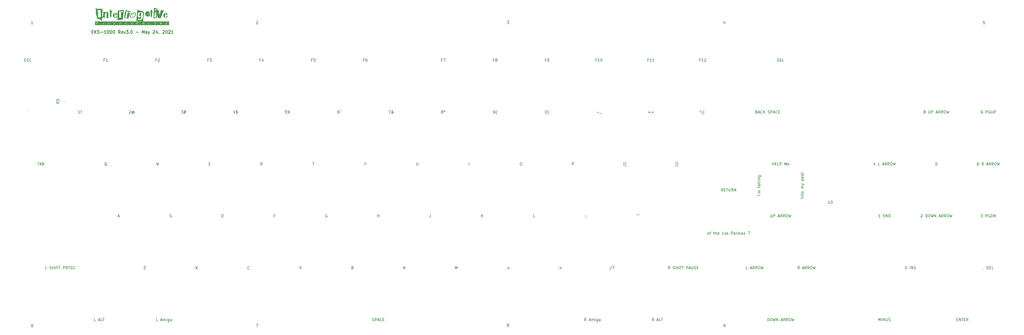
<source format=gto>
%TF.GenerationSoftware,KiCad,Pcbnew,5.1.9*%
%TF.CreationDate,2021-05-26T15:49:29-04:00*%
%TF.ProjectId,EKS-Mk2,454b532d-4d6b-4322-9e6b-696361645f70,2.1*%
%TF.SameCoordinates,Original*%
%TF.FileFunction,Legend,Top*%
%TF.FilePolarity,Positive*%
%FSLAX46Y46*%
G04 Gerber Fmt 4.6, Leading zero omitted, Abs format (unit mm)*
G04 Created by KiCad (PCBNEW 5.1.9) date 2021-05-26 15:49:29*
%MOMM*%
%LPD*%
G01*
G04 APERTURE LIST*
%ADD10C,0.150000*%
%ADD11C,0.250000*%
%ADD12C,0.010000*%
%ADD13C,0.120000*%
%ADD14C,3.987800*%
%ADD15C,1.750000*%
%ADD16C,3.200000*%
%ADD17O,1.700000X2.700000*%
%ADD18C,3.048000*%
G04 APERTURE END LIST*
D10*
X284614880Y-42695238D02*
X283948214Y-42695238D01*
X283614880Y-42695238D02*
X283662500Y-42742857D01*
X283710119Y-42695238D01*
X283662500Y-42647619D01*
X283614880Y-42695238D01*
X283710119Y-42695238D01*
X283948214Y-42219047D02*
X284614880Y-42219047D01*
X284043452Y-42219047D02*
X283995833Y-42171428D01*
X283948214Y-42076190D01*
X283948214Y-41933333D01*
X283995833Y-41838095D01*
X284091071Y-41790476D01*
X284614880Y-41790476D01*
X283948214Y-41457142D02*
X283948214Y-41076190D01*
X283614880Y-41314285D02*
X284472023Y-41314285D01*
X284567261Y-41266666D01*
X284614880Y-41171428D01*
X284614880Y-41076190D01*
X284614880Y-40600000D02*
X284567261Y-40695238D01*
X284519642Y-40742857D01*
X284424404Y-40790476D01*
X284138690Y-40790476D01*
X284043452Y-40742857D01*
X283995833Y-40695238D01*
X283948214Y-40600000D01*
X283948214Y-40457142D01*
X283995833Y-40361904D01*
X284043452Y-40314285D01*
X284138690Y-40266666D01*
X284424404Y-40266666D01*
X284519642Y-40314285D01*
X284567261Y-40361904D01*
X284614880Y-40457142D01*
X284614880Y-40600000D01*
X284614880Y-39076190D02*
X283948214Y-39076190D01*
X284043452Y-39076190D02*
X283995833Y-39028571D01*
X283948214Y-38933333D01*
X283948214Y-38790476D01*
X283995833Y-38695238D01*
X284091071Y-38647619D01*
X284614880Y-38647619D01*
X284091071Y-38647619D02*
X283995833Y-38600000D01*
X283948214Y-38504761D01*
X283948214Y-38361904D01*
X283995833Y-38266666D01*
X284091071Y-38219047D01*
X284614880Y-38219047D01*
X283948214Y-37838095D02*
X284614880Y-37600000D01*
X283948214Y-37361904D02*
X284614880Y-37600000D01*
X284852976Y-37695238D01*
X284900595Y-37742857D01*
X284948214Y-37838095D01*
X283948214Y-36219047D02*
X284948214Y-36219047D01*
X283995833Y-36219047D02*
X283948214Y-36123809D01*
X283948214Y-35933333D01*
X283995833Y-35838095D01*
X284043452Y-35790476D01*
X284138690Y-35742857D01*
X284424404Y-35742857D01*
X284519642Y-35790476D01*
X284567261Y-35838095D01*
X284614880Y-35933333D01*
X284614880Y-36123809D01*
X284567261Y-36219047D01*
X284614880Y-34885714D02*
X284091071Y-34885714D01*
X283995833Y-34933333D01*
X283948214Y-35028571D01*
X283948214Y-35219047D01*
X283995833Y-35314285D01*
X284567261Y-34885714D02*
X284614880Y-34980952D01*
X284614880Y-35219047D01*
X284567261Y-35314285D01*
X284472023Y-35361904D01*
X284376785Y-35361904D01*
X284281547Y-35314285D01*
X284233928Y-35219047D01*
X284233928Y-34980952D01*
X284186309Y-34885714D01*
X284567261Y-34457142D02*
X284614880Y-34361904D01*
X284614880Y-34171428D01*
X284567261Y-34076190D01*
X284472023Y-34028571D01*
X284424404Y-34028571D01*
X284329166Y-34076190D01*
X284281547Y-34171428D01*
X284281547Y-34314285D01*
X284233928Y-34409523D01*
X284138690Y-34457142D01*
X284091071Y-34457142D01*
X283995833Y-34409523D01*
X283948214Y-34314285D01*
X283948214Y-34171428D01*
X283995833Y-34076190D01*
X283948214Y-33742857D02*
X283948214Y-33361904D01*
X283614880Y-33600000D02*
X284472023Y-33600000D01*
X284567261Y-33552380D01*
X284614880Y-33457142D01*
X284614880Y-33361904D01*
X268739880Y-41790476D02*
X267739880Y-41790476D01*
X267739880Y-41266666D02*
X267930357Y-41361904D01*
X268739880Y-40838095D02*
X268073214Y-40838095D01*
X268168452Y-40838095D02*
X268120833Y-40790476D01*
X268073214Y-40695238D01*
X268073214Y-40552380D01*
X268120833Y-40457142D01*
X268216071Y-40409523D01*
X268739880Y-40409523D01*
X268216071Y-40409523D02*
X268120833Y-40361904D01*
X268073214Y-40266666D01*
X268073214Y-40123809D01*
X268120833Y-40028571D01*
X268216071Y-39980952D01*
X268739880Y-39980952D01*
X268073214Y-38885714D02*
X268073214Y-38504761D01*
X268739880Y-38742857D02*
X267882738Y-38742857D01*
X267787500Y-38695238D01*
X267739880Y-38600000D01*
X267739880Y-38504761D01*
X268739880Y-37742857D02*
X268216071Y-37742857D01*
X268120833Y-37790476D01*
X268073214Y-37885714D01*
X268073214Y-38076190D01*
X268120833Y-38171428D01*
X268692261Y-37742857D02*
X268739880Y-37838095D01*
X268739880Y-38076190D01*
X268692261Y-38171428D01*
X268597023Y-38219047D01*
X268501785Y-38219047D01*
X268406547Y-38171428D01*
X268358928Y-38076190D01*
X268358928Y-37838095D01*
X268311309Y-37742857D01*
X268739880Y-37123809D02*
X268692261Y-37219047D01*
X268597023Y-37266666D01*
X267739880Y-37266666D01*
X268739880Y-36600000D02*
X268692261Y-36695238D01*
X268597023Y-36742857D01*
X267739880Y-36742857D01*
X268739880Y-36219047D02*
X268073214Y-36219047D01*
X267739880Y-36219047D02*
X267787500Y-36266666D01*
X267835119Y-36219047D01*
X267787500Y-36171428D01*
X267739880Y-36219047D01*
X267835119Y-36219047D01*
X268073214Y-35742857D02*
X268739880Y-35742857D01*
X268168452Y-35742857D02*
X268120833Y-35695238D01*
X268073214Y-35600000D01*
X268073214Y-35457142D01*
X268120833Y-35361904D01*
X268216071Y-35314285D01*
X268739880Y-35314285D01*
X268073214Y-34409523D02*
X268882738Y-34409523D01*
X268977976Y-34457142D01*
X269025595Y-34504761D01*
X269073214Y-34600000D01*
X269073214Y-34742857D01*
X269025595Y-34838095D01*
X268692261Y-34409523D02*
X268739880Y-34504761D01*
X268739880Y-34695238D01*
X268692261Y-34790476D01*
X268644642Y-34838095D01*
X268549404Y-34885714D01*
X268263690Y-34885714D01*
X268168452Y-34838095D01*
X268120833Y-34790476D01*
X268073214Y-34695238D01*
X268073214Y-34504761D01*
X268120833Y-34409523D01*
X249651190Y-56014880D02*
X249555952Y-55967261D01*
X249508333Y-55919642D01*
X249460714Y-55824404D01*
X249460714Y-55538690D01*
X249508333Y-55443452D01*
X249555952Y-55395833D01*
X249651190Y-55348214D01*
X249794047Y-55348214D01*
X249889285Y-55395833D01*
X249936904Y-55443452D01*
X249984523Y-55538690D01*
X249984523Y-55824404D01*
X249936904Y-55919642D01*
X249889285Y-55967261D01*
X249794047Y-56014880D01*
X249651190Y-56014880D01*
X250270238Y-55348214D02*
X250651190Y-55348214D01*
X250413095Y-56014880D02*
X250413095Y-55157738D01*
X250460714Y-55062500D01*
X250555952Y-55014880D01*
X250651190Y-55014880D01*
X251603571Y-55348214D02*
X251984523Y-55348214D01*
X251746428Y-55014880D02*
X251746428Y-55872023D01*
X251794047Y-55967261D01*
X251889285Y-56014880D01*
X251984523Y-56014880D01*
X252317857Y-56014880D02*
X252317857Y-55014880D01*
X252746428Y-56014880D02*
X252746428Y-55491071D01*
X252698809Y-55395833D01*
X252603571Y-55348214D01*
X252460714Y-55348214D01*
X252365476Y-55395833D01*
X252317857Y-55443452D01*
X253603571Y-55967261D02*
X253508333Y-56014880D01*
X253317857Y-56014880D01*
X253222619Y-55967261D01*
X253175000Y-55872023D01*
X253175000Y-55491071D01*
X253222619Y-55395833D01*
X253317857Y-55348214D01*
X253508333Y-55348214D01*
X253603571Y-55395833D01*
X253651190Y-55491071D01*
X253651190Y-55586309D01*
X253175000Y-55681547D01*
X255317857Y-56014880D02*
X254841666Y-56014880D01*
X254841666Y-55014880D01*
X255794047Y-56014880D02*
X255698809Y-55967261D01*
X255651190Y-55919642D01*
X255603571Y-55824404D01*
X255603571Y-55538690D01*
X255651190Y-55443452D01*
X255698809Y-55395833D01*
X255794047Y-55348214D01*
X255936904Y-55348214D01*
X256032142Y-55395833D01*
X256079761Y-55443452D01*
X256127380Y-55538690D01*
X256127380Y-55824404D01*
X256079761Y-55919642D01*
X256032142Y-55967261D01*
X255936904Y-56014880D01*
X255794047Y-56014880D01*
X256508333Y-55967261D02*
X256603571Y-56014880D01*
X256794047Y-56014880D01*
X256889285Y-55967261D01*
X256936904Y-55872023D01*
X256936904Y-55824404D01*
X256889285Y-55729166D01*
X256794047Y-55681547D01*
X256651190Y-55681547D01*
X256555952Y-55633928D01*
X256508333Y-55538690D01*
X256508333Y-55491071D01*
X256555952Y-55395833D01*
X256651190Y-55348214D01*
X256794047Y-55348214D01*
X256889285Y-55395833D01*
X258127380Y-56014880D02*
X258127380Y-55014880D01*
X258508333Y-55014880D01*
X258603571Y-55062500D01*
X258651190Y-55110119D01*
X258698809Y-55205357D01*
X258698809Y-55348214D01*
X258651190Y-55443452D01*
X258603571Y-55491071D01*
X258508333Y-55538690D01*
X258127380Y-55538690D01*
X259555952Y-56014880D02*
X259555952Y-55491071D01*
X259508333Y-55395833D01*
X259413095Y-55348214D01*
X259222619Y-55348214D01*
X259127380Y-55395833D01*
X259555952Y-55967261D02*
X259460714Y-56014880D01*
X259222619Y-56014880D01*
X259127380Y-55967261D01*
X259079761Y-55872023D01*
X259079761Y-55776785D01*
X259127380Y-55681547D01*
X259222619Y-55633928D01*
X259460714Y-55633928D01*
X259555952Y-55586309D01*
X260175000Y-56014880D02*
X260079761Y-55967261D01*
X260032142Y-55872023D01*
X260032142Y-55014880D01*
X260555952Y-56014880D02*
X260555952Y-55348214D01*
X260555952Y-55443452D02*
X260603571Y-55395833D01*
X260698809Y-55348214D01*
X260841666Y-55348214D01*
X260936904Y-55395833D01*
X260984523Y-55491071D01*
X260984523Y-56014880D01*
X260984523Y-55491071D02*
X261032142Y-55395833D01*
X261127380Y-55348214D01*
X261270238Y-55348214D01*
X261365476Y-55395833D01*
X261413095Y-55491071D01*
X261413095Y-56014880D01*
X262317857Y-56014880D02*
X262317857Y-55491071D01*
X262270238Y-55395833D01*
X262175000Y-55348214D01*
X261984523Y-55348214D01*
X261889285Y-55395833D01*
X262317857Y-55967261D02*
X262222619Y-56014880D01*
X261984523Y-56014880D01*
X261889285Y-55967261D01*
X261841666Y-55872023D01*
X261841666Y-55776785D01*
X261889285Y-55681547D01*
X261984523Y-55633928D01*
X262222619Y-55633928D01*
X262317857Y-55586309D01*
X262746428Y-55967261D02*
X262841666Y-56014880D01*
X263032142Y-56014880D01*
X263127380Y-55967261D01*
X263175000Y-55872023D01*
X263175000Y-55824404D01*
X263127380Y-55729166D01*
X263032142Y-55681547D01*
X262889285Y-55681547D01*
X262794047Y-55633928D01*
X262746428Y-55538690D01*
X262746428Y-55491071D01*
X262794047Y-55395833D01*
X262889285Y-55348214D01*
X263032142Y-55348214D01*
X263127380Y-55395833D01*
X264270238Y-55014880D02*
X264936904Y-55014880D01*
X264508333Y-56014880D01*
D11*
X23461142Y18368357D02*
X23836142Y18368357D01*
X23996857Y17779071D02*
X23461142Y17779071D01*
X23461142Y18904071D01*
X23996857Y18904071D01*
X24479000Y17779071D02*
X24479000Y18904071D01*
X25121857Y17779071D02*
X24639714Y18421928D01*
X25121857Y18904071D02*
X24479000Y18261214D01*
X25550428Y17832642D02*
X25711142Y17779071D01*
X25979000Y17779071D01*
X26086142Y17832642D01*
X26139714Y17886214D01*
X26193285Y17993357D01*
X26193285Y18100500D01*
X26139714Y18207642D01*
X26086142Y18261214D01*
X25979000Y18314785D01*
X25764714Y18368357D01*
X25657571Y18421928D01*
X25604000Y18475500D01*
X25550428Y18582642D01*
X25550428Y18689785D01*
X25604000Y18796928D01*
X25657571Y18850500D01*
X25764714Y18904071D01*
X26032571Y18904071D01*
X26193285Y18850500D01*
X26675428Y18207642D02*
X27532571Y18207642D01*
X28657571Y17779071D02*
X28014714Y17779071D01*
X28336142Y17779071D02*
X28336142Y18904071D01*
X28229000Y18743357D01*
X28121857Y18636214D01*
X28014714Y18582642D01*
X29354000Y18904071D02*
X29461142Y18904071D01*
X29568285Y18850500D01*
X29621857Y18796928D01*
X29675428Y18689785D01*
X29729000Y18475500D01*
X29729000Y18207642D01*
X29675428Y17993357D01*
X29621857Y17886214D01*
X29568285Y17832642D01*
X29461142Y17779071D01*
X29354000Y17779071D01*
X29246857Y17832642D01*
X29193285Y17886214D01*
X29139714Y17993357D01*
X29086142Y18207642D01*
X29086142Y18475500D01*
X29139714Y18689785D01*
X29193285Y18796928D01*
X29246857Y18850500D01*
X29354000Y18904071D01*
X30425428Y18904071D02*
X30532571Y18904071D01*
X30639714Y18850500D01*
X30693285Y18796928D01*
X30746857Y18689785D01*
X30800428Y18475500D01*
X30800428Y18207642D01*
X30746857Y17993357D01*
X30693285Y17886214D01*
X30639714Y17832642D01*
X30532571Y17779071D01*
X30425428Y17779071D01*
X30318285Y17832642D01*
X30264714Y17886214D01*
X30211142Y17993357D01*
X30157571Y18207642D01*
X30157571Y18475500D01*
X30211142Y18689785D01*
X30264714Y18796928D01*
X30318285Y18850500D01*
X30425428Y18904071D01*
X31496857Y18904071D02*
X31604000Y18904071D01*
X31711142Y18850500D01*
X31764714Y18796928D01*
X31818285Y18689785D01*
X31871857Y18475500D01*
X31871857Y18207642D01*
X31818285Y17993357D01*
X31764714Y17886214D01*
X31711142Y17832642D01*
X31604000Y17779071D01*
X31496857Y17779071D01*
X31389714Y17832642D01*
X31336142Y17886214D01*
X31282571Y17993357D01*
X31229000Y18207642D01*
X31229000Y18475500D01*
X31282571Y18689785D01*
X31336142Y18796928D01*
X31389714Y18850500D01*
X31496857Y18904071D01*
X33854000Y17779071D02*
X33478999Y18314785D01*
X33211142Y17779071D02*
X33211142Y18904071D01*
X33639714Y18904071D01*
X33746857Y18850500D01*
X33800428Y18796928D01*
X33854000Y18689785D01*
X33854000Y18529071D01*
X33800428Y18421928D01*
X33746857Y18368357D01*
X33639714Y18314785D01*
X33211142Y18314785D01*
X34764714Y17832642D02*
X34657571Y17779071D01*
X34443285Y17779071D01*
X34336142Y17832642D01*
X34282571Y17939785D01*
X34282571Y18368357D01*
X34336142Y18475500D01*
X34443285Y18529071D01*
X34657571Y18529071D01*
X34764714Y18475500D01*
X34818285Y18368357D01*
X34818285Y18261214D01*
X34282571Y18154071D01*
X35193285Y18529071D02*
X35461142Y17779071D01*
X35729000Y18529071D01*
X36050428Y18904071D02*
X36746857Y18904071D01*
X36371857Y18475500D01*
X36532571Y18475500D01*
X36639714Y18421928D01*
X36693285Y18368357D01*
X36746857Y18261214D01*
X36746857Y17993357D01*
X36693285Y17886214D01*
X36639714Y17832642D01*
X36532571Y17779071D01*
X36211142Y17779071D01*
X36104000Y17832642D01*
X36050428Y17886214D01*
X37229000Y17886214D02*
X37282571Y17832642D01*
X37229000Y17779071D01*
X37175428Y17832642D01*
X37229000Y17886214D01*
X37229000Y17779071D01*
X37978999Y18904071D02*
X38086142Y18904071D01*
X38193285Y18850500D01*
X38246857Y18796928D01*
X38300428Y18689785D01*
X38353999Y18475500D01*
X38353999Y18207642D01*
X38300428Y17993357D01*
X38246857Y17886214D01*
X38193285Y17832642D01*
X38086142Y17779071D01*
X37978999Y17779071D01*
X37871857Y17832642D01*
X37818285Y17886214D01*
X37764714Y17993357D01*
X37711142Y18207642D01*
X37711142Y18475500D01*
X37764714Y18689785D01*
X37818285Y18796928D01*
X37871857Y18850500D01*
X37978999Y18904071D01*
X39693285Y18207642D02*
X40550428Y18207642D01*
X41943285Y17779071D02*
X41943285Y18904071D01*
X42318285Y18100500D01*
X42693285Y18904071D01*
X42693285Y17779071D01*
X43711142Y17779071D02*
X43711142Y18368357D01*
X43657571Y18475500D01*
X43550428Y18529071D01*
X43336142Y18529071D01*
X43229000Y18475500D01*
X43711142Y17832642D02*
X43604000Y17779071D01*
X43336142Y17779071D01*
X43229000Y17832642D01*
X43175428Y17939785D01*
X43175428Y18046928D01*
X43229000Y18154071D01*
X43336142Y18207642D01*
X43604000Y18207642D01*
X43711142Y18261214D01*
X44139714Y18529071D02*
X44407571Y17779071D01*
X44675428Y18529071D02*
X44407571Y17779071D01*
X44300428Y17511214D01*
X44246857Y17457642D01*
X44139714Y17404071D01*
X45907571Y18796928D02*
X45961142Y18850500D01*
X46068285Y18904071D01*
X46336142Y18904071D01*
X46443285Y18850500D01*
X46496857Y18796928D01*
X46550428Y18689785D01*
X46550428Y18582642D01*
X46496857Y18421928D01*
X45854000Y17779071D01*
X46550428Y17779071D01*
X47514714Y18529071D02*
X47514714Y17779071D01*
X47246857Y18957642D02*
X46979000Y18154071D01*
X47675428Y18154071D01*
X48157571Y17832642D02*
X48157571Y17779071D01*
X48104000Y17671928D01*
X48050428Y17618357D01*
X49443285Y18796928D02*
X49496857Y18850500D01*
X49604000Y18904071D01*
X49871857Y18904071D01*
X49979000Y18850500D01*
X50032571Y18796928D01*
X50086142Y18689785D01*
X50086142Y18582642D01*
X50032571Y18421928D01*
X49389714Y17779071D01*
X50086142Y17779071D01*
X50782571Y18904071D02*
X50889714Y18904071D01*
X50996857Y18850500D01*
X51050428Y18796928D01*
X51104000Y18689785D01*
X51157571Y18475500D01*
X51157571Y18207642D01*
X51104000Y17993357D01*
X51050428Y17886214D01*
X50996857Y17832642D01*
X50889714Y17779071D01*
X50782571Y17779071D01*
X50675428Y17832642D01*
X50621857Y17886214D01*
X50568285Y17993357D01*
X50514714Y18207642D01*
X50514714Y18475500D01*
X50568285Y18689785D01*
X50621857Y18796928D01*
X50675428Y18850500D01*
X50782571Y18904071D01*
X51586142Y18796928D02*
X51639714Y18850500D01*
X51746857Y18904071D01*
X52014714Y18904071D01*
X52121857Y18850500D01*
X52175428Y18796928D01*
X52229000Y18689785D01*
X52229000Y18582642D01*
X52175428Y18421928D01*
X51532571Y17779071D01*
X52229000Y17779071D01*
X53300428Y17779071D02*
X52657571Y17779071D01*
X52979000Y17779071D02*
X52979000Y18904071D01*
X52871857Y18743357D01*
X52764714Y18636214D01*
X52657571Y18582642D01*
D12*
%TO.C,G\u002A\u002A\u002A*%
G36*
X51773667Y20870333D02*
G01*
X24680334Y20870333D01*
X24680334Y21780500D01*
X25019000Y21780500D01*
X25019000Y21124333D01*
X25146000Y21124333D01*
X25146000Y21526500D01*
X25421167Y21526500D01*
X25421167Y21124333D01*
X25548167Y21124333D01*
X25548167Y21653500D01*
X25823334Y21653500D01*
X25823334Y21124333D01*
X25950334Y21124333D01*
X25950334Y21780500D01*
X27537834Y21780500D01*
X27537834Y21124333D01*
X27791834Y21124333D01*
X27791834Y21526500D01*
X27664834Y21526500D01*
X27664834Y21780500D01*
X29379334Y21780500D01*
X29379334Y21124333D01*
X30183667Y21124333D01*
X30183667Y21399500D01*
X30120167Y21399500D01*
X30077504Y21395370D01*
X30060005Y21374422D01*
X30056667Y21325416D01*
X30056667Y21251333D01*
X29654500Y21251333D01*
X29654500Y21526500D01*
X29591000Y21526500D01*
X29546023Y21531745D01*
X29529446Y21556485D01*
X29527500Y21590000D01*
X29527500Y21653500D01*
X30056667Y21653500D01*
X30056667Y21590000D01*
X30061912Y21545023D01*
X30086652Y21528445D01*
X30120167Y21526500D01*
X30183667Y21526500D01*
X30183667Y21780500D01*
X31496000Y21780500D01*
X31496000Y21124333D01*
X31771167Y21124333D01*
X31771167Y21526500D01*
X31707667Y21526500D01*
X31662690Y21531745D01*
X31646112Y21556485D01*
X31644167Y21590000D01*
X31644167Y21653500D01*
X32173334Y21653500D01*
X32173334Y21780500D01*
X33612667Y21780500D01*
X33612667Y21124333D01*
X34417000Y21124333D01*
X34417000Y21780500D01*
X35729334Y21780500D01*
X35729334Y21124333D01*
X36533667Y21124333D01*
X36533667Y21399500D01*
X36470167Y21399500D01*
X36427504Y21395370D01*
X36410005Y21374422D01*
X36406667Y21325416D01*
X36406667Y21251333D01*
X36004500Y21251333D01*
X36004500Y21526500D01*
X35941000Y21526500D01*
X35896023Y21531745D01*
X35879446Y21556485D01*
X35877500Y21590000D01*
X35877500Y21653500D01*
X36406667Y21653500D01*
X36406667Y21590000D01*
X36411912Y21545023D01*
X36436652Y21528445D01*
X36470167Y21526500D01*
X36533667Y21526500D01*
X36533667Y21780500D01*
X37846000Y21780500D01*
X37846000Y21124333D01*
X38650334Y21124333D01*
X38650334Y21780500D01*
X39835667Y21780500D01*
X39835667Y21124333D01*
X39962667Y21124333D01*
X39962667Y21526500D01*
X40237834Y21526500D01*
X40237834Y21124333D01*
X40364834Y21124333D01*
X40364834Y21653500D01*
X40640000Y21653500D01*
X40640000Y21124333D01*
X40767000Y21124333D01*
X40767000Y21780500D01*
X42079334Y21780500D01*
X42079334Y20997333D01*
X42227500Y20997333D01*
X42227500Y21251333D01*
X42883667Y21251333D01*
X42883667Y21780500D01*
X44196000Y21780500D01*
X44196000Y21124333D01*
X45000334Y21124333D01*
X45000334Y21717000D01*
X46460834Y21717000D01*
X46466078Y21672023D01*
X46490818Y21655445D01*
X46524334Y21653500D01*
X46587834Y21653500D01*
X46587834Y21124333D01*
X46841834Y21124333D01*
X46841834Y21526500D01*
X46778334Y21526500D01*
X46733356Y21531745D01*
X46716779Y21556485D01*
X46714834Y21590000D01*
X46714834Y21653500D01*
X46990000Y21653500D01*
X46990000Y21780500D01*
X48429334Y21780500D01*
X48429334Y21124333D01*
X49233667Y21124333D01*
X49233667Y21251333D01*
X48704500Y21251333D01*
X48704500Y21399500D01*
X49233667Y21399500D01*
X49233667Y21780500D01*
X50546000Y21780500D01*
X50546000Y21124333D01*
X50821167Y21124333D01*
X50821167Y21526500D01*
X50757667Y21526500D01*
X50712690Y21531745D01*
X50696112Y21556485D01*
X50694167Y21590000D01*
X50694167Y21653500D01*
X51223334Y21653500D01*
X51223334Y21780500D01*
X50546000Y21780500D01*
X49233667Y21780500D01*
X48429334Y21780500D01*
X46990000Y21780500D01*
X46714834Y21780500D01*
X46714834Y22055666D01*
X46587834Y22055666D01*
X46587834Y21780500D01*
X46524334Y21780500D01*
X46479356Y21775255D01*
X46462779Y21750515D01*
X46460834Y21717000D01*
X45000334Y21717000D01*
X45000334Y21780500D01*
X44873334Y21780500D01*
X44873334Y21251333D01*
X44471167Y21251333D01*
X44471167Y21526500D01*
X44344167Y21526500D01*
X44344167Y21780500D01*
X44196000Y21780500D01*
X42883667Y21780500D01*
X42079334Y21780500D01*
X40767000Y21780500D01*
X39835667Y21780500D01*
X38650334Y21780500D01*
X37846000Y21780500D01*
X36533667Y21780500D01*
X35729334Y21780500D01*
X34417000Y21780500D01*
X33612667Y21780500D01*
X32173334Y21780500D01*
X31496000Y21780500D01*
X30183667Y21780500D01*
X29379334Y21780500D01*
X27664834Y21780500D01*
X27537834Y21780500D01*
X25950334Y21780500D01*
X25019000Y21780500D01*
X24680334Y21780500D01*
X24680334Y21992166D01*
X27537834Y21992166D01*
X27543078Y21947189D01*
X27567818Y21930612D01*
X27601334Y21928666D01*
X27646311Y21933911D01*
X27662888Y21958651D01*
X27664834Y21992166D01*
X27659589Y22037144D01*
X27634849Y22053721D01*
X27601334Y22055666D01*
X27556356Y22050422D01*
X27539779Y22025682D01*
X27537834Y21992166D01*
X24680334Y21992166D01*
X24680334Y22161500D01*
X51773667Y22161500D01*
X51773667Y20870333D01*
G37*
X51773667Y20870333D02*
X24680334Y20870333D01*
X24680334Y21780500D01*
X25019000Y21780500D01*
X25019000Y21124333D01*
X25146000Y21124333D01*
X25146000Y21526500D01*
X25421167Y21526500D01*
X25421167Y21124333D01*
X25548167Y21124333D01*
X25548167Y21653500D01*
X25823334Y21653500D01*
X25823334Y21124333D01*
X25950334Y21124333D01*
X25950334Y21780500D01*
X27537834Y21780500D01*
X27537834Y21124333D01*
X27791834Y21124333D01*
X27791834Y21526500D01*
X27664834Y21526500D01*
X27664834Y21780500D01*
X29379334Y21780500D01*
X29379334Y21124333D01*
X30183667Y21124333D01*
X30183667Y21399500D01*
X30120167Y21399500D01*
X30077504Y21395370D01*
X30060005Y21374422D01*
X30056667Y21325416D01*
X30056667Y21251333D01*
X29654500Y21251333D01*
X29654500Y21526500D01*
X29591000Y21526500D01*
X29546023Y21531745D01*
X29529446Y21556485D01*
X29527500Y21590000D01*
X29527500Y21653500D01*
X30056667Y21653500D01*
X30056667Y21590000D01*
X30061912Y21545023D01*
X30086652Y21528445D01*
X30120167Y21526500D01*
X30183667Y21526500D01*
X30183667Y21780500D01*
X31496000Y21780500D01*
X31496000Y21124333D01*
X31771167Y21124333D01*
X31771167Y21526500D01*
X31707667Y21526500D01*
X31662690Y21531745D01*
X31646112Y21556485D01*
X31644167Y21590000D01*
X31644167Y21653500D01*
X32173334Y21653500D01*
X32173334Y21780500D01*
X33612667Y21780500D01*
X33612667Y21124333D01*
X34417000Y21124333D01*
X34417000Y21780500D01*
X35729334Y21780500D01*
X35729334Y21124333D01*
X36533667Y21124333D01*
X36533667Y21399500D01*
X36470167Y21399500D01*
X36427504Y21395370D01*
X36410005Y21374422D01*
X36406667Y21325416D01*
X36406667Y21251333D01*
X36004500Y21251333D01*
X36004500Y21526500D01*
X35941000Y21526500D01*
X35896023Y21531745D01*
X35879446Y21556485D01*
X35877500Y21590000D01*
X35877500Y21653500D01*
X36406667Y21653500D01*
X36406667Y21590000D01*
X36411912Y21545023D01*
X36436652Y21528445D01*
X36470167Y21526500D01*
X36533667Y21526500D01*
X36533667Y21780500D01*
X37846000Y21780500D01*
X37846000Y21124333D01*
X38650334Y21124333D01*
X38650334Y21780500D01*
X39835667Y21780500D01*
X39835667Y21124333D01*
X39962667Y21124333D01*
X39962667Y21526500D01*
X40237834Y21526500D01*
X40237834Y21124333D01*
X40364834Y21124333D01*
X40364834Y21653500D01*
X40640000Y21653500D01*
X40640000Y21124333D01*
X40767000Y21124333D01*
X40767000Y21780500D01*
X42079334Y21780500D01*
X42079334Y20997333D01*
X42227500Y20997333D01*
X42227500Y21251333D01*
X42883667Y21251333D01*
X42883667Y21780500D01*
X44196000Y21780500D01*
X44196000Y21124333D01*
X45000334Y21124333D01*
X45000334Y21717000D01*
X46460834Y21717000D01*
X46466078Y21672023D01*
X46490818Y21655445D01*
X46524334Y21653500D01*
X46587834Y21653500D01*
X46587834Y21124333D01*
X46841834Y21124333D01*
X46841834Y21526500D01*
X46778334Y21526500D01*
X46733356Y21531745D01*
X46716779Y21556485D01*
X46714834Y21590000D01*
X46714834Y21653500D01*
X46990000Y21653500D01*
X46990000Y21780500D01*
X48429334Y21780500D01*
X48429334Y21124333D01*
X49233667Y21124333D01*
X49233667Y21251333D01*
X48704500Y21251333D01*
X48704500Y21399500D01*
X49233667Y21399500D01*
X49233667Y21780500D01*
X50546000Y21780500D01*
X50546000Y21124333D01*
X50821167Y21124333D01*
X50821167Y21526500D01*
X50757667Y21526500D01*
X50712690Y21531745D01*
X50696112Y21556485D01*
X50694167Y21590000D01*
X50694167Y21653500D01*
X51223334Y21653500D01*
X51223334Y21780500D01*
X50546000Y21780500D01*
X49233667Y21780500D01*
X48429334Y21780500D01*
X46990000Y21780500D01*
X46714834Y21780500D01*
X46714834Y22055666D01*
X46587834Y22055666D01*
X46587834Y21780500D01*
X46524334Y21780500D01*
X46479356Y21775255D01*
X46462779Y21750515D01*
X46460834Y21717000D01*
X45000334Y21717000D01*
X45000334Y21780500D01*
X44873334Y21780500D01*
X44873334Y21251333D01*
X44471167Y21251333D01*
X44471167Y21526500D01*
X44344167Y21526500D01*
X44344167Y21780500D01*
X44196000Y21780500D01*
X42883667Y21780500D01*
X42079334Y21780500D01*
X40767000Y21780500D01*
X39835667Y21780500D01*
X38650334Y21780500D01*
X37846000Y21780500D01*
X36533667Y21780500D01*
X35729334Y21780500D01*
X34417000Y21780500D01*
X33612667Y21780500D01*
X32173334Y21780500D01*
X31496000Y21780500D01*
X30183667Y21780500D01*
X29379334Y21780500D01*
X27664834Y21780500D01*
X27537834Y21780500D01*
X25950334Y21780500D01*
X25019000Y21780500D01*
X24680334Y21780500D01*
X24680334Y21992166D01*
X27537834Y21992166D01*
X27543078Y21947189D01*
X27567818Y21930612D01*
X27601334Y21928666D01*
X27646311Y21933911D01*
X27662888Y21958651D01*
X27664834Y21992166D01*
X27659589Y22037144D01*
X27634849Y22053721D01*
X27601334Y22055666D01*
X27556356Y22050422D01*
X27539779Y22025682D01*
X27537834Y21992166D01*
X24680334Y21992166D01*
X24680334Y22161500D01*
X51773667Y22161500D01*
X51773667Y20870333D01*
G36*
X40214561Y26372698D02*
G01*
X40273409Y26360119D01*
X40364146Y26338942D01*
X40482266Y26310334D01*
X40623264Y26275460D01*
X40782637Y26235485D01*
X40955877Y26191574D01*
X41138481Y26144892D01*
X41325944Y26096604D01*
X41513759Y26047875D01*
X41697423Y25999871D01*
X41872430Y25953757D01*
X42034275Y25910697D01*
X42178453Y25871857D01*
X42300459Y25838403D01*
X42395787Y25811498D01*
X42459934Y25792309D01*
X42488393Y25782000D01*
X42489183Y25781428D01*
X42490595Y25757905D01*
X42488773Y25696010D01*
X42484008Y25599556D01*
X42476591Y25472356D01*
X42466813Y25318226D01*
X42454966Y25140979D01*
X42441340Y24944428D01*
X42426227Y24732388D01*
X42409919Y24508672D01*
X42392705Y24277093D01*
X42374878Y24041467D01*
X42356729Y23805606D01*
X42338549Y23573325D01*
X42320629Y23348437D01*
X42303260Y23134755D01*
X42286734Y22936095D01*
X42271341Y22756269D01*
X42257373Y22599092D01*
X42245122Y22468377D01*
X42234878Y22367938D01*
X42226932Y22301589D01*
X42221576Y22273144D01*
X42221271Y22272625D01*
X42213696Y22264854D01*
X42201794Y22258671D01*
X42182383Y22254233D01*
X42152280Y22251702D01*
X42108303Y22251236D01*
X42047270Y22252995D01*
X41965999Y22257139D01*
X41861307Y22263826D01*
X41730011Y22273217D01*
X41568930Y22285471D01*
X41374882Y22300747D01*
X41144683Y22319205D01*
X40904584Y22338620D01*
X39825084Y22426083D01*
X39830166Y22510750D01*
X39834441Y22570464D01*
X39842119Y22665203D01*
X39852863Y22791367D01*
X39866336Y22945355D01*
X39882200Y23123567D01*
X39900118Y23322404D01*
X39919754Y23538264D01*
X39940770Y23767548D01*
X39962828Y24006655D01*
X39985593Y24251986D01*
X40008725Y24499940D01*
X40009731Y24510666D01*
X40207676Y24510666D01*
X40220557Y24322227D01*
X40260561Y24143583D01*
X40325995Y23980611D01*
X40415166Y23839189D01*
X40526382Y23725194D01*
X40625317Y23660148D01*
X40699510Y23630591D01*
X40786320Y23616165D01*
X40863005Y23613289D01*
X41004755Y23626922D01*
X41133413Y23671619D01*
X41256473Y23750960D01*
X41368492Y23854796D01*
X41425410Y23913111D01*
X41471028Y23957321D01*
X41497795Y23980198D01*
X41501201Y23981833D01*
X41504819Y23961980D01*
X41506629Y23907605D01*
X41506559Y23826482D01*
X41504537Y23726388D01*
X41503785Y23701375D01*
X41498881Y23579612D01*
X41492289Y23491010D01*
X41482644Y23426397D01*
X41468582Y23376600D01*
X41449007Y23332959D01*
X41385645Y23238256D01*
X41306264Y23172405D01*
X41204985Y23132790D01*
X41075932Y23116794D01*
X40966739Y23118205D01*
X40864837Y23126525D01*
X40784414Y23142557D01*
X40704679Y23171731D01*
X40633059Y23205387D01*
X40556083Y23241576D01*
X40490966Y23268832D01*
X40448954Y23282546D01*
X40442739Y23283333D01*
X40417946Y23265672D01*
X40382072Y23219603D01*
X40341010Y23155501D01*
X40300654Y23083740D01*
X40266897Y23014692D01*
X40245635Y22958732D01*
X40241722Y22929523D01*
X40267683Y22890531D01*
X40326575Y22846478D01*
X40410100Y22801912D01*
X40509959Y22761379D01*
X40597667Y22734482D01*
X40709464Y22713343D01*
X40849091Y22698908D01*
X41002517Y22691583D01*
X41155711Y22691772D01*
X41294640Y22699881D01*
X41383236Y22711808D01*
X41523670Y22752117D01*
X41667452Y22817959D01*
X41799026Y22901009D01*
X41897286Y22986912D01*
X42000218Y23122478D01*
X42086224Y23287094D01*
X42149831Y23469053D01*
X42174744Y23580408D01*
X42183112Y23649099D01*
X42190307Y23749663D01*
X42196313Y23876425D01*
X42201117Y24023712D01*
X42204704Y24185846D01*
X42207060Y24357154D01*
X42208171Y24531959D01*
X42208022Y24704588D01*
X42206600Y24869365D01*
X42203890Y25020614D01*
X42199877Y25152661D01*
X42194548Y25259831D01*
X42187888Y25336449D01*
X42179884Y25376838D01*
X42179255Y25378198D01*
X42119042Y25452365D01*
X42021033Y25515121D01*
X41888500Y25565324D01*
X41724715Y25601833D01*
X41532951Y25623507D01*
X41465500Y25627152D01*
X41344694Y25630896D01*
X41252862Y25630024D01*
X41176795Y25623442D01*
X41103281Y25610057D01*
X41026646Y25590822D01*
X40818651Y25514892D01*
X40638047Y25407637D01*
X40486441Y25270538D01*
X40365442Y25105077D01*
X40276656Y24912736D01*
X40270055Y24893420D01*
X40223611Y24703023D01*
X40207676Y24510666D01*
X40009731Y24510666D01*
X40031890Y24746916D01*
X40054748Y24989316D01*
X40076964Y25223539D01*
X40098199Y25445983D01*
X40118117Y25653051D01*
X40136381Y25841140D01*
X40152653Y26006651D01*
X40166596Y26145984D01*
X40177874Y26255539D01*
X40186148Y26331715D01*
X40191083Y26370913D01*
X40192107Y26375516D01*
X40214561Y26372698D01*
G37*
X40214561Y26372698D02*
X40273409Y26360119D01*
X40364146Y26338942D01*
X40482266Y26310334D01*
X40623264Y26275460D01*
X40782637Y26235485D01*
X40955877Y26191574D01*
X41138481Y26144892D01*
X41325944Y26096604D01*
X41513759Y26047875D01*
X41697423Y25999871D01*
X41872430Y25953757D01*
X42034275Y25910697D01*
X42178453Y25871857D01*
X42300459Y25838403D01*
X42395787Y25811498D01*
X42459934Y25792309D01*
X42488393Y25782000D01*
X42489183Y25781428D01*
X42490595Y25757905D01*
X42488773Y25696010D01*
X42484008Y25599556D01*
X42476591Y25472356D01*
X42466813Y25318226D01*
X42454966Y25140979D01*
X42441340Y24944428D01*
X42426227Y24732388D01*
X42409919Y24508672D01*
X42392705Y24277093D01*
X42374878Y24041467D01*
X42356729Y23805606D01*
X42338549Y23573325D01*
X42320629Y23348437D01*
X42303260Y23134755D01*
X42286734Y22936095D01*
X42271341Y22756269D01*
X42257373Y22599092D01*
X42245122Y22468377D01*
X42234878Y22367938D01*
X42226932Y22301589D01*
X42221576Y22273144D01*
X42221271Y22272625D01*
X42213696Y22264854D01*
X42201794Y22258671D01*
X42182383Y22254233D01*
X42152280Y22251702D01*
X42108303Y22251236D01*
X42047270Y22252995D01*
X41965999Y22257139D01*
X41861307Y22263826D01*
X41730011Y22273217D01*
X41568930Y22285471D01*
X41374882Y22300747D01*
X41144683Y22319205D01*
X40904584Y22338620D01*
X39825084Y22426083D01*
X39830166Y22510750D01*
X39834441Y22570464D01*
X39842119Y22665203D01*
X39852863Y22791367D01*
X39866336Y22945355D01*
X39882200Y23123567D01*
X39900118Y23322404D01*
X39919754Y23538264D01*
X39940770Y23767548D01*
X39962828Y24006655D01*
X39985593Y24251986D01*
X40008725Y24499940D01*
X40009731Y24510666D01*
X40207676Y24510666D01*
X40220557Y24322227D01*
X40260561Y24143583D01*
X40325995Y23980611D01*
X40415166Y23839189D01*
X40526382Y23725194D01*
X40625317Y23660148D01*
X40699510Y23630591D01*
X40786320Y23616165D01*
X40863005Y23613289D01*
X41004755Y23626922D01*
X41133413Y23671619D01*
X41256473Y23750960D01*
X41368492Y23854796D01*
X41425410Y23913111D01*
X41471028Y23957321D01*
X41497795Y23980198D01*
X41501201Y23981833D01*
X41504819Y23961980D01*
X41506629Y23907605D01*
X41506559Y23826482D01*
X41504537Y23726388D01*
X41503785Y23701375D01*
X41498881Y23579612D01*
X41492289Y23491010D01*
X41482644Y23426397D01*
X41468582Y23376600D01*
X41449007Y23332959D01*
X41385645Y23238256D01*
X41306264Y23172405D01*
X41204985Y23132790D01*
X41075932Y23116794D01*
X40966739Y23118205D01*
X40864837Y23126525D01*
X40784414Y23142557D01*
X40704679Y23171731D01*
X40633059Y23205387D01*
X40556083Y23241576D01*
X40490966Y23268832D01*
X40448954Y23282546D01*
X40442739Y23283333D01*
X40417946Y23265672D01*
X40382072Y23219603D01*
X40341010Y23155501D01*
X40300654Y23083740D01*
X40266897Y23014692D01*
X40245635Y22958732D01*
X40241722Y22929523D01*
X40267683Y22890531D01*
X40326575Y22846478D01*
X40410100Y22801912D01*
X40509959Y22761379D01*
X40597667Y22734482D01*
X40709464Y22713343D01*
X40849091Y22698908D01*
X41002517Y22691583D01*
X41155711Y22691772D01*
X41294640Y22699881D01*
X41383236Y22711808D01*
X41523670Y22752117D01*
X41667452Y22817959D01*
X41799026Y22901009D01*
X41897286Y22986912D01*
X42000218Y23122478D01*
X42086224Y23287094D01*
X42149831Y23469053D01*
X42174744Y23580408D01*
X42183112Y23649099D01*
X42190307Y23749663D01*
X42196313Y23876425D01*
X42201117Y24023712D01*
X42204704Y24185846D01*
X42207060Y24357154D01*
X42208171Y24531959D01*
X42208022Y24704588D01*
X42206600Y24869365D01*
X42203890Y25020614D01*
X42199877Y25152661D01*
X42194548Y25259831D01*
X42187888Y25336449D01*
X42179884Y25376838D01*
X42179255Y25378198D01*
X42119042Y25452365D01*
X42021033Y25515121D01*
X41888500Y25565324D01*
X41724715Y25601833D01*
X41532951Y25623507D01*
X41465500Y25627152D01*
X41344694Y25630896D01*
X41252862Y25630024D01*
X41176795Y25623442D01*
X41103281Y25610057D01*
X41026646Y25590822D01*
X40818651Y25514892D01*
X40638047Y25407637D01*
X40486441Y25270538D01*
X40365442Y25105077D01*
X40276656Y24912736D01*
X40270055Y24893420D01*
X40223611Y24703023D01*
X40207676Y24510666D01*
X40009731Y24510666D01*
X40031890Y24746916D01*
X40054748Y24989316D01*
X40076964Y25223539D01*
X40098199Y25445983D01*
X40118117Y25653051D01*
X40136381Y25841140D01*
X40152653Y26006651D01*
X40166596Y26145984D01*
X40177874Y26255539D01*
X40186148Y26331715D01*
X40191083Y26370913D01*
X40192107Y26375516D01*
X40214561Y26372698D01*
G36*
X24997000Y26959667D02*
G01*
X25055936Y26920010D01*
X25079189Y26882030D01*
X25098908Y26843442D01*
X25122563Y26826425D01*
X25164379Y26825358D01*
X25209073Y26830691D01*
X25276005Y26836064D01*
X25318623Y26827362D01*
X25353619Y26801040D01*
X25354965Y26799701D01*
X25385555Y26775016D01*
X25421838Y26763978D01*
X25477604Y26764102D01*
X25527363Y26768628D01*
X25596845Y26778475D01*
X25647668Y26790501D01*
X25666490Y26800084D01*
X25689486Y26804317D01*
X25749082Y26807991D01*
X25839550Y26811098D01*
X25955164Y26813630D01*
X26090194Y26815580D01*
X26238915Y26816939D01*
X26395597Y26817699D01*
X26554515Y26817853D01*
X26709940Y26817392D01*
X26856144Y26816309D01*
X26987401Y26814595D01*
X27097983Y26812243D01*
X27182162Y26809244D01*
X27234210Y26805591D01*
X27248820Y26802281D01*
X27252842Y26774644D01*
X27255983Y26709211D01*
X27258264Y26610512D01*
X27259703Y26483075D01*
X27260319Y26331429D01*
X27260131Y26160102D01*
X27259159Y25973622D01*
X27257421Y25776520D01*
X27254938Y25573322D01*
X27251727Y25368558D01*
X27247808Y25166756D01*
X27243201Y24972445D01*
X27240699Y24881416D01*
X27235920Y24699592D01*
X27232237Y24525788D01*
X27229707Y24365879D01*
X27228390Y24225738D01*
X27228345Y24111239D01*
X27229630Y24028255D01*
X27231772Y23987273D01*
X27240016Y23915921D01*
X27249190Y23878950D01*
X27262996Y23868497D01*
X27284111Y23876148D01*
X27332876Y23891038D01*
X27394149Y23897166D01*
X27467848Y23906352D01*
X27519089Y23938125D01*
X27553517Y23998808D01*
X27576775Y24094724D01*
X27578205Y24103384D01*
X27597497Y24229258D01*
X27617518Y24371074D01*
X27637545Y24522481D01*
X27656854Y24677131D01*
X27674723Y24828677D01*
X27690428Y24970768D01*
X27703246Y25097058D01*
X27712454Y25201196D01*
X27717329Y25276836D01*
X27717148Y25317627D01*
X27716770Y25319794D01*
X27684425Y25375785D01*
X27621391Y25418130D01*
X27538687Y25440437D01*
X27505486Y25442333D01*
X27469882Y25446379D01*
X27456100Y25466686D01*
X27456680Y25515509D01*
X27457181Y25521708D01*
X27463750Y25601083D01*
X27601334Y25606398D01*
X27678905Y25611298D01*
X27783723Y25620510D01*
X27901087Y25632638D01*
X27999123Y25644123D01*
X28100472Y25655551D01*
X28186927Y25663056D01*
X28249640Y25666028D01*
X28279764Y25663855D01*
X28280310Y25663568D01*
X28290018Y25635467D01*
X28291935Y25572202D01*
X28287059Y25493550D01*
X28281707Y25418304D01*
X28280548Y25362725D01*
X28283735Y25337128D01*
X28284745Y25336500D01*
X28306685Y25346371D01*
X28357867Y25373299D01*
X28430825Y25413256D01*
X28518094Y25462214D01*
X28524655Y25465936D01*
X28752649Y25595372D01*
X28923116Y25585513D01*
X29100615Y25559680D01*
X29247880Y25504565D01*
X29364662Y25420338D01*
X29450715Y25307169D01*
X29499196Y25189438D01*
X29509961Y25150152D01*
X29517730Y25112055D01*
X29522226Y25070022D01*
X29523173Y25018925D01*
X29520293Y24953639D01*
X29513308Y24869037D01*
X29501943Y24759992D01*
X29485919Y24621378D01*
X29464960Y24448068D01*
X29454513Y24362833D01*
X29431738Y24170024D01*
X29415616Y24015207D01*
X29405950Y23894602D01*
X29402545Y23804425D01*
X29405206Y23740895D01*
X29413735Y23700228D01*
X29419595Y23688128D01*
X29449753Y23666231D01*
X29505787Y23643194D01*
X29540979Y23632869D01*
X29602117Y23615298D01*
X29632532Y23596479D01*
X29642888Y23566270D01*
X29643917Y23534991D01*
X29643065Y23504668D01*
X29636665Y23483454D01*
X29618950Y23470845D01*
X29584154Y23466337D01*
X29526510Y23469427D01*
X29440252Y23479612D01*
X29319614Y23496388D01*
X29274846Y23502775D01*
X29168072Y23516890D01*
X29067321Y23528221D01*
X28985445Y23535431D01*
X28942720Y23537333D01*
X28884371Y23541639D01*
X28846066Y23552433D01*
X28840317Y23557312D01*
X28839453Y23583054D01*
X28843581Y23644789D01*
X28852112Y23736547D01*
X28864456Y23852358D01*
X28880024Y23986252D01*
X28893060Y24091771D01*
X28920460Y24316464D01*
X28940775Y24503624D01*
X28954116Y24657434D01*
X28960591Y24782078D01*
X28960310Y24881740D01*
X28953382Y24960605D01*
X28939918Y25022856D01*
X28920025Y25072676D01*
X28918780Y25075075D01*
X28855642Y25165264D01*
X28775677Y25221582D01*
X28672570Y25247244D01*
X28578214Y25248420D01*
X28465681Y25233006D01*
X28380347Y25196760D01*
X28309362Y25132570D01*
X28267440Y25076390D01*
X28251969Y25048497D01*
X28238323Y25010795D01*
X28225534Y24957813D01*
X28212632Y24884077D01*
X28198647Y24784115D01*
X28182611Y24652454D01*
X28165411Y24500416D01*
X28149593Y24355264D01*
X28135503Y24221496D01*
X28123798Y24105724D01*
X28115135Y24014563D01*
X28110172Y23954626D01*
X28109242Y23935720D01*
X28120949Y23878218D01*
X28159778Y23836072D01*
X28231609Y23804504D01*
X28289242Y23789485D01*
X28357248Y23771585D01*
X28392700Y23753145D01*
X28405050Y23728357D01*
X28405667Y23717927D01*
X28393516Y23664209D01*
X28379209Y23638694D01*
X28365378Y23625886D01*
X28343803Y23618966D01*
X28307551Y23618273D01*
X28249693Y23624144D01*
X28163296Y23636917D01*
X28056417Y23654425D01*
X27920146Y23675031D01*
X27770817Y23694139D01*
X27626910Y23709565D01*
X27511375Y23718858D01*
X27262667Y23733830D01*
X27262667Y23520896D01*
X27261548Y23406619D01*
X27257017Y23328122D01*
X27247313Y23278885D01*
X27230674Y23252386D01*
X27205339Y23242105D01*
X27187064Y23241000D01*
X27147376Y23228574D01*
X27115628Y23199852D01*
X27101977Y23167670D01*
X27112604Y23146922D01*
X27118974Y23122434D01*
X27122310Y23064848D01*
X27122735Y22983283D01*
X27120372Y22886855D01*
X27115343Y22784683D01*
X27107770Y22685884D01*
X27106180Y22669500D01*
X27089416Y22596673D01*
X27060190Y22547345D01*
X27025019Y22525871D01*
X26990415Y22536608D01*
X26965810Y22575628D01*
X26950152Y22627445D01*
X26945167Y22660294D01*
X26927821Y22686023D01*
X26908125Y22690746D01*
X26867311Y22701695D01*
X26811949Y22728802D01*
X26797000Y22737853D01*
X26730779Y22769545D01*
X26663418Y22786845D01*
X26653228Y22787663D01*
X26583416Y22805844D01*
X26541278Y22835805D01*
X26503903Y22868638D01*
X26477247Y22881166D01*
X26464850Y22900161D01*
X26461146Y22949548D01*
X26462197Y22971125D01*
X26468917Y23061083D01*
X26335159Y23067423D01*
X26261604Y23072275D01*
X26219009Y23081314D01*
X26196007Y23099463D01*
X26181231Y23131643D01*
X26180221Y23134518D01*
X26151393Y23187603D01*
X26117556Y23207833D01*
X26086179Y23191789D01*
X26079096Y23180794D01*
X26050311Y23154575D01*
X25997207Y23150703D01*
X25986469Y23151804D01*
X25936913Y23152764D01*
X25903391Y23134687D01*
X25869376Y23088234D01*
X25866886Y23084222D01*
X25826672Y23028206D01*
X25796603Y23009638D01*
X25772487Y23026132D01*
X25770417Y23029333D01*
X25740983Y23046241D01*
X25709901Y23050500D01*
X25649370Y23067583D01*
X25615995Y23114319D01*
X25611667Y23145831D01*
X25597122Y23186349D01*
X25560274Y23238025D01*
X25537584Y23262166D01*
X25492348Y23315675D01*
X25466325Y23365643D01*
X25463500Y23381773D01*
X25452140Y23423594D01*
X25414875Y23473381D01*
X25346925Y23537161D01*
X25326936Y23554043D01*
X25306603Y23590436D01*
X25295736Y23646765D01*
X25295322Y23705570D01*
X25306347Y23749388D01*
X25315334Y23759583D01*
X25327559Y23786681D01*
X25335205Y23841230D01*
X25336500Y23878351D01*
X25330716Y23947413D01*
X25310747Y24020781D01*
X25272665Y24111158D01*
X25250167Y24157560D01*
X25206879Y24240461D01*
X25165362Y24312945D01*
X25132408Y24363395D01*
X25123167Y24374781D01*
X25086404Y24432513D01*
X25085718Y24482201D01*
X25119984Y24516452D01*
X25146000Y24524758D01*
X25194040Y24544761D01*
X25207239Y24580578D01*
X25185597Y24635192D01*
X25146000Y24690917D01*
X25108787Y24740679D01*
X25085935Y24776893D01*
X25082500Y24786191D01*
X25068906Y24810040D01*
X25035580Y24848381D01*
X25029556Y24854505D01*
X25003461Y24885539D01*
X24986086Y24922892D01*
X24974566Y24977162D01*
X24966036Y25058950D01*
X24962847Y25101353D01*
X24959849Y25250127D01*
X24973362Y25370019D01*
X25002667Y25457100D01*
X25035467Y25499257D01*
X25049429Y25518525D01*
X25046313Y25547129D01*
X25023530Y25594950D01*
X24999424Y25636840D01*
X24959675Y25703057D01*
X24925370Y25758497D01*
X24908174Y25784883D01*
X24897089Y25814425D01*
X24912216Y25846690D01*
X24940622Y25877728D01*
X24965532Y25904611D01*
X24981911Y25931837D01*
X24991545Y25968576D01*
X24996218Y26024002D01*
X24997716Y26107287D01*
X24997834Y26171699D01*
X24994834Y26258499D01*
X25357667Y26258499D01*
X25361236Y26199307D01*
X25370230Y26160362D01*
X25374988Y26153793D01*
X25402128Y26156220D01*
X25454322Y26173600D01*
X25502869Y26194312D01*
X25571609Y26222688D01*
X25610255Y26229257D01*
X25623159Y26219643D01*
X25626592Y26191733D01*
X25630917Y26126714D01*
X25635988Y26029207D01*
X25641655Y25903831D01*
X25647771Y25755205D01*
X25654189Y25587950D01*
X25660760Y25406685D01*
X25667336Y25216029D01*
X25673769Y25020602D01*
X25679912Y24825025D01*
X25685616Y24633916D01*
X25690734Y24451895D01*
X25695118Y24283583D01*
X25698619Y24133597D01*
X25701090Y24006560D01*
X25702383Y23907089D01*
X25702350Y23839804D01*
X25700843Y23809326D01*
X25700379Y23808079D01*
X25672725Y23804613D01*
X25619849Y23813253D01*
X25586697Y23822102D01*
X25527122Y23836959D01*
X25485734Y23841598D01*
X25476017Y23839128D01*
X25466597Y23808941D01*
X25463848Y23758042D01*
X25467611Y23707494D01*
X25477226Y23678830D01*
X25506742Y23671443D01*
X25535434Y23674084D01*
X25568794Y23677177D01*
X25637830Y23680905D01*
X25735893Y23685006D01*
X25856336Y23689214D01*
X25992510Y23693266D01*
X26066750Y23695208D01*
X26224950Y23699482D01*
X26386239Y23704421D01*
X26539923Y23709656D01*
X26675310Y23714817D01*
X26781708Y23719536D01*
X26802292Y23720591D01*
X27051000Y23733830D01*
X27050676Y23789040D01*
X27049121Y23803680D01*
X27222005Y23803680D01*
X27225896Y23776227D01*
X27233122Y23775899D01*
X27238175Y23804228D01*
X27234793Y23816469D01*
X27225394Y23824486D01*
X27222005Y23803680D01*
X27049121Y23803680D01*
X27043679Y23854900D01*
X27019438Y23886825D01*
X26971596Y23888486D01*
X26910582Y23869945D01*
X26850792Y23851671D01*
X26808120Y23845783D01*
X26796556Y23849136D01*
X26793183Y23872849D01*
X26788716Y23934850D01*
X26783336Y24031116D01*
X26777225Y24157620D01*
X26770563Y24310338D01*
X26763532Y24485245D01*
X26756313Y24678315D01*
X26749087Y24885524D01*
X26746758Y24955500D01*
X26737736Y25232290D01*
X26730195Y25469572D01*
X26724079Y25670144D01*
X26719333Y25836805D01*
X26715901Y25972352D01*
X26713727Y26079582D01*
X26712756Y26161294D01*
X26712933Y26220285D01*
X26714201Y26259354D01*
X26716506Y26281298D01*
X26719790Y26288916D01*
X26720256Y26289000D01*
X26743174Y26282593D01*
X26791866Y26266410D01*
X26818167Y26257250D01*
X26893486Y26233048D01*
X26937889Y26228252D01*
X26959398Y26245659D01*
X26966038Y26288067D01*
X26966334Y26308917D01*
X26962678Y26364132D01*
X26953587Y26398059D01*
X26950459Y26401503D01*
X26926332Y26402863D01*
X26864791Y26402647D01*
X26770722Y26400973D01*
X26649008Y26397962D01*
X26504536Y26393732D01*
X26342190Y26388404D01*
X26183167Y26382706D01*
X26007688Y26376182D01*
X25844675Y26370136D01*
X25699194Y26364753D01*
X25576316Y26360221D01*
X25481108Y26356727D01*
X25418639Y26354458D01*
X25394709Y26353621D01*
X25370965Y26344105D01*
X25359940Y26310811D01*
X25357667Y26258499D01*
X24994834Y26258499D01*
X24992093Y26337775D01*
X24974297Y26466308D01*
X24943582Y26560581D01*
X24899084Y26623877D01*
X24873778Y26643477D01*
X24831852Y26669939D01*
X24808953Y26684926D01*
X24808874Y26684984D01*
X24815992Y26702092D01*
X24845663Y26734305D01*
X24847125Y26735675D01*
X24879375Y26778079D01*
X24889227Y26833239D01*
X24887918Y26867078D01*
X24887339Y26925142D01*
X24899659Y26953459D01*
X24920133Y26962251D01*
X24997000Y26959667D01*
G37*
X24997000Y26959667D02*
X25055936Y26920010D01*
X25079189Y26882030D01*
X25098908Y26843442D01*
X25122563Y26826425D01*
X25164379Y26825358D01*
X25209073Y26830691D01*
X25276005Y26836064D01*
X25318623Y26827362D01*
X25353619Y26801040D01*
X25354965Y26799701D01*
X25385555Y26775016D01*
X25421838Y26763978D01*
X25477604Y26764102D01*
X25527363Y26768628D01*
X25596845Y26778475D01*
X25647668Y26790501D01*
X25666490Y26800084D01*
X25689486Y26804317D01*
X25749082Y26807991D01*
X25839550Y26811098D01*
X25955164Y26813630D01*
X26090194Y26815580D01*
X26238915Y26816939D01*
X26395597Y26817699D01*
X26554515Y26817853D01*
X26709940Y26817392D01*
X26856144Y26816309D01*
X26987401Y26814595D01*
X27097983Y26812243D01*
X27182162Y26809244D01*
X27234210Y26805591D01*
X27248820Y26802281D01*
X27252842Y26774644D01*
X27255983Y26709211D01*
X27258264Y26610512D01*
X27259703Y26483075D01*
X27260319Y26331429D01*
X27260131Y26160102D01*
X27259159Y25973622D01*
X27257421Y25776520D01*
X27254938Y25573322D01*
X27251727Y25368558D01*
X27247808Y25166756D01*
X27243201Y24972445D01*
X27240699Y24881416D01*
X27235920Y24699592D01*
X27232237Y24525788D01*
X27229707Y24365879D01*
X27228390Y24225738D01*
X27228345Y24111239D01*
X27229630Y24028255D01*
X27231772Y23987273D01*
X27240016Y23915921D01*
X27249190Y23878950D01*
X27262996Y23868497D01*
X27284111Y23876148D01*
X27332876Y23891038D01*
X27394149Y23897166D01*
X27467848Y23906352D01*
X27519089Y23938125D01*
X27553517Y23998808D01*
X27576775Y24094724D01*
X27578205Y24103384D01*
X27597497Y24229258D01*
X27617518Y24371074D01*
X27637545Y24522481D01*
X27656854Y24677131D01*
X27674723Y24828677D01*
X27690428Y24970768D01*
X27703246Y25097058D01*
X27712454Y25201196D01*
X27717329Y25276836D01*
X27717148Y25317627D01*
X27716770Y25319794D01*
X27684425Y25375785D01*
X27621391Y25418130D01*
X27538687Y25440437D01*
X27505486Y25442333D01*
X27469882Y25446379D01*
X27456100Y25466686D01*
X27456680Y25515509D01*
X27457181Y25521708D01*
X27463750Y25601083D01*
X27601334Y25606398D01*
X27678905Y25611298D01*
X27783723Y25620510D01*
X27901087Y25632638D01*
X27999123Y25644123D01*
X28100472Y25655551D01*
X28186927Y25663056D01*
X28249640Y25666028D01*
X28279764Y25663855D01*
X28280310Y25663568D01*
X28290018Y25635467D01*
X28291935Y25572202D01*
X28287059Y25493550D01*
X28281707Y25418304D01*
X28280548Y25362725D01*
X28283735Y25337128D01*
X28284745Y25336500D01*
X28306685Y25346371D01*
X28357867Y25373299D01*
X28430825Y25413256D01*
X28518094Y25462214D01*
X28524655Y25465936D01*
X28752649Y25595372D01*
X28923116Y25585513D01*
X29100615Y25559680D01*
X29247880Y25504565D01*
X29364662Y25420338D01*
X29450715Y25307169D01*
X29499196Y25189438D01*
X29509961Y25150152D01*
X29517730Y25112055D01*
X29522226Y25070022D01*
X29523173Y25018925D01*
X29520293Y24953639D01*
X29513308Y24869037D01*
X29501943Y24759992D01*
X29485919Y24621378D01*
X29464960Y24448068D01*
X29454513Y24362833D01*
X29431738Y24170024D01*
X29415616Y24015207D01*
X29405950Y23894602D01*
X29402545Y23804425D01*
X29405206Y23740895D01*
X29413735Y23700228D01*
X29419595Y23688128D01*
X29449753Y23666231D01*
X29505787Y23643194D01*
X29540979Y23632869D01*
X29602117Y23615298D01*
X29632532Y23596479D01*
X29642888Y23566270D01*
X29643917Y23534991D01*
X29643065Y23504668D01*
X29636665Y23483454D01*
X29618950Y23470845D01*
X29584154Y23466337D01*
X29526510Y23469427D01*
X29440252Y23479612D01*
X29319614Y23496388D01*
X29274846Y23502775D01*
X29168072Y23516890D01*
X29067321Y23528221D01*
X28985445Y23535431D01*
X28942720Y23537333D01*
X28884371Y23541639D01*
X28846066Y23552433D01*
X28840317Y23557312D01*
X28839453Y23583054D01*
X28843581Y23644789D01*
X28852112Y23736547D01*
X28864456Y23852358D01*
X28880024Y23986252D01*
X28893060Y24091771D01*
X28920460Y24316464D01*
X28940775Y24503624D01*
X28954116Y24657434D01*
X28960591Y24782078D01*
X28960310Y24881740D01*
X28953382Y24960605D01*
X28939918Y25022856D01*
X28920025Y25072676D01*
X28918780Y25075075D01*
X28855642Y25165264D01*
X28775677Y25221582D01*
X28672570Y25247244D01*
X28578214Y25248420D01*
X28465681Y25233006D01*
X28380347Y25196760D01*
X28309362Y25132570D01*
X28267440Y25076390D01*
X28251969Y25048497D01*
X28238323Y25010795D01*
X28225534Y24957813D01*
X28212632Y24884077D01*
X28198647Y24784115D01*
X28182611Y24652454D01*
X28165411Y24500416D01*
X28149593Y24355264D01*
X28135503Y24221496D01*
X28123798Y24105724D01*
X28115135Y24014563D01*
X28110172Y23954626D01*
X28109242Y23935720D01*
X28120949Y23878218D01*
X28159778Y23836072D01*
X28231609Y23804504D01*
X28289242Y23789485D01*
X28357248Y23771585D01*
X28392700Y23753145D01*
X28405050Y23728357D01*
X28405667Y23717927D01*
X28393516Y23664209D01*
X28379209Y23638694D01*
X28365378Y23625886D01*
X28343803Y23618966D01*
X28307551Y23618273D01*
X28249693Y23624144D01*
X28163296Y23636917D01*
X28056417Y23654425D01*
X27920146Y23675031D01*
X27770817Y23694139D01*
X27626910Y23709565D01*
X27511375Y23718858D01*
X27262667Y23733830D01*
X27262667Y23520896D01*
X27261548Y23406619D01*
X27257017Y23328122D01*
X27247313Y23278885D01*
X27230674Y23252386D01*
X27205339Y23242105D01*
X27187064Y23241000D01*
X27147376Y23228574D01*
X27115628Y23199852D01*
X27101977Y23167670D01*
X27112604Y23146922D01*
X27118974Y23122434D01*
X27122310Y23064848D01*
X27122735Y22983283D01*
X27120372Y22886855D01*
X27115343Y22784683D01*
X27107770Y22685884D01*
X27106180Y22669500D01*
X27089416Y22596673D01*
X27060190Y22547345D01*
X27025019Y22525871D01*
X26990415Y22536608D01*
X26965810Y22575628D01*
X26950152Y22627445D01*
X26945167Y22660294D01*
X26927821Y22686023D01*
X26908125Y22690746D01*
X26867311Y22701695D01*
X26811949Y22728802D01*
X26797000Y22737853D01*
X26730779Y22769545D01*
X26663418Y22786845D01*
X26653228Y22787663D01*
X26583416Y22805844D01*
X26541278Y22835805D01*
X26503903Y22868638D01*
X26477247Y22881166D01*
X26464850Y22900161D01*
X26461146Y22949548D01*
X26462197Y22971125D01*
X26468917Y23061083D01*
X26335159Y23067423D01*
X26261604Y23072275D01*
X26219009Y23081314D01*
X26196007Y23099463D01*
X26181231Y23131643D01*
X26180221Y23134518D01*
X26151393Y23187603D01*
X26117556Y23207833D01*
X26086179Y23191789D01*
X26079096Y23180794D01*
X26050311Y23154575D01*
X25997207Y23150703D01*
X25986469Y23151804D01*
X25936913Y23152764D01*
X25903391Y23134687D01*
X25869376Y23088234D01*
X25866886Y23084222D01*
X25826672Y23028206D01*
X25796603Y23009638D01*
X25772487Y23026132D01*
X25770417Y23029333D01*
X25740983Y23046241D01*
X25709901Y23050500D01*
X25649370Y23067583D01*
X25615995Y23114319D01*
X25611667Y23145831D01*
X25597122Y23186349D01*
X25560274Y23238025D01*
X25537584Y23262166D01*
X25492348Y23315675D01*
X25466325Y23365643D01*
X25463500Y23381773D01*
X25452140Y23423594D01*
X25414875Y23473381D01*
X25346925Y23537161D01*
X25326936Y23554043D01*
X25306603Y23590436D01*
X25295736Y23646765D01*
X25295322Y23705570D01*
X25306347Y23749388D01*
X25315334Y23759583D01*
X25327559Y23786681D01*
X25335205Y23841230D01*
X25336500Y23878351D01*
X25330716Y23947413D01*
X25310747Y24020781D01*
X25272665Y24111158D01*
X25250167Y24157560D01*
X25206879Y24240461D01*
X25165362Y24312945D01*
X25132408Y24363395D01*
X25123167Y24374781D01*
X25086404Y24432513D01*
X25085718Y24482201D01*
X25119984Y24516452D01*
X25146000Y24524758D01*
X25194040Y24544761D01*
X25207239Y24580578D01*
X25185597Y24635192D01*
X25146000Y24690917D01*
X25108787Y24740679D01*
X25085935Y24776893D01*
X25082500Y24786191D01*
X25068906Y24810040D01*
X25035580Y24848381D01*
X25029556Y24854505D01*
X25003461Y24885539D01*
X24986086Y24922892D01*
X24974566Y24977162D01*
X24966036Y25058950D01*
X24962847Y25101353D01*
X24959849Y25250127D01*
X24973362Y25370019D01*
X25002667Y25457100D01*
X25035467Y25499257D01*
X25049429Y25518525D01*
X25046313Y25547129D01*
X25023530Y25594950D01*
X24999424Y25636840D01*
X24959675Y25703057D01*
X24925370Y25758497D01*
X24908174Y25784883D01*
X24897089Y25814425D01*
X24912216Y25846690D01*
X24940622Y25877728D01*
X24965532Y25904611D01*
X24981911Y25931837D01*
X24991545Y25968576D01*
X24996218Y26024002D01*
X24997716Y26107287D01*
X24997834Y26171699D01*
X24994834Y26258499D01*
X25357667Y26258499D01*
X25361236Y26199307D01*
X25370230Y26160362D01*
X25374988Y26153793D01*
X25402128Y26156220D01*
X25454322Y26173600D01*
X25502869Y26194312D01*
X25571609Y26222688D01*
X25610255Y26229257D01*
X25623159Y26219643D01*
X25626592Y26191733D01*
X25630917Y26126714D01*
X25635988Y26029207D01*
X25641655Y25903831D01*
X25647771Y25755205D01*
X25654189Y25587950D01*
X25660760Y25406685D01*
X25667336Y25216029D01*
X25673769Y25020602D01*
X25679912Y24825025D01*
X25685616Y24633916D01*
X25690734Y24451895D01*
X25695118Y24283583D01*
X25698619Y24133597D01*
X25701090Y24006560D01*
X25702383Y23907089D01*
X25702350Y23839804D01*
X25700843Y23809326D01*
X25700379Y23808079D01*
X25672725Y23804613D01*
X25619849Y23813253D01*
X25586697Y23822102D01*
X25527122Y23836959D01*
X25485734Y23841598D01*
X25476017Y23839128D01*
X25466597Y23808941D01*
X25463848Y23758042D01*
X25467611Y23707494D01*
X25477226Y23678830D01*
X25506742Y23671443D01*
X25535434Y23674084D01*
X25568794Y23677177D01*
X25637830Y23680905D01*
X25735893Y23685006D01*
X25856336Y23689214D01*
X25992510Y23693266D01*
X26066750Y23695208D01*
X26224950Y23699482D01*
X26386239Y23704421D01*
X26539923Y23709656D01*
X26675310Y23714817D01*
X26781708Y23719536D01*
X26802292Y23720591D01*
X27051000Y23733830D01*
X27050676Y23789040D01*
X27049121Y23803680D01*
X27222005Y23803680D01*
X27225896Y23776227D01*
X27233122Y23775899D01*
X27238175Y23804228D01*
X27234793Y23816469D01*
X27225394Y23824486D01*
X27222005Y23803680D01*
X27049121Y23803680D01*
X27043679Y23854900D01*
X27019438Y23886825D01*
X26971596Y23888486D01*
X26910582Y23869945D01*
X26850792Y23851671D01*
X26808120Y23845783D01*
X26796556Y23849136D01*
X26793183Y23872849D01*
X26788716Y23934850D01*
X26783336Y24031116D01*
X26777225Y24157620D01*
X26770563Y24310338D01*
X26763532Y24485245D01*
X26756313Y24678315D01*
X26749087Y24885524D01*
X26746758Y24955500D01*
X26737736Y25232290D01*
X26730195Y25469572D01*
X26724079Y25670144D01*
X26719333Y25836805D01*
X26715901Y25972352D01*
X26713727Y26079582D01*
X26712756Y26161294D01*
X26712933Y26220285D01*
X26714201Y26259354D01*
X26716506Y26281298D01*
X26719790Y26288916D01*
X26720256Y26289000D01*
X26743174Y26282593D01*
X26791866Y26266410D01*
X26818167Y26257250D01*
X26893486Y26233048D01*
X26937889Y26228252D01*
X26959398Y26245659D01*
X26966038Y26288067D01*
X26966334Y26308917D01*
X26962678Y26364132D01*
X26953587Y26398059D01*
X26950459Y26401503D01*
X26926332Y26402863D01*
X26864791Y26402647D01*
X26770722Y26400973D01*
X26649008Y26397962D01*
X26504536Y26393732D01*
X26342190Y26388404D01*
X26183167Y26382706D01*
X26007688Y26376182D01*
X25844675Y26370136D01*
X25699194Y26364753D01*
X25576316Y26360221D01*
X25481108Y26356727D01*
X25418639Y26354458D01*
X25394709Y26353621D01*
X25370965Y26344105D01*
X25359940Y26310811D01*
X25357667Y26258499D01*
X24994834Y26258499D01*
X24992093Y26337775D01*
X24974297Y26466308D01*
X24943582Y26560581D01*
X24899084Y26623877D01*
X24873778Y26643477D01*
X24831852Y26669939D01*
X24808953Y26684926D01*
X24808874Y26684984D01*
X24815992Y26702092D01*
X24845663Y26734305D01*
X24847125Y26735675D01*
X24879375Y26778079D01*
X24889227Y26833239D01*
X24887918Y26867078D01*
X24887339Y26925142D01*
X24899659Y26953459D01*
X24920133Y26962251D01*
X24997000Y26959667D01*
G36*
X35200306Y26402592D02*
G01*
X35200248Y26379511D01*
X35195100Y26318259D01*
X35185340Y26222630D01*
X35171449Y26096420D01*
X35153904Y25943422D01*
X35133187Y25767432D01*
X35109774Y25572243D01*
X35084146Y25361650D01*
X35056781Y25139449D01*
X35028159Y24909432D01*
X34998759Y24675396D01*
X34969060Y24441134D01*
X34939540Y24210440D01*
X34910680Y23987111D01*
X34882958Y23774939D01*
X34856853Y23577719D01*
X34832844Y23399247D01*
X34811411Y23243316D01*
X34793032Y23113721D01*
X34778187Y23014257D01*
X34767355Y22948718D01*
X34761015Y22920898D01*
X34760631Y22920322D01*
X34738223Y22915727D01*
X34678999Y22906802D01*
X34588186Y22894196D01*
X34471008Y22878559D01*
X34332690Y22860539D01*
X34178457Y22840786D01*
X34013534Y22819950D01*
X33843146Y22798680D01*
X33672517Y22777624D01*
X33506873Y22757433D01*
X33351438Y22738757D01*
X33211437Y22722243D01*
X33092096Y22708542D01*
X32998638Y22698303D01*
X32936289Y22692175D01*
X32912775Y22690666D01*
X32886577Y22705617D01*
X32885994Y22706541D01*
X32885310Y22728875D01*
X32885391Y22789658D01*
X32886168Y22885018D01*
X32887577Y23011078D01*
X32889549Y23163965D01*
X32892018Y23339804D01*
X32894918Y23534721D01*
X32896217Y23618365D01*
X33235663Y23618365D01*
X33239259Y23605674D01*
X33262064Y23601705D01*
X33321788Y23598115D01*
X33413017Y23595038D01*
X33530336Y23592613D01*
X33668332Y23590973D01*
X33821590Y23590257D01*
X33853480Y23590236D01*
X34029295Y23590333D01*
X34167704Y23590848D01*
X34273637Y23592127D01*
X34352023Y23594519D01*
X34407789Y23598370D01*
X34445864Y23604029D01*
X34471177Y23611843D01*
X34488657Y23622160D01*
X34503231Y23635327D01*
X34504018Y23636112D01*
X34537485Y23682339D01*
X34532288Y23716861D01*
X34487457Y23740865D01*
X34406652Y23755068D01*
X34295240Y23776671D01*
X34213557Y23818220D01*
X34151637Y23884949D01*
X34147420Y23891255D01*
X34136436Y23911584D01*
X34127819Y23938451D01*
X34121289Y23976835D01*
X34116563Y24031717D01*
X34113362Y24108076D01*
X34111404Y24210890D01*
X34110407Y24345140D01*
X34110090Y24515805D01*
X34110084Y24552419D01*
X34110648Y24753668D01*
X34112796Y24917858D01*
X34117208Y25050255D01*
X34124567Y25156125D01*
X34135555Y25240732D01*
X34150851Y25309342D01*
X34171139Y25367221D01*
X34197100Y25419633D01*
X34229025Y25471254D01*
X34298053Y25552139D01*
X34374290Y25603146D01*
X34450772Y25622608D01*
X34520534Y25608856D01*
X34576612Y25560224D01*
X34579963Y25555291D01*
X34630430Y25499135D01*
X34684459Y25472702D01*
X34719301Y25475241D01*
X34749374Y25500529D01*
X34792766Y25553490D01*
X34843154Y25624295D01*
X34894214Y25703117D01*
X34939624Y25780128D01*
X34973060Y25845500D01*
X34988198Y25889405D01*
X34988500Y25893647D01*
X34969023Y25960021D01*
X34916351Y26015996D01*
X34839119Y26057663D01*
X34745966Y26081116D01*
X34645528Y26082447D01*
X34592369Y26072866D01*
X34544043Y26056934D01*
X34496731Y26031650D01*
X34442922Y25991449D01*
X34375104Y25930763D01*
X34292307Y25850498D01*
X34218207Y25777784D01*
X34155465Y25717229D01*
X34109877Y25674351D01*
X34087237Y25654670D01*
X34085932Y25654000D01*
X34078824Y25673359D01*
X34081380Y25726766D01*
X34092930Y25807218D01*
X34108294Y25886833D01*
X34123844Y25978949D01*
X34122188Y26039353D01*
X34099684Y26069751D01*
X34052689Y26071845D01*
X33977563Y26047338D01*
X33870713Y25997958D01*
X33788401Y25958959D01*
X33724395Y25935351D01*
X33661908Y25923314D01*
X33584154Y25919026D01*
X33521982Y25918583D01*
X33431341Y25917843D01*
X33372402Y25913836D01*
X33334539Y25903885D01*
X33307126Y25885311D01*
X33281776Y25858046D01*
X33249808Y25812855D01*
X33237053Y25778181D01*
X33237657Y25773611D01*
X33261151Y25754310D01*
X33311891Y25732185D01*
X33344587Y25721762D01*
X33383919Y25710360D01*
X33416321Y25697837D01*
X33442460Y25680271D01*
X33462999Y25653740D01*
X33478603Y25614321D01*
X33489936Y25558093D01*
X33497664Y25481132D01*
X33502451Y25379518D01*
X33504962Y25249326D01*
X33505861Y25086636D01*
X33505813Y24887524D01*
X33505639Y24771343D01*
X33504751Y24534506D01*
X33502816Y24337988D01*
X33499773Y24179787D01*
X33495563Y24057899D01*
X33490123Y23970321D01*
X33483394Y23915052D01*
X33479180Y23897870D01*
X33433539Y23823786D01*
X33363952Y23764175D01*
X33295761Y23710673D01*
X33251100Y23659656D01*
X33235663Y23618365D01*
X32896217Y23618365D01*
X32898182Y23744840D01*
X32901743Y23966289D01*
X32905535Y24195191D01*
X32909491Y24427673D01*
X32913544Y24659860D01*
X32917628Y24887877D01*
X32921676Y25107851D01*
X32925621Y25315905D01*
X32929397Y25508167D01*
X32932938Y25680761D01*
X32936175Y25829814D01*
X32939044Y25951449D01*
X32941476Y26041794D01*
X32943406Y26096972D01*
X32944600Y26113329D01*
X32966735Y26118733D01*
X33026153Y26128613D01*
X33118138Y26142364D01*
X33237975Y26159381D01*
X33380951Y26179060D01*
X33542350Y26200796D01*
X33717457Y26223985D01*
X33901558Y26248022D01*
X34089938Y26272302D01*
X34277882Y26296220D01*
X34460674Y26319173D01*
X34633602Y26340556D01*
X34791949Y26359763D01*
X34931000Y26376191D01*
X35046042Y26389234D01*
X35132359Y26398288D01*
X35185237Y26402749D01*
X35200306Y26402592D01*
G37*
X35200306Y26402592D02*
X35200248Y26379511D01*
X35195100Y26318259D01*
X35185340Y26222630D01*
X35171449Y26096420D01*
X35153904Y25943422D01*
X35133187Y25767432D01*
X35109774Y25572243D01*
X35084146Y25361650D01*
X35056781Y25139449D01*
X35028159Y24909432D01*
X34998759Y24675396D01*
X34969060Y24441134D01*
X34939540Y24210440D01*
X34910680Y23987111D01*
X34882958Y23774939D01*
X34856853Y23577719D01*
X34832844Y23399247D01*
X34811411Y23243316D01*
X34793032Y23113721D01*
X34778187Y23014257D01*
X34767355Y22948718D01*
X34761015Y22920898D01*
X34760631Y22920322D01*
X34738223Y22915727D01*
X34678999Y22906802D01*
X34588186Y22894196D01*
X34471008Y22878559D01*
X34332690Y22860539D01*
X34178457Y22840786D01*
X34013534Y22819950D01*
X33843146Y22798680D01*
X33672517Y22777624D01*
X33506873Y22757433D01*
X33351438Y22738757D01*
X33211437Y22722243D01*
X33092096Y22708542D01*
X32998638Y22698303D01*
X32936289Y22692175D01*
X32912775Y22690666D01*
X32886577Y22705617D01*
X32885994Y22706541D01*
X32885310Y22728875D01*
X32885391Y22789658D01*
X32886168Y22885018D01*
X32887577Y23011078D01*
X32889549Y23163965D01*
X32892018Y23339804D01*
X32894918Y23534721D01*
X32896217Y23618365D01*
X33235663Y23618365D01*
X33239259Y23605674D01*
X33262064Y23601705D01*
X33321788Y23598115D01*
X33413017Y23595038D01*
X33530336Y23592613D01*
X33668332Y23590973D01*
X33821590Y23590257D01*
X33853480Y23590236D01*
X34029295Y23590333D01*
X34167704Y23590848D01*
X34273637Y23592127D01*
X34352023Y23594519D01*
X34407789Y23598370D01*
X34445864Y23604029D01*
X34471177Y23611843D01*
X34488657Y23622160D01*
X34503231Y23635327D01*
X34504018Y23636112D01*
X34537485Y23682339D01*
X34532288Y23716861D01*
X34487457Y23740865D01*
X34406652Y23755068D01*
X34295240Y23776671D01*
X34213557Y23818220D01*
X34151637Y23884949D01*
X34147420Y23891255D01*
X34136436Y23911584D01*
X34127819Y23938451D01*
X34121289Y23976835D01*
X34116563Y24031717D01*
X34113362Y24108076D01*
X34111404Y24210890D01*
X34110407Y24345140D01*
X34110090Y24515805D01*
X34110084Y24552419D01*
X34110648Y24753668D01*
X34112796Y24917858D01*
X34117208Y25050255D01*
X34124567Y25156125D01*
X34135555Y25240732D01*
X34150851Y25309342D01*
X34171139Y25367221D01*
X34197100Y25419633D01*
X34229025Y25471254D01*
X34298053Y25552139D01*
X34374290Y25603146D01*
X34450772Y25622608D01*
X34520534Y25608856D01*
X34576612Y25560224D01*
X34579963Y25555291D01*
X34630430Y25499135D01*
X34684459Y25472702D01*
X34719301Y25475241D01*
X34749374Y25500529D01*
X34792766Y25553490D01*
X34843154Y25624295D01*
X34894214Y25703117D01*
X34939624Y25780128D01*
X34973060Y25845500D01*
X34988198Y25889405D01*
X34988500Y25893647D01*
X34969023Y25960021D01*
X34916351Y26015996D01*
X34839119Y26057663D01*
X34745966Y26081116D01*
X34645528Y26082447D01*
X34592369Y26072866D01*
X34544043Y26056934D01*
X34496731Y26031650D01*
X34442922Y25991449D01*
X34375104Y25930763D01*
X34292307Y25850498D01*
X34218207Y25777784D01*
X34155465Y25717229D01*
X34109877Y25674351D01*
X34087237Y25654670D01*
X34085932Y25654000D01*
X34078824Y25673359D01*
X34081380Y25726766D01*
X34092930Y25807218D01*
X34108294Y25886833D01*
X34123844Y25978949D01*
X34122188Y26039353D01*
X34099684Y26069751D01*
X34052689Y26071845D01*
X33977563Y26047338D01*
X33870713Y25997958D01*
X33788401Y25958959D01*
X33724395Y25935351D01*
X33661908Y25923314D01*
X33584154Y25919026D01*
X33521982Y25918583D01*
X33431341Y25917843D01*
X33372402Y25913836D01*
X33334539Y25903885D01*
X33307126Y25885311D01*
X33281776Y25858046D01*
X33249808Y25812855D01*
X33237053Y25778181D01*
X33237657Y25773611D01*
X33261151Y25754310D01*
X33311891Y25732185D01*
X33344587Y25721762D01*
X33383919Y25710360D01*
X33416321Y25697837D01*
X33442460Y25680271D01*
X33462999Y25653740D01*
X33478603Y25614321D01*
X33489936Y25558093D01*
X33497664Y25481132D01*
X33502451Y25379518D01*
X33504962Y25249326D01*
X33505861Y25086636D01*
X33505813Y24887524D01*
X33505639Y24771343D01*
X33504751Y24534506D01*
X33502816Y24337988D01*
X33499773Y24179787D01*
X33495563Y24057899D01*
X33490123Y23970321D01*
X33483394Y23915052D01*
X33479180Y23897870D01*
X33433539Y23823786D01*
X33363952Y23764175D01*
X33295761Y23710673D01*
X33251100Y23659656D01*
X33235663Y23618365D01*
X32896217Y23618365D01*
X32898182Y23744840D01*
X32901743Y23966289D01*
X32905535Y24195191D01*
X32909491Y24427673D01*
X32913544Y24659860D01*
X32917628Y24887877D01*
X32921676Y25107851D01*
X32925621Y25315905D01*
X32929397Y25508167D01*
X32932938Y25680761D01*
X32936175Y25829814D01*
X32939044Y25951449D01*
X32941476Y26041794D01*
X32943406Y26096972D01*
X32944600Y26113329D01*
X32966735Y26118733D01*
X33026153Y26128613D01*
X33118138Y26142364D01*
X33237975Y26159381D01*
X33380951Y26179060D01*
X33542350Y26200796D01*
X33717457Y26223985D01*
X33901558Y26248022D01*
X34089938Y26272302D01*
X34277882Y26296220D01*
X34460674Y26319173D01*
X34633602Y26340556D01*
X34791949Y26359763D01*
X34931000Y26376191D01*
X35046042Y26389234D01*
X35132359Y26398288D01*
X35185237Y26402749D01*
X35200306Y26402592D01*
G36*
X35958372Y26193127D02*
G01*
X35968107Y26192082D01*
X36029000Y26183918D01*
X36120700Y26169527D01*
X36237835Y26149912D01*
X36375034Y26126075D01*
X36526924Y26099020D01*
X36688134Y26069750D01*
X36853292Y26039268D01*
X37017027Y26008576D01*
X37173967Y25978678D01*
X37318740Y25950577D01*
X37445974Y25925275D01*
X37550298Y25903776D01*
X37626339Y25887083D01*
X37668727Y25876199D01*
X37675613Y25873259D01*
X37671232Y25851102D01*
X37653785Y25793194D01*
X37624701Y25703557D01*
X37585407Y25586214D01*
X37537333Y25445187D01*
X37481906Y25284500D01*
X37420555Y25108177D01*
X37354707Y24920238D01*
X37285793Y24724709D01*
X37215239Y24525610D01*
X37144473Y24326967D01*
X37074926Y24132800D01*
X37008023Y23947134D01*
X36945195Y23773991D01*
X36887869Y23617394D01*
X36837474Y23481366D01*
X36795437Y23369930D01*
X36763187Y23287108D01*
X36742153Y23236925D01*
X36734750Y23223256D01*
X36708383Y23223093D01*
X36643767Y23234129D01*
X36543321Y23255810D01*
X36409463Y23287580D01*
X36244614Y23328884D01*
X36051191Y23379166D01*
X36020557Y23387264D01*
X35855634Y23431382D01*
X35703606Y23472880D01*
X35569367Y23510358D01*
X35457810Y23542415D01*
X35373830Y23567651D01*
X35322321Y23584667D01*
X35308002Y23591127D01*
X35309672Y23613757D01*
X35319169Y23673537D01*
X35323573Y23698324D01*
X35355128Y23698324D01*
X35382419Y23678636D01*
X35445033Y23659170D01*
X35521453Y23644386D01*
X35654145Y23621646D01*
X35805795Y23592592D01*
X35963334Y23559991D01*
X36113695Y23526609D01*
X36243807Y23495212D01*
X36311417Y23477156D01*
X36418133Y23449307D01*
X36494041Y23436642D01*
X36547909Y23439324D01*
X36588510Y23457517D01*
X36616861Y23482850D01*
X36649539Y23529411D01*
X36643619Y23562107D01*
X36597602Y23584842D01*
X36575544Y23590350D01*
X36453937Y23631212D01*
X36368491Y23693194D01*
X36317896Y23777720D01*
X36300842Y23886217D01*
X36300834Y23888932D01*
X36305191Y23938737D01*
X36317228Y24021377D01*
X36335392Y24129029D01*
X36358129Y24253871D01*
X36383887Y24388080D01*
X36411111Y24523834D01*
X36438250Y24653310D01*
X36463749Y24768684D01*
X36486056Y24862136D01*
X36503618Y24925841D01*
X36510492Y24944916D01*
X36528798Y24990272D01*
X36553151Y25055266D01*
X36563551Y25084186D01*
X36617586Y25200271D01*
X36687470Y25296548D01*
X36767480Y25369129D01*
X36851892Y25414127D01*
X36934983Y25427655D01*
X37011030Y25405824D01*
X37024415Y25397212D01*
X37065109Y25357348D01*
X37083859Y25317508D01*
X37084000Y25314637D01*
X37102602Y25272707D01*
X37148176Y25241028D01*
X37197120Y25230666D01*
X37224380Y25244769D01*
X37273541Y25282883D01*
X37336943Y25338718D01*
X37389011Y25388224D01*
X37471130Y25472639D01*
X37522700Y25535543D01*
X37546871Y25581050D01*
X37549667Y25598267D01*
X37531836Y25659338D01*
X37484899Y25725352D01*
X37418683Y25784639D01*
X37366512Y25815705D01*
X37320702Y25833868D01*
X37275320Y25840383D01*
X37215480Y25835873D01*
X37147841Y25824862D01*
X37052371Y25802056D01*
X36986310Y25774076D01*
X36966141Y25758239D01*
X36932486Y25727484D01*
X36912447Y25717500D01*
X36884893Y25704949D01*
X36827494Y25668890D01*
X36743891Y25611713D01*
X36658520Y25550876D01*
X36628426Y25533632D01*
X36618917Y25548802D01*
X36618334Y25567216D01*
X36626834Y25608728D01*
X36649136Y25674201D01*
X36680440Y25749567D01*
X36680920Y25750628D01*
X36743507Y25888660D01*
X36700450Y25931716D01*
X36653057Y25961573D01*
X36621989Y25960552D01*
X36533267Y25930988D01*
X36434549Y25907715D01*
X36335321Y25891784D01*
X36245067Y25884244D01*
X36173273Y25886146D01*
X36129424Y25898540D01*
X36122606Y25905266D01*
X36089913Y25925747D01*
X36033678Y25937641D01*
X35972244Y25938506D01*
X35933692Y25930412D01*
X35876004Y25898359D01*
X35831746Y25856177D01*
X35814000Y25816344D01*
X35814000Y25816231D01*
X35831706Y25792998D01*
X35876126Y25764869D01*
X35896727Y25755146D01*
X35934317Y25737930D01*
X35964333Y25719452D01*
X35986655Y25695743D01*
X36001162Y25662836D01*
X36007734Y25616760D01*
X36006250Y25553548D01*
X35996589Y25469231D01*
X35978631Y25359840D01*
X35952255Y25221408D01*
X35917339Y25049964D01*
X35873764Y24841541D01*
X35868126Y24814707D01*
X35831068Y24640087D01*
X35795895Y24477640D01*
X35763719Y24332253D01*
X35735651Y24208817D01*
X35712803Y24112218D01*
X35696286Y24047346D01*
X35687255Y24019162D01*
X35669271Y23978582D01*
X35665834Y23961196D01*
X35647699Y23918823D01*
X35601691Y23874948D01*
X35540404Y23840501D01*
X35517753Y23832715D01*
X35447911Y23804510D01*
X35391627Y23766622D01*
X35358411Y23726911D01*
X35355128Y23698324D01*
X35323573Y23698324D01*
X35335630Y23766183D01*
X35358192Y23887411D01*
X35385995Y24032939D01*
X35418175Y24198483D01*
X35453871Y24379760D01*
X35492221Y24572488D01*
X35532362Y24772382D01*
X35573433Y24975160D01*
X35614571Y25176539D01*
X35654914Y25372235D01*
X35693600Y25557965D01*
X35729767Y25729447D01*
X35762554Y25882396D01*
X35791097Y26012530D01*
X35814535Y26115565D01*
X35824583Y26157686D01*
X35833838Y26183941D01*
X35852163Y26196908D01*
X35890146Y26199124D01*
X35958372Y26193127D01*
G37*
X35958372Y26193127D02*
X35968107Y26192082D01*
X36029000Y26183918D01*
X36120700Y26169527D01*
X36237835Y26149912D01*
X36375034Y26126075D01*
X36526924Y26099020D01*
X36688134Y26069750D01*
X36853292Y26039268D01*
X37017027Y26008576D01*
X37173967Y25978678D01*
X37318740Y25950577D01*
X37445974Y25925275D01*
X37550298Y25903776D01*
X37626339Y25887083D01*
X37668727Y25876199D01*
X37675613Y25873259D01*
X37671232Y25851102D01*
X37653785Y25793194D01*
X37624701Y25703557D01*
X37585407Y25586214D01*
X37537333Y25445187D01*
X37481906Y25284500D01*
X37420555Y25108177D01*
X37354707Y24920238D01*
X37285793Y24724709D01*
X37215239Y24525610D01*
X37144473Y24326967D01*
X37074926Y24132800D01*
X37008023Y23947134D01*
X36945195Y23773991D01*
X36887869Y23617394D01*
X36837474Y23481366D01*
X36795437Y23369930D01*
X36763187Y23287108D01*
X36742153Y23236925D01*
X36734750Y23223256D01*
X36708383Y23223093D01*
X36643767Y23234129D01*
X36543321Y23255810D01*
X36409463Y23287580D01*
X36244614Y23328884D01*
X36051191Y23379166D01*
X36020557Y23387264D01*
X35855634Y23431382D01*
X35703606Y23472880D01*
X35569367Y23510358D01*
X35457810Y23542415D01*
X35373830Y23567651D01*
X35322321Y23584667D01*
X35308002Y23591127D01*
X35309672Y23613757D01*
X35319169Y23673537D01*
X35323573Y23698324D01*
X35355128Y23698324D01*
X35382419Y23678636D01*
X35445033Y23659170D01*
X35521453Y23644386D01*
X35654145Y23621646D01*
X35805795Y23592592D01*
X35963334Y23559991D01*
X36113695Y23526609D01*
X36243807Y23495212D01*
X36311417Y23477156D01*
X36418133Y23449307D01*
X36494041Y23436642D01*
X36547909Y23439324D01*
X36588510Y23457517D01*
X36616861Y23482850D01*
X36649539Y23529411D01*
X36643619Y23562107D01*
X36597602Y23584842D01*
X36575544Y23590350D01*
X36453937Y23631212D01*
X36368491Y23693194D01*
X36317896Y23777720D01*
X36300842Y23886217D01*
X36300834Y23888932D01*
X36305191Y23938737D01*
X36317228Y24021377D01*
X36335392Y24129029D01*
X36358129Y24253871D01*
X36383887Y24388080D01*
X36411111Y24523834D01*
X36438250Y24653310D01*
X36463749Y24768684D01*
X36486056Y24862136D01*
X36503618Y24925841D01*
X36510492Y24944916D01*
X36528798Y24990272D01*
X36553151Y25055266D01*
X36563551Y25084186D01*
X36617586Y25200271D01*
X36687470Y25296548D01*
X36767480Y25369129D01*
X36851892Y25414127D01*
X36934983Y25427655D01*
X37011030Y25405824D01*
X37024415Y25397212D01*
X37065109Y25357348D01*
X37083859Y25317508D01*
X37084000Y25314637D01*
X37102602Y25272707D01*
X37148176Y25241028D01*
X37197120Y25230666D01*
X37224380Y25244769D01*
X37273541Y25282883D01*
X37336943Y25338718D01*
X37389011Y25388224D01*
X37471130Y25472639D01*
X37522700Y25535543D01*
X37546871Y25581050D01*
X37549667Y25598267D01*
X37531836Y25659338D01*
X37484899Y25725352D01*
X37418683Y25784639D01*
X37366512Y25815705D01*
X37320702Y25833868D01*
X37275320Y25840383D01*
X37215480Y25835873D01*
X37147841Y25824862D01*
X37052371Y25802056D01*
X36986310Y25774076D01*
X36966141Y25758239D01*
X36932486Y25727484D01*
X36912447Y25717500D01*
X36884893Y25704949D01*
X36827494Y25668890D01*
X36743891Y25611713D01*
X36658520Y25550876D01*
X36628426Y25533632D01*
X36618917Y25548802D01*
X36618334Y25567216D01*
X36626834Y25608728D01*
X36649136Y25674201D01*
X36680440Y25749567D01*
X36680920Y25750628D01*
X36743507Y25888660D01*
X36700450Y25931716D01*
X36653057Y25961573D01*
X36621989Y25960552D01*
X36533267Y25930988D01*
X36434549Y25907715D01*
X36335321Y25891784D01*
X36245067Y25884244D01*
X36173273Y25886146D01*
X36129424Y25898540D01*
X36122606Y25905266D01*
X36089913Y25925747D01*
X36033678Y25937641D01*
X35972244Y25938506D01*
X35933692Y25930412D01*
X35876004Y25898359D01*
X35831746Y25856177D01*
X35814000Y25816344D01*
X35814000Y25816231D01*
X35831706Y25792998D01*
X35876126Y25764869D01*
X35896727Y25755146D01*
X35934317Y25737930D01*
X35964333Y25719452D01*
X35986655Y25695743D01*
X36001162Y25662836D01*
X36007734Y25616760D01*
X36006250Y25553548D01*
X35996589Y25469231D01*
X35978631Y25359840D01*
X35952255Y25221408D01*
X35917339Y25049964D01*
X35873764Y24841541D01*
X35868126Y24814707D01*
X35831068Y24640087D01*
X35795895Y24477640D01*
X35763719Y24332253D01*
X35735651Y24208817D01*
X35712803Y24112218D01*
X35696286Y24047346D01*
X35687255Y24019162D01*
X35669271Y23978582D01*
X35665834Y23961196D01*
X35647699Y23918823D01*
X35601691Y23874948D01*
X35540404Y23840501D01*
X35517753Y23832715D01*
X35447911Y23804510D01*
X35391627Y23766622D01*
X35358411Y23726911D01*
X35355128Y23698324D01*
X35323573Y23698324D01*
X35335630Y23766183D01*
X35358192Y23887411D01*
X35385995Y24032939D01*
X35418175Y24198483D01*
X35453871Y24379760D01*
X35492221Y24572488D01*
X35532362Y24772382D01*
X35573433Y24975160D01*
X35614571Y25176539D01*
X35654914Y25372235D01*
X35693600Y25557965D01*
X35729767Y25729447D01*
X35762554Y25882396D01*
X35791097Y26012530D01*
X35814535Y26115565D01*
X35824583Y26157686D01*
X35833838Y26183941D01*
X35852163Y26196908D01*
X35890146Y26199124D01*
X35958372Y26193127D01*
G36*
X46348967Y27092282D02*
G01*
X46436741Y27081313D01*
X46546453Y27066010D01*
X46671526Y27047428D01*
X46805386Y27026620D01*
X46941455Y27004643D01*
X47073160Y26982551D01*
X47193923Y26961399D01*
X47297170Y26942241D01*
X47376325Y26926132D01*
X47424813Y26914127D01*
X47436662Y26909138D01*
X47440542Y26882116D01*
X47437187Y26822680D01*
X47427398Y26739980D01*
X47414723Y26658838D01*
X47399945Y26564132D01*
X47390462Y26485011D01*
X47387182Y26430590D01*
X47389970Y26410541D01*
X47416170Y26402425D01*
X47475209Y26392945D01*
X47557679Y26383411D01*
X47632490Y26376760D01*
X47727425Y26367692D01*
X47806957Y26356996D01*
X47861401Y26346164D01*
X47880154Y26338646D01*
X47888083Y26314108D01*
X47902453Y26252254D01*
X47922400Y26157466D01*
X47947057Y26034126D01*
X47975557Y25886615D01*
X48007036Y25719316D01*
X48040628Y25536609D01*
X48061703Y25419927D01*
X48095821Y25230563D01*
X48127841Y25054377D01*
X48156962Y24895673D01*
X48182380Y24758758D01*
X48203292Y24647936D01*
X48218896Y24567513D01*
X48228390Y24521794D01*
X48230855Y24512764D01*
X48245351Y24512764D01*
X48253090Y24534105D01*
X48272566Y24591539D01*
X48302404Y24680906D01*
X48341227Y24798047D01*
X48387659Y24938803D01*
X48440325Y25099015D01*
X48497848Y25274525D01*
X48535418Y25389416D01*
X48595533Y25572789D01*
X48651980Y25743795D01*
X48703338Y25898213D01*
X48748186Y26031822D01*
X48785101Y26140403D01*
X48812664Y26219734D01*
X48829451Y26265596D01*
X48833795Y26275336D01*
X48858325Y26279157D01*
X48917453Y26279465D01*
X49003636Y26276788D01*
X49109332Y26271654D01*
X49226998Y26264590D01*
X49349093Y26256125D01*
X49468074Y26246787D01*
X49576398Y26237104D01*
X49666524Y26227604D01*
X49730909Y26218814D01*
X49762010Y26211263D01*
X49763345Y26210262D01*
X49757752Y26189002D01*
X49738067Y26132262D01*
X49705798Y26043917D01*
X49662454Y25927841D01*
X49609542Y25787909D01*
X49548571Y25627996D01*
X49481049Y25451977D01*
X49408484Y25263725D01*
X49332385Y25067115D01*
X49254259Y24866022D01*
X49175614Y24664320D01*
X49097960Y24465884D01*
X49022803Y24274589D01*
X48951653Y24094309D01*
X48886018Y23928918D01*
X48827405Y23782291D01*
X48777323Y23658303D01*
X48737280Y23560828D01*
X48708784Y23493741D01*
X48693344Y23460916D01*
X48692784Y23459992D01*
X48682882Y23449832D01*
X48664550Y23442803D01*
X48632685Y23438932D01*
X48582179Y23438244D01*
X48507927Y23440768D01*
X48404823Y23446528D01*
X48267762Y23455552D01*
X48164388Y23462734D01*
X48022092Y23473258D01*
X47894120Y23483734D01*
X47786440Y23493592D01*
X47705018Y23502261D01*
X47655819Y23509169D01*
X47643815Y23512568D01*
X47636299Y23535601D01*
X47620243Y23595440D01*
X47596738Y23687668D01*
X47566878Y23807866D01*
X47531757Y23951619D01*
X47492466Y24114509D01*
X47450100Y24292120D01*
X47432148Y24367941D01*
X47388925Y24549653D01*
X47348339Y24717890D01*
X47311475Y24868330D01*
X47279420Y24996651D01*
X47253257Y25098531D01*
X47234071Y25169650D01*
X47222947Y25205683D01*
X47220935Y25209316D01*
X47217118Y25189141D01*
X47212827Y25132261D01*
X47208231Y25044299D01*
X47203496Y24930880D01*
X47198790Y24797626D01*
X47194282Y24650160D01*
X47190140Y24494108D01*
X47186530Y24335091D01*
X47183621Y24178734D01*
X47181580Y24030660D01*
X47180576Y23896492D01*
X47180500Y23853991D01*
X47178902Y23727200D01*
X47173886Y23638972D01*
X47165117Y23585652D01*
X47154042Y23564711D01*
X47124944Y23552157D01*
X47062990Y23531366D01*
X46976267Y23504869D01*
X46872860Y23475195D01*
X46831250Y23463715D01*
X46706504Y23429626D01*
X46578627Y23394592D01*
X46461686Y23362473D01*
X46369747Y23337127D01*
X46360612Y23334599D01*
X46280549Y23314750D01*
X46217019Y23303345D01*
X46180071Y23302013D01*
X46175068Y23304525D01*
X46173451Y23328590D01*
X46172953Y23391197D01*
X46173486Y23488668D01*
X46174800Y23603142D01*
X46341402Y23603142D01*
X46342392Y23587894D01*
X46359436Y23567852D01*
X46396289Y23563912D01*
X46445005Y23570515D01*
X46508365Y23579226D01*
X46597614Y23588539D01*
X46696370Y23596799D01*
X46725417Y23598826D01*
X46816666Y23605809D01*
X46873813Y23613613D01*
X46905061Y23624534D01*
X46918617Y23640869D01*
X46921608Y23653750D01*
X46924961Y23683293D01*
X46932207Y23750351D01*
X46942861Y23850330D01*
X46956437Y23978638D01*
X46972452Y24130683D01*
X46990418Y24301872D01*
X47009852Y24487613D01*
X47020922Y24593658D01*
X47041243Y24784119D01*
X47061035Y24961405D01*
X47079741Y25121111D01*
X47096806Y25258832D01*
X47111673Y25370163D01*
X47123785Y25450699D01*
X47132588Y25496036D01*
X47135922Y25504446D01*
X47145010Y25530144D01*
X47147434Y25579725D01*
X47143907Y25635387D01*
X47135138Y25679328D01*
X47128439Y25691950D01*
X47107581Y25686161D01*
X47060386Y25663178D01*
X46996672Y25627824D01*
X46990451Y25624193D01*
X46887483Y25572262D01*
X46803820Y25551524D01*
X46730747Y25561440D01*
X46659550Y25601470D01*
X46656833Y25603526D01*
X46602781Y25637014D01*
X46568354Y25641783D01*
X46564395Y25639028D01*
X46557968Y25614321D01*
X46548003Y25552501D01*
X46535043Y25458592D01*
X46519632Y25337616D01*
X46502314Y25194597D01*
X46483631Y25034557D01*
X46464129Y24862521D01*
X46444350Y24683510D01*
X46424838Y24502549D01*
X46406136Y24324660D01*
X46388790Y24154866D01*
X46373341Y23998191D01*
X46360334Y23859658D01*
X46350313Y23744290D01*
X46343821Y23657110D01*
X46341402Y23603142D01*
X46174800Y23603142D01*
X46174963Y23617328D01*
X46177294Y23773499D01*
X46180393Y23953503D01*
X46184173Y24153664D01*
X46188544Y24370304D01*
X46193420Y24599747D01*
X46198714Y24838315D01*
X46204336Y25082332D01*
X46210199Y25328119D01*
X46216217Y25572000D01*
X46222300Y25810298D01*
X46228362Y26039336D01*
X46234314Y26255437D01*
X46238176Y26389332D01*
X46596969Y26389332D01*
X46623930Y26296373D01*
X46677796Y26221129D01*
X46754789Y26169986D01*
X46851133Y26149329D01*
X46905334Y26152421D01*
X46963218Y26161449D01*
X46999755Y26168666D01*
X47005513Y26170673D01*
X47003572Y26191877D01*
X46992433Y26237980D01*
X46989638Y26247929D01*
X46970934Y26322164D01*
X46972183Y26365832D01*
X46999868Y26387782D01*
X47060472Y26396861D01*
X47100414Y26399115D01*
X47172773Y26403741D01*
X47214107Y26412515D01*
X47235703Y26430945D01*
X47248849Y26464541D01*
X47251216Y26472719D01*
X47260152Y26571813D01*
X47235240Y26667743D01*
X47182223Y26750258D01*
X47106847Y26809106D01*
X47051429Y26829205D01*
X46951258Y26831015D01*
X46847438Y26798540D01*
X46750305Y26737448D01*
X46670195Y26653412D01*
X46638868Y26602860D01*
X46600689Y26493623D01*
X46596969Y26389332D01*
X46238176Y26389332D01*
X46240069Y26454923D01*
X46245540Y26634117D01*
X46250638Y26789342D01*
X46255275Y26916922D01*
X46259365Y27013179D01*
X46262819Y27074435D01*
X46265531Y27096998D01*
X46289705Y27097862D01*
X46348967Y27092282D01*
G37*
X46348967Y27092282D02*
X46436741Y27081313D01*
X46546453Y27066010D01*
X46671526Y27047428D01*
X46805386Y27026620D01*
X46941455Y27004643D01*
X47073160Y26982551D01*
X47193923Y26961399D01*
X47297170Y26942241D01*
X47376325Y26926132D01*
X47424813Y26914127D01*
X47436662Y26909138D01*
X47440542Y26882116D01*
X47437187Y26822680D01*
X47427398Y26739980D01*
X47414723Y26658838D01*
X47399945Y26564132D01*
X47390462Y26485011D01*
X47387182Y26430590D01*
X47389970Y26410541D01*
X47416170Y26402425D01*
X47475209Y26392945D01*
X47557679Y26383411D01*
X47632490Y26376760D01*
X47727425Y26367692D01*
X47806957Y26356996D01*
X47861401Y26346164D01*
X47880154Y26338646D01*
X47888083Y26314108D01*
X47902453Y26252254D01*
X47922400Y26157466D01*
X47947057Y26034126D01*
X47975557Y25886615D01*
X48007036Y25719316D01*
X48040628Y25536609D01*
X48061703Y25419927D01*
X48095821Y25230563D01*
X48127841Y25054377D01*
X48156962Y24895673D01*
X48182380Y24758758D01*
X48203292Y24647936D01*
X48218896Y24567513D01*
X48228390Y24521794D01*
X48230855Y24512764D01*
X48245351Y24512764D01*
X48253090Y24534105D01*
X48272566Y24591539D01*
X48302404Y24680906D01*
X48341227Y24798047D01*
X48387659Y24938803D01*
X48440325Y25099015D01*
X48497848Y25274525D01*
X48535418Y25389416D01*
X48595533Y25572789D01*
X48651980Y25743795D01*
X48703338Y25898213D01*
X48748186Y26031822D01*
X48785101Y26140403D01*
X48812664Y26219734D01*
X48829451Y26265596D01*
X48833795Y26275336D01*
X48858325Y26279157D01*
X48917453Y26279465D01*
X49003636Y26276788D01*
X49109332Y26271654D01*
X49226998Y26264590D01*
X49349093Y26256125D01*
X49468074Y26246787D01*
X49576398Y26237104D01*
X49666524Y26227604D01*
X49730909Y26218814D01*
X49762010Y26211263D01*
X49763345Y26210262D01*
X49757752Y26189002D01*
X49738067Y26132262D01*
X49705798Y26043917D01*
X49662454Y25927841D01*
X49609542Y25787909D01*
X49548571Y25627996D01*
X49481049Y25451977D01*
X49408484Y25263725D01*
X49332385Y25067115D01*
X49254259Y24866022D01*
X49175614Y24664320D01*
X49097960Y24465884D01*
X49022803Y24274589D01*
X48951653Y24094309D01*
X48886018Y23928918D01*
X48827405Y23782291D01*
X48777323Y23658303D01*
X48737280Y23560828D01*
X48708784Y23493741D01*
X48693344Y23460916D01*
X48692784Y23459992D01*
X48682882Y23449832D01*
X48664550Y23442803D01*
X48632685Y23438932D01*
X48582179Y23438244D01*
X48507927Y23440768D01*
X48404823Y23446528D01*
X48267762Y23455552D01*
X48164388Y23462734D01*
X48022092Y23473258D01*
X47894120Y23483734D01*
X47786440Y23493592D01*
X47705018Y23502261D01*
X47655819Y23509169D01*
X47643815Y23512568D01*
X47636299Y23535601D01*
X47620243Y23595440D01*
X47596738Y23687668D01*
X47566878Y23807866D01*
X47531757Y23951619D01*
X47492466Y24114509D01*
X47450100Y24292120D01*
X47432148Y24367941D01*
X47388925Y24549653D01*
X47348339Y24717890D01*
X47311475Y24868330D01*
X47279420Y24996651D01*
X47253257Y25098531D01*
X47234071Y25169650D01*
X47222947Y25205683D01*
X47220935Y25209316D01*
X47217118Y25189141D01*
X47212827Y25132261D01*
X47208231Y25044299D01*
X47203496Y24930880D01*
X47198790Y24797626D01*
X47194282Y24650160D01*
X47190140Y24494108D01*
X47186530Y24335091D01*
X47183621Y24178734D01*
X47181580Y24030660D01*
X47180576Y23896492D01*
X47180500Y23853991D01*
X47178902Y23727200D01*
X47173886Y23638972D01*
X47165117Y23585652D01*
X47154042Y23564711D01*
X47124944Y23552157D01*
X47062990Y23531366D01*
X46976267Y23504869D01*
X46872860Y23475195D01*
X46831250Y23463715D01*
X46706504Y23429626D01*
X46578627Y23394592D01*
X46461686Y23362473D01*
X46369747Y23337127D01*
X46360612Y23334599D01*
X46280549Y23314750D01*
X46217019Y23303345D01*
X46180071Y23302013D01*
X46175068Y23304525D01*
X46173451Y23328590D01*
X46172953Y23391197D01*
X46173486Y23488668D01*
X46174800Y23603142D01*
X46341402Y23603142D01*
X46342392Y23587894D01*
X46359436Y23567852D01*
X46396289Y23563912D01*
X46445005Y23570515D01*
X46508365Y23579226D01*
X46597614Y23588539D01*
X46696370Y23596799D01*
X46725417Y23598826D01*
X46816666Y23605809D01*
X46873813Y23613613D01*
X46905061Y23624534D01*
X46918617Y23640869D01*
X46921608Y23653750D01*
X46924961Y23683293D01*
X46932207Y23750351D01*
X46942861Y23850330D01*
X46956437Y23978638D01*
X46972452Y24130683D01*
X46990418Y24301872D01*
X47009852Y24487613D01*
X47020922Y24593658D01*
X47041243Y24784119D01*
X47061035Y24961405D01*
X47079741Y25121111D01*
X47096806Y25258832D01*
X47111673Y25370163D01*
X47123785Y25450699D01*
X47132588Y25496036D01*
X47135922Y25504446D01*
X47145010Y25530144D01*
X47147434Y25579725D01*
X47143907Y25635387D01*
X47135138Y25679328D01*
X47128439Y25691950D01*
X47107581Y25686161D01*
X47060386Y25663178D01*
X46996672Y25627824D01*
X46990451Y25624193D01*
X46887483Y25572262D01*
X46803820Y25551524D01*
X46730747Y25561440D01*
X46659550Y25601470D01*
X46656833Y25603526D01*
X46602781Y25637014D01*
X46568354Y25641783D01*
X46564395Y25639028D01*
X46557968Y25614321D01*
X46548003Y25552501D01*
X46535043Y25458592D01*
X46519632Y25337616D01*
X46502314Y25194597D01*
X46483631Y25034557D01*
X46464129Y24862521D01*
X46444350Y24683510D01*
X46424838Y24502549D01*
X46406136Y24324660D01*
X46388790Y24154866D01*
X46373341Y23998191D01*
X46360334Y23859658D01*
X46350313Y23744290D01*
X46343821Y23657110D01*
X46341402Y23603142D01*
X46174800Y23603142D01*
X46174963Y23617328D01*
X46177294Y23773499D01*
X46180393Y23953503D01*
X46184173Y24153664D01*
X46188544Y24370304D01*
X46193420Y24599747D01*
X46198714Y24838315D01*
X46204336Y25082332D01*
X46210199Y25328119D01*
X46216217Y25572000D01*
X46222300Y25810298D01*
X46228362Y26039336D01*
X46234314Y26255437D01*
X46238176Y26389332D01*
X46596969Y26389332D01*
X46623930Y26296373D01*
X46677796Y26221129D01*
X46754789Y26169986D01*
X46851133Y26149329D01*
X46905334Y26152421D01*
X46963218Y26161449D01*
X46999755Y26168666D01*
X47005513Y26170673D01*
X47003572Y26191877D01*
X46992433Y26237980D01*
X46989638Y26247929D01*
X46970934Y26322164D01*
X46972183Y26365832D01*
X46999868Y26387782D01*
X47060472Y26396861D01*
X47100414Y26399115D01*
X47172773Y26403741D01*
X47214107Y26412515D01*
X47235703Y26430945D01*
X47248849Y26464541D01*
X47251216Y26472719D01*
X47260152Y26571813D01*
X47235240Y26667743D01*
X47182223Y26750258D01*
X47106847Y26809106D01*
X47051429Y26829205D01*
X46951258Y26831015D01*
X46847438Y26798540D01*
X46750305Y26737448D01*
X46670195Y26653412D01*
X46638868Y26602860D01*
X46600689Y26493623D01*
X46596969Y26389332D01*
X46238176Y26389332D01*
X46240069Y26454923D01*
X46245540Y26634117D01*
X46250638Y26789342D01*
X46255275Y26916922D01*
X46259365Y27013179D01*
X46262819Y27074435D01*
X46265531Y27096998D01*
X46289705Y27097862D01*
X46348967Y27092282D01*
G36*
X32068685Y25323903D02*
G01*
X32137136Y25317437D01*
X32191914Y25303191D01*
X32247328Y25278203D01*
X32276359Y25262624D01*
X32416860Y25161817D01*
X32528437Y25031627D01*
X32608383Y24875907D01*
X32648178Y24733250D01*
X32651719Y24679855D01*
X32643703Y24644421D01*
X32616414Y24633390D01*
X32549106Y24620668D01*
X32444043Y24606568D01*
X32303494Y24591402D01*
X32166274Y24578646D01*
X32030164Y24565779D01*
X31907858Y24552455D01*
X31805811Y24539522D01*
X31730477Y24527826D01*
X31688311Y24518215D01*
X31682174Y24515140D01*
X31674346Y24484657D01*
X31672555Y24421580D01*
X31675959Y24335086D01*
X31683718Y24234352D01*
X31694989Y24128556D01*
X31708932Y24026873D01*
X31724704Y23938482D01*
X31740953Y23874126D01*
X31793518Y23764928D01*
X31869276Y23691107D01*
X31968156Y23652727D01*
X31998323Y23648495D01*
X32105010Y23647982D01*
X32187688Y23672001D01*
X32249956Y23724329D01*
X32295410Y23808743D01*
X32327649Y23929021D01*
X32340486Y24007719D01*
X32357756Y24104287D01*
X32382517Y24165632D01*
X32422645Y24198866D01*
X32486016Y24211096D01*
X32564866Y24210249D01*
X32635026Y24205769D01*
X32672192Y24197984D01*
X32685684Y24182309D01*
X32684823Y24154156D01*
X32684440Y24151411D01*
X32658582Y24049771D01*
X32612687Y23939030D01*
X32555661Y23838496D01*
X32516505Y23787393D01*
X32398821Y23683493D01*
X32258665Y23610025D01*
X32117529Y23568848D01*
X32022060Y23550001D01*
X31953401Y23541569D01*
X31897342Y23543506D01*
X31839672Y23555765D01*
X31799195Y23567802D01*
X31651108Y23635391D01*
X31518298Y23737227D01*
X31404338Y23866871D01*
X31312802Y24017888D01*
X31247261Y24183841D01*
X31211290Y24358292D01*
X31208462Y24534805D01*
X31218943Y24613135D01*
X31272787Y24807646D01*
X31294538Y24851474D01*
X31627797Y24851474D01*
X31628550Y24837276D01*
X31634886Y24759446D01*
X31643161Y24697446D01*
X31651624Y24664255D01*
X31651937Y24663718D01*
X31682937Y24650202D01*
X31746288Y24649224D01*
X31766465Y24651075D01*
X31838045Y24658392D01*
X31932240Y24667338D01*
X32029478Y24676059D01*
X32035750Y24676600D01*
X32205084Y24691185D01*
X32200189Y24786301D01*
X32192179Y24911782D01*
X32181576Y25003695D01*
X32166108Y25070805D01*
X32143504Y25121877D01*
X32111492Y25165673D01*
X32098009Y25180520D01*
X32053803Y25224297D01*
X32017071Y25245838D01*
X31970599Y25251203D01*
X31908170Y25247373D01*
X31796797Y25224775D01*
X31714747Y25176340D01*
X31660346Y25099614D01*
X31631920Y24992144D01*
X31627797Y24851474D01*
X31294538Y24851474D01*
X31357110Y24977550D01*
X31469699Y25119544D01*
X31608343Y25230325D01*
X31647850Y25253318D01*
X31716220Y25288596D01*
X31771696Y25310107D01*
X31829274Y25321188D01*
X31903952Y25325180D01*
X31972250Y25325549D01*
X32068685Y25323903D01*
G37*
X32068685Y25323903D02*
X32137136Y25317437D01*
X32191914Y25303191D01*
X32247328Y25278203D01*
X32276359Y25262624D01*
X32416860Y25161817D01*
X32528437Y25031627D01*
X32608383Y24875907D01*
X32648178Y24733250D01*
X32651719Y24679855D01*
X32643703Y24644421D01*
X32616414Y24633390D01*
X32549106Y24620668D01*
X32444043Y24606568D01*
X32303494Y24591402D01*
X32166274Y24578646D01*
X32030164Y24565779D01*
X31907858Y24552455D01*
X31805811Y24539522D01*
X31730477Y24527826D01*
X31688311Y24518215D01*
X31682174Y24515140D01*
X31674346Y24484657D01*
X31672555Y24421580D01*
X31675959Y24335086D01*
X31683718Y24234352D01*
X31694989Y24128556D01*
X31708932Y24026873D01*
X31724704Y23938482D01*
X31740953Y23874126D01*
X31793518Y23764928D01*
X31869276Y23691107D01*
X31968156Y23652727D01*
X31998323Y23648495D01*
X32105010Y23647982D01*
X32187688Y23672001D01*
X32249956Y23724329D01*
X32295410Y23808743D01*
X32327649Y23929021D01*
X32340486Y24007719D01*
X32357756Y24104287D01*
X32382517Y24165632D01*
X32422645Y24198866D01*
X32486016Y24211096D01*
X32564866Y24210249D01*
X32635026Y24205769D01*
X32672192Y24197984D01*
X32685684Y24182309D01*
X32684823Y24154156D01*
X32684440Y24151411D01*
X32658582Y24049771D01*
X32612687Y23939030D01*
X32555661Y23838496D01*
X32516505Y23787393D01*
X32398821Y23683493D01*
X32258665Y23610025D01*
X32117529Y23568848D01*
X32022060Y23550001D01*
X31953401Y23541569D01*
X31897342Y23543506D01*
X31839672Y23555765D01*
X31799195Y23567802D01*
X31651108Y23635391D01*
X31518298Y23737227D01*
X31404338Y23866871D01*
X31312802Y24017888D01*
X31247261Y24183841D01*
X31211290Y24358292D01*
X31208462Y24534805D01*
X31218943Y24613135D01*
X31272787Y24807646D01*
X31294538Y24851474D01*
X31627797Y24851474D01*
X31628550Y24837276D01*
X31634886Y24759446D01*
X31643161Y24697446D01*
X31651624Y24664255D01*
X31651937Y24663718D01*
X31682937Y24650202D01*
X31746288Y24649224D01*
X31766465Y24651075D01*
X31838045Y24658392D01*
X31932240Y24667338D01*
X32029478Y24676059D01*
X32035750Y24676600D01*
X32205084Y24691185D01*
X32200189Y24786301D01*
X32192179Y24911782D01*
X32181576Y25003695D01*
X32166108Y25070805D01*
X32143504Y25121877D01*
X32111492Y25165673D01*
X32098009Y25180520D01*
X32053803Y25224297D01*
X32017071Y25245838D01*
X31970599Y25251203D01*
X31908170Y25247373D01*
X31796797Y25224775D01*
X31714747Y25176340D01*
X31660346Y25099614D01*
X31631920Y24992144D01*
X31627797Y24851474D01*
X31294538Y24851474D01*
X31357110Y24977550D01*
X31469699Y25119544D01*
X31608343Y25230325D01*
X31647850Y25253318D01*
X31716220Y25288596D01*
X31771696Y25310107D01*
X31829274Y25321188D01*
X31903952Y25325180D01*
X31972250Y25325549D01*
X32068685Y25323903D01*
G36*
X50589543Y25323900D02*
G01*
X50658011Y25317429D01*
X50712787Y25303181D01*
X50768172Y25278201D01*
X50796940Y25262762D01*
X50940131Y25161167D01*
X51051287Y25032028D01*
X51129831Y24876130D01*
X51161793Y24766839D01*
X51172423Y24700709D01*
X51166360Y24661057D01*
X51154958Y24645220D01*
X51121700Y24632367D01*
X51046726Y24618267D01*
X50930634Y24603006D01*
X50774020Y24586666D01*
X50676555Y24577752D01*
X50542030Y24564976D01*
X50421349Y24551718D01*
X50321050Y24538841D01*
X50247671Y24527212D01*
X50207750Y24517694D01*
X50202974Y24515107D01*
X50195159Y24484638D01*
X50193379Y24421575D01*
X50196792Y24335095D01*
X50204555Y24234374D01*
X50215827Y24128590D01*
X50229766Y24026920D01*
X50245529Y23938540D01*
X50261787Y23874126D01*
X50314351Y23764928D01*
X50390109Y23691107D01*
X50488989Y23652727D01*
X50519156Y23648495D01*
X50625843Y23647982D01*
X50708521Y23672001D01*
X50770789Y23724329D01*
X50816243Y23808743D01*
X50848482Y23929021D01*
X50861319Y24007719D01*
X50878590Y24104287D01*
X50903350Y24165632D01*
X50943478Y24198866D01*
X51006849Y24211096D01*
X51085699Y24210249D01*
X51155859Y24205769D01*
X51193025Y24197984D01*
X51206518Y24182309D01*
X51205657Y24154156D01*
X51205273Y24151411D01*
X51179416Y24049771D01*
X51133520Y23939030D01*
X51076494Y23838496D01*
X51037339Y23787393D01*
X50919655Y23683493D01*
X50779498Y23610025D01*
X50638362Y23568848D01*
X50542893Y23550001D01*
X50474234Y23541569D01*
X50418175Y23543506D01*
X50360506Y23555765D01*
X50320029Y23567802D01*
X50171941Y23635391D01*
X50039131Y23737227D01*
X49925172Y23866871D01*
X49833635Y24017888D01*
X49768095Y24183841D01*
X49732124Y24358292D01*
X49729295Y24534805D01*
X49739776Y24613135D01*
X49793620Y24807646D01*
X49815371Y24851474D01*
X50148630Y24851474D01*
X50149383Y24837276D01*
X50155719Y24759446D01*
X50163994Y24697446D01*
X50172458Y24664255D01*
X50172771Y24663718D01*
X50203770Y24650202D01*
X50267121Y24649224D01*
X50287298Y24651075D01*
X50358878Y24658392D01*
X50453074Y24667338D01*
X50550311Y24676059D01*
X50556584Y24676600D01*
X50725917Y24691185D01*
X50721022Y24786301D01*
X50713012Y24911782D01*
X50702409Y25003695D01*
X50686941Y25070805D01*
X50664337Y25121877D01*
X50632325Y25165673D01*
X50618842Y25180520D01*
X50574637Y25224297D01*
X50537904Y25245838D01*
X50491432Y25251203D01*
X50429003Y25247373D01*
X50317631Y25224775D01*
X50235581Y25176340D01*
X50181179Y25099614D01*
X50152754Y24992144D01*
X50148630Y24851474D01*
X49815371Y24851474D01*
X49877943Y24977550D01*
X49990533Y25119544D01*
X50129177Y25230325D01*
X50168683Y25253318D01*
X50237054Y25288596D01*
X50292530Y25310107D01*
X50350108Y25321188D01*
X50424785Y25325180D01*
X50493084Y25325549D01*
X50589543Y25323900D01*
G37*
X50589543Y25323900D02*
X50658011Y25317429D01*
X50712787Y25303181D01*
X50768172Y25278201D01*
X50796940Y25262762D01*
X50940131Y25161167D01*
X51051287Y25032028D01*
X51129831Y24876130D01*
X51161793Y24766839D01*
X51172423Y24700709D01*
X51166360Y24661057D01*
X51154958Y24645220D01*
X51121700Y24632367D01*
X51046726Y24618267D01*
X50930634Y24603006D01*
X50774020Y24586666D01*
X50676555Y24577752D01*
X50542030Y24564976D01*
X50421349Y24551718D01*
X50321050Y24538841D01*
X50247671Y24527212D01*
X50207750Y24517694D01*
X50202974Y24515107D01*
X50195159Y24484638D01*
X50193379Y24421575D01*
X50196792Y24335095D01*
X50204555Y24234374D01*
X50215827Y24128590D01*
X50229766Y24026920D01*
X50245529Y23938540D01*
X50261787Y23874126D01*
X50314351Y23764928D01*
X50390109Y23691107D01*
X50488989Y23652727D01*
X50519156Y23648495D01*
X50625843Y23647982D01*
X50708521Y23672001D01*
X50770789Y23724329D01*
X50816243Y23808743D01*
X50848482Y23929021D01*
X50861319Y24007719D01*
X50878590Y24104287D01*
X50903350Y24165632D01*
X50943478Y24198866D01*
X51006849Y24211096D01*
X51085699Y24210249D01*
X51155859Y24205769D01*
X51193025Y24197984D01*
X51206518Y24182309D01*
X51205657Y24154156D01*
X51205273Y24151411D01*
X51179416Y24049771D01*
X51133520Y23939030D01*
X51076494Y23838496D01*
X51037339Y23787393D01*
X50919655Y23683493D01*
X50779498Y23610025D01*
X50638362Y23568848D01*
X50542893Y23550001D01*
X50474234Y23541569D01*
X50418175Y23543506D01*
X50360506Y23555765D01*
X50320029Y23567802D01*
X50171941Y23635391D01*
X50039131Y23737227D01*
X49925172Y23866871D01*
X49833635Y24017888D01*
X49768095Y24183841D01*
X49732124Y24358292D01*
X49729295Y24534805D01*
X49739776Y24613135D01*
X49793620Y24807646D01*
X49815371Y24851474D01*
X50148630Y24851474D01*
X50149383Y24837276D01*
X50155719Y24759446D01*
X50163994Y24697446D01*
X50172458Y24664255D01*
X50172771Y24663718D01*
X50203770Y24650202D01*
X50267121Y24649224D01*
X50287298Y24651075D01*
X50358878Y24658392D01*
X50453074Y24667338D01*
X50550311Y24676059D01*
X50556584Y24676600D01*
X50725917Y24691185D01*
X50721022Y24786301D01*
X50713012Y24911782D01*
X50702409Y25003695D01*
X50686941Y25070805D01*
X50664337Y25121877D01*
X50632325Y25165673D01*
X50618842Y25180520D01*
X50574637Y25224297D01*
X50537904Y25245838D01*
X50491432Y25251203D01*
X50429003Y25247373D01*
X50317631Y25224775D01*
X50235581Y25176340D01*
X50181179Y25099614D01*
X50152754Y24992144D01*
X50148630Y24851474D01*
X49815371Y24851474D01*
X49877943Y24977550D01*
X49990533Y25119544D01*
X50129177Y25230325D01*
X50168683Y25253318D01*
X50237054Y25288596D01*
X50292530Y25310107D01*
X50350108Y25321188D01*
X50424785Y25325180D01*
X50493084Y25325549D01*
X50589543Y25323900D01*
G36*
X38997661Y25435416D02*
G01*
X39024156Y25415964D01*
X39010152Y25394800D01*
X38957374Y25373238D01*
X38896139Y25358162D01*
X38734184Y25308620D01*
X38562015Y25228085D01*
X38387494Y25122637D01*
X38218479Y24998361D01*
X38062831Y24861338D01*
X37928411Y24717651D01*
X37823078Y24573382D01*
X37779466Y24494058D01*
X37740763Y24404607D01*
X37720145Y24328920D01*
X37712565Y24245305D01*
X37712054Y24204249D01*
X37720674Y24081560D01*
X37749538Y23987602D01*
X37803465Y23911681D01*
X37868998Y23855940D01*
X37948348Y23809819D01*
X38043164Y23777831D01*
X38161053Y23758394D01*
X38309625Y23749922D01*
X38381500Y23749251D01*
X38610053Y23765844D01*
X38812282Y23814874D01*
X38987681Y23896064D01*
X39135745Y24009134D01*
X39255971Y24153808D01*
X39320074Y24266986D01*
X39358680Y24353330D01*
X39380253Y24423956D01*
X39389494Y24499457D01*
X39391167Y24578400D01*
X39375870Y24750063D01*
X39331835Y24898933D01*
X39261849Y25021914D01*
X39168698Y25115912D01*
X39055166Y25177829D01*
X38924040Y25204570D01*
X38830437Y25201592D01*
X38699212Y25171689D01*
X38570532Y25111572D01*
X38439176Y25018085D01*
X38299925Y24888070D01*
X38283105Y24870566D01*
X38190731Y24777054D01*
X38121930Y24716035D01*
X38074671Y24686286D01*
X38046924Y24686587D01*
X38036658Y24715716D01*
X38036500Y24722206D01*
X38054688Y24771816D01*
X38105092Y24834566D01*
X38181467Y24905899D01*
X38277574Y24981260D01*
X38387168Y25056092D01*
X38504008Y25125839D01*
X38621852Y25185945D01*
X38734457Y25231853D01*
X38735000Y25232041D01*
X38907675Y25273929D01*
X39068918Y25278114D01*
X39215390Y25245805D01*
X39343753Y25178211D01*
X39450670Y25076544D01*
X39532315Y24943077D01*
X39559432Y24878426D01*
X39574744Y24821880D01*
X39580554Y24758145D01*
X39579166Y24671925D01*
X39577780Y24641240D01*
X39570674Y24541537D01*
X39557833Y24466718D01*
X39534841Y24399356D01*
X39497279Y24322021D01*
X39496479Y24320500D01*
X39420325Y24202571D01*
X39317109Y24079868D01*
X39198591Y23964493D01*
X39076531Y23868552D01*
X39026279Y23836518D01*
X38947538Y23795529D01*
X38847082Y23750379D01*
X38743655Y23709366D01*
X38719363Y23700673D01*
X38638846Y23673963D01*
X38569526Y23655421D01*
X38499652Y23643312D01*
X38417470Y23635904D01*
X38311229Y23631465D01*
X38237584Y23629645D01*
X38123028Y23628818D01*
X38018047Y23631072D01*
X37932789Y23635984D01*
X37877405Y23643129D01*
X37870119Y23644994D01*
X37763145Y23691418D01*
X37663233Y23759256D01*
X37580486Y23839691D01*
X37525006Y23923907D01*
X37512619Y23957006D01*
X37504544Y24007085D01*
X37498973Y24082585D01*
X37497159Y24161750D01*
X37500506Y24249955D01*
X37513443Y24319196D01*
X37541181Y24389810D01*
X37570366Y24447500D01*
X37639612Y24554918D01*
X37737983Y24675139D01*
X37857638Y24800337D01*
X37990734Y24922684D01*
X38129432Y25034353D01*
X38226833Y25102750D01*
X38372353Y25193111D01*
X38515824Y25273050D01*
X38651621Y25340140D01*
X38774117Y25391953D01*
X38877689Y25426063D01*
X38956712Y25440040D01*
X38997661Y25435416D01*
G37*
X38997661Y25435416D02*
X39024156Y25415964D01*
X39010152Y25394800D01*
X38957374Y25373238D01*
X38896139Y25358162D01*
X38734184Y25308620D01*
X38562015Y25228085D01*
X38387494Y25122637D01*
X38218479Y24998361D01*
X38062831Y24861338D01*
X37928411Y24717651D01*
X37823078Y24573382D01*
X37779466Y24494058D01*
X37740763Y24404607D01*
X37720145Y24328920D01*
X37712565Y24245305D01*
X37712054Y24204249D01*
X37720674Y24081560D01*
X37749538Y23987602D01*
X37803465Y23911681D01*
X37868998Y23855940D01*
X37948348Y23809819D01*
X38043164Y23777831D01*
X38161053Y23758394D01*
X38309625Y23749922D01*
X38381500Y23749251D01*
X38610053Y23765844D01*
X38812282Y23814874D01*
X38987681Y23896064D01*
X39135745Y24009134D01*
X39255971Y24153808D01*
X39320074Y24266986D01*
X39358680Y24353330D01*
X39380253Y24423956D01*
X39389494Y24499457D01*
X39391167Y24578400D01*
X39375870Y24750063D01*
X39331835Y24898933D01*
X39261849Y25021914D01*
X39168698Y25115912D01*
X39055166Y25177829D01*
X38924040Y25204570D01*
X38830437Y25201592D01*
X38699212Y25171689D01*
X38570532Y25111572D01*
X38439176Y25018085D01*
X38299925Y24888070D01*
X38283105Y24870566D01*
X38190731Y24777054D01*
X38121930Y24716035D01*
X38074671Y24686286D01*
X38046924Y24686587D01*
X38036658Y24715716D01*
X38036500Y24722206D01*
X38054688Y24771816D01*
X38105092Y24834566D01*
X38181467Y24905899D01*
X38277574Y24981260D01*
X38387168Y25056092D01*
X38504008Y25125839D01*
X38621852Y25185945D01*
X38734457Y25231853D01*
X38735000Y25232041D01*
X38907675Y25273929D01*
X39068918Y25278114D01*
X39215390Y25245805D01*
X39343753Y25178211D01*
X39450670Y25076544D01*
X39532315Y24943077D01*
X39559432Y24878426D01*
X39574744Y24821880D01*
X39580554Y24758145D01*
X39579166Y24671925D01*
X39577780Y24641240D01*
X39570674Y24541537D01*
X39557833Y24466718D01*
X39534841Y24399356D01*
X39497279Y24322021D01*
X39496479Y24320500D01*
X39420325Y24202571D01*
X39317109Y24079868D01*
X39198591Y23964493D01*
X39076531Y23868552D01*
X39026279Y23836518D01*
X38947538Y23795529D01*
X38847082Y23750379D01*
X38743655Y23709366D01*
X38719363Y23700673D01*
X38638846Y23673963D01*
X38569526Y23655421D01*
X38499652Y23643312D01*
X38417470Y23635904D01*
X38311229Y23631465D01*
X38237584Y23629645D01*
X38123028Y23628818D01*
X38018047Y23631072D01*
X37932789Y23635984D01*
X37877405Y23643129D01*
X37870119Y23644994D01*
X37763145Y23691418D01*
X37663233Y23759256D01*
X37580486Y23839691D01*
X37525006Y23923907D01*
X37512619Y23957006D01*
X37504544Y24007085D01*
X37498973Y24082585D01*
X37497159Y24161750D01*
X37500506Y24249955D01*
X37513443Y24319196D01*
X37541181Y24389810D01*
X37570366Y24447500D01*
X37639612Y24554918D01*
X37737983Y24675139D01*
X37857638Y24800337D01*
X37990734Y24922684D01*
X38129432Y25034353D01*
X38226833Y25102750D01*
X38372353Y25193111D01*
X38515824Y25273050D01*
X38651621Y25340140D01*
X38774117Y25391953D01*
X38877689Y25426063D01*
X38956712Y25440040D01*
X38997661Y25435416D01*
G36*
X30467256Y26476633D02*
G01*
X30499355Y26458941D01*
X30522347Y26435075D01*
X30538228Y26397845D01*
X30548993Y26340059D01*
X30556635Y26254526D01*
X30563150Y26134054D01*
X30563329Y26130250D01*
X30575250Y25876250D01*
X30688669Y25864863D01*
X30775496Y25848571D01*
X30825828Y25820014D01*
X30831544Y25813192D01*
X30855598Y25750815D01*
X30858517Y25672303D01*
X30840734Y25597949D01*
X30826369Y25571642D01*
X30794103Y25541742D01*
X30746669Y25530408D01*
X30675194Y25536812D01*
X30607000Y25551193D01*
X30598907Y25548848D01*
X30592131Y25535162D01*
X30586486Y25506456D01*
X30581785Y25459051D01*
X30577840Y25389265D01*
X30574464Y25293420D01*
X30571472Y25167835D01*
X30568675Y25008831D01*
X30565886Y24812727D01*
X30564667Y24717938D01*
X30561931Y24506899D01*
X30559388Y24334126D01*
X30556794Y24195554D01*
X30553905Y24087120D01*
X30550478Y24004758D01*
X30546267Y23944403D01*
X30541029Y23901992D01*
X30534520Y23873458D01*
X30526495Y23854738D01*
X30516711Y23841767D01*
X30511750Y23836799D01*
X30439454Y23792963D01*
X30358104Y23782734D01*
X30315018Y23792862D01*
X30288337Y23805559D01*
X30266329Y23823450D01*
X30248548Y23850418D01*
X30234548Y23890344D01*
X30223880Y23947109D01*
X30216100Y24024593D01*
X30210759Y24126678D01*
X30207412Y24257245D01*
X30205612Y24420175D01*
X30204912Y24619349D01*
X30204834Y24750209D01*
X30204548Y24929026D01*
X30203734Y25094277D01*
X30202457Y25241239D01*
X30200782Y25365189D01*
X30198775Y25461406D01*
X30196499Y25525166D01*
X30194021Y25551747D01*
X30193787Y25552158D01*
X30168405Y25554027D01*
X30117986Y25545489D01*
X30096404Y25540160D01*
X30039661Y25527791D01*
X30004423Y25533347D01*
X29971903Y25561758D01*
X29959284Y25576155D01*
X29919481Y25648604D01*
X29909471Y25729242D01*
X29930691Y25802109D01*
X29937956Y25813192D01*
X29981970Y25844219D01*
X30061643Y25862678D01*
X30080831Y25864863D01*
X30194250Y25876250D01*
X30204834Y26137410D01*
X30209655Y26246800D01*
X30214905Y26322252D01*
X30222457Y26372137D01*
X30234189Y26404826D01*
X30251977Y26428690D01*
X30274805Y26449619D01*
X30341745Y26491812D01*
X30408715Y26496436D01*
X30467256Y26476633D01*
G37*
X30467256Y26476633D02*
X30499355Y26458941D01*
X30522347Y26435075D01*
X30538228Y26397845D01*
X30548993Y26340059D01*
X30556635Y26254526D01*
X30563150Y26134054D01*
X30563329Y26130250D01*
X30575250Y25876250D01*
X30688669Y25864863D01*
X30775496Y25848571D01*
X30825828Y25820014D01*
X30831544Y25813192D01*
X30855598Y25750815D01*
X30858517Y25672303D01*
X30840734Y25597949D01*
X30826369Y25571642D01*
X30794103Y25541742D01*
X30746669Y25530408D01*
X30675194Y25536812D01*
X30607000Y25551193D01*
X30598907Y25548848D01*
X30592131Y25535162D01*
X30586486Y25506456D01*
X30581785Y25459051D01*
X30577840Y25389265D01*
X30574464Y25293420D01*
X30571472Y25167835D01*
X30568675Y25008831D01*
X30565886Y24812727D01*
X30564667Y24717938D01*
X30561931Y24506899D01*
X30559388Y24334126D01*
X30556794Y24195554D01*
X30553905Y24087120D01*
X30550478Y24004758D01*
X30546267Y23944403D01*
X30541029Y23901992D01*
X30534520Y23873458D01*
X30526495Y23854738D01*
X30516711Y23841767D01*
X30511750Y23836799D01*
X30439454Y23792963D01*
X30358104Y23782734D01*
X30315018Y23792862D01*
X30288337Y23805559D01*
X30266329Y23823450D01*
X30248548Y23850418D01*
X30234548Y23890344D01*
X30223880Y23947109D01*
X30216100Y24024593D01*
X30210759Y24126678D01*
X30207412Y24257245D01*
X30205612Y24420175D01*
X30204912Y24619349D01*
X30204834Y24750209D01*
X30204548Y24929026D01*
X30203734Y25094277D01*
X30202457Y25241239D01*
X30200782Y25365189D01*
X30198775Y25461406D01*
X30196499Y25525166D01*
X30194021Y25551747D01*
X30193787Y25552158D01*
X30168405Y25554027D01*
X30117986Y25545489D01*
X30096404Y25540160D01*
X30039661Y25527791D01*
X30004423Y25533347D01*
X29971903Y25561758D01*
X29959284Y25576155D01*
X29919481Y25648604D01*
X29909471Y25729242D01*
X29930691Y25802109D01*
X29937956Y25813192D01*
X29981970Y25844219D01*
X30061643Y25862678D01*
X30080831Y25864863D01*
X30194250Y25876250D01*
X30204834Y26137410D01*
X30209655Y26246800D01*
X30214905Y26322252D01*
X30222457Y26372137D01*
X30234189Y26404826D01*
X30251977Y26428690D01*
X30274805Y26449619D01*
X30341745Y26491812D01*
X30408715Y26496436D01*
X30467256Y26476633D01*
G36*
X45368590Y26476633D02*
G01*
X45400688Y26458941D01*
X45423680Y26435075D01*
X45439562Y26397845D01*
X45450326Y26340059D01*
X45457969Y26254526D01*
X45464483Y26134054D01*
X45464662Y26130250D01*
X45476584Y25876250D01*
X45590003Y25864863D01*
X45676830Y25848571D01*
X45727162Y25820014D01*
X45732878Y25813192D01*
X45756932Y25750815D01*
X45759850Y25672303D01*
X45742068Y25597949D01*
X45727702Y25571642D01*
X45695437Y25541742D01*
X45648003Y25530408D01*
X45576527Y25536812D01*
X45508334Y25551193D01*
X45500240Y25548848D01*
X45493465Y25535162D01*
X45487820Y25506456D01*
X45483118Y25459051D01*
X45479173Y25389265D01*
X45475798Y25293420D01*
X45472805Y25167835D01*
X45470008Y25008831D01*
X45467220Y24812727D01*
X45466000Y24717938D01*
X45463264Y24506899D01*
X45460721Y24334126D01*
X45458127Y24195554D01*
X45455239Y24087120D01*
X45451811Y24004758D01*
X45447600Y23944403D01*
X45442363Y23901992D01*
X45435853Y23873458D01*
X45427829Y23854738D01*
X45418044Y23841767D01*
X45413084Y23836799D01*
X45340788Y23792963D01*
X45259438Y23782734D01*
X45216351Y23792862D01*
X45189670Y23805559D01*
X45167662Y23823450D01*
X45149882Y23850418D01*
X45135881Y23890344D01*
X45125214Y23947109D01*
X45117433Y24024593D01*
X45112093Y24126678D01*
X45108746Y24257245D01*
X45106945Y24420175D01*
X45106245Y24619349D01*
X45106167Y24750209D01*
X45105881Y24929026D01*
X45105067Y25094277D01*
X45103791Y25241239D01*
X45102116Y25365189D01*
X45100108Y25461406D01*
X45097833Y25525166D01*
X45095354Y25551747D01*
X45095120Y25552158D01*
X45069738Y25554027D01*
X45019319Y25545489D01*
X44997737Y25540160D01*
X44940994Y25527791D01*
X44905756Y25533347D01*
X44873236Y25561758D01*
X44860617Y25576155D01*
X44820814Y25648604D01*
X44810805Y25729242D01*
X44832025Y25802109D01*
X44839289Y25813192D01*
X44883303Y25844219D01*
X44962976Y25862678D01*
X44982164Y25864863D01*
X45095584Y25876250D01*
X45106167Y26137410D01*
X45110989Y26246800D01*
X45116238Y26322252D01*
X45123791Y26372137D01*
X45135523Y26404826D01*
X45153310Y26428690D01*
X45176139Y26449619D01*
X45243078Y26491812D01*
X45310048Y26496436D01*
X45368590Y26476633D01*
G37*
X45368590Y26476633D02*
X45400688Y26458941D01*
X45423680Y26435075D01*
X45439562Y26397845D01*
X45450326Y26340059D01*
X45457969Y26254526D01*
X45464483Y26134054D01*
X45464662Y26130250D01*
X45476584Y25876250D01*
X45590003Y25864863D01*
X45676830Y25848571D01*
X45727162Y25820014D01*
X45732878Y25813192D01*
X45756932Y25750815D01*
X45759850Y25672303D01*
X45742068Y25597949D01*
X45727702Y25571642D01*
X45695437Y25541742D01*
X45648003Y25530408D01*
X45576527Y25536812D01*
X45508334Y25551193D01*
X45500240Y25548848D01*
X45493465Y25535162D01*
X45487820Y25506456D01*
X45483118Y25459051D01*
X45479173Y25389265D01*
X45475798Y25293420D01*
X45472805Y25167835D01*
X45470008Y25008831D01*
X45467220Y24812727D01*
X45466000Y24717938D01*
X45463264Y24506899D01*
X45460721Y24334126D01*
X45458127Y24195554D01*
X45455239Y24087120D01*
X45451811Y24004758D01*
X45447600Y23944403D01*
X45442363Y23901992D01*
X45435853Y23873458D01*
X45427829Y23854738D01*
X45418044Y23841767D01*
X45413084Y23836799D01*
X45340788Y23792963D01*
X45259438Y23782734D01*
X45216351Y23792862D01*
X45189670Y23805559D01*
X45167662Y23823450D01*
X45149882Y23850418D01*
X45135881Y23890344D01*
X45125214Y23947109D01*
X45117433Y24024593D01*
X45112093Y24126678D01*
X45108746Y24257245D01*
X45106945Y24420175D01*
X45106245Y24619349D01*
X45106167Y24750209D01*
X45105881Y24929026D01*
X45105067Y25094277D01*
X45103791Y25241239D01*
X45102116Y25365189D01*
X45100108Y25461406D01*
X45097833Y25525166D01*
X45095354Y25551747D01*
X45095120Y25552158D01*
X45069738Y25554027D01*
X45019319Y25545489D01*
X44997737Y25540160D01*
X44940994Y25527791D01*
X44905756Y25533347D01*
X44873236Y25561758D01*
X44860617Y25576155D01*
X44820814Y25648604D01*
X44810805Y25729242D01*
X44832025Y25802109D01*
X44839289Y25813192D01*
X44883303Y25844219D01*
X44962976Y25862678D01*
X44982164Y25864863D01*
X45095584Y25876250D01*
X45106167Y26137410D01*
X45110989Y26246800D01*
X45116238Y26322252D01*
X45123791Y26372137D01*
X45135523Y26404826D01*
X45153310Y26428690D01*
X45176139Y26449619D01*
X45243078Y26491812D01*
X45310048Y26496436D01*
X45368590Y26476633D01*
G36*
X44024056Y25843282D02*
G01*
X44194223Y25800785D01*
X44339225Y25729639D01*
X44468024Y25624624D01*
X44543030Y25541005D01*
X44614664Y25452916D01*
X44674737Y24854384D01*
X44693839Y24657440D01*
X44707579Y24500053D01*
X44716102Y24379805D01*
X44719554Y24294281D01*
X44718081Y24241063D01*
X44713041Y24219384D01*
X44683487Y24191240D01*
X44628071Y24154099D01*
X44566902Y24120254D01*
X44510083Y24093227D01*
X44459625Y24075002D01*
X44404452Y24063596D01*
X44333488Y24057022D01*
X44235659Y24053296D01*
X44186974Y24052168D01*
X44048453Y24052616D01*
X43916524Y24059174D01*
X43806558Y24070959D01*
X43779141Y24075571D01*
X43612228Y24113775D01*
X43447785Y24163335D01*
X43301859Y24219127D01*
X43242793Y24246775D01*
X43176765Y24287686D01*
X43113443Y24339148D01*
X43062741Y24391672D01*
X43034572Y24435763D01*
X43031834Y24448776D01*
X43029986Y24475315D01*
X43024872Y24536610D01*
X43017134Y24625267D01*
X43007416Y24733889D01*
X43004780Y24762857D01*
X43124958Y24762857D01*
X43125059Y24632254D01*
X43162061Y24520928D01*
X43233765Y24431926D01*
X43337973Y24368299D01*
X43429593Y24340384D01*
X43528843Y24326721D01*
X43617937Y24332826D01*
X43711772Y24361272D01*
X43807987Y24405753D01*
X43875034Y24438760D01*
X43915490Y24453551D01*
X43940082Y24451899D01*
X43959535Y24435575D01*
X43963167Y24431393D01*
X44046865Y24352216D01*
X44134860Y24309970D01*
X44221072Y24299333D01*
X44295971Y24305495D01*
X44362624Y24321019D01*
X44382260Y24329193D01*
X44461584Y24386991D01*
X44536474Y24469686D01*
X44584808Y24546297D01*
X44603416Y24593043D01*
X44608141Y24641908D01*
X44599859Y24709582D01*
X44594825Y24736797D01*
X44574972Y24823407D01*
X44556501Y24872042D01*
X44540258Y24881333D01*
X44527087Y24849910D01*
X44526564Y24847436D01*
X44493818Y24695679D01*
X44465427Y24582048D01*
X44439762Y24502761D01*
X44415192Y24454037D01*
X44390088Y24432092D01*
X44362821Y24433147D01*
X44350698Y24439311D01*
X44337570Y24450616D01*
X44327819Y24469916D01*
X44320950Y24502953D01*
X44316469Y24555468D01*
X44313883Y24633202D01*
X44312697Y24741897D01*
X44312417Y24884082D01*
X44312222Y25028246D01*
X44311165Y25136990D01*
X44308535Y25217230D01*
X44303623Y25275877D01*
X44295718Y25319848D01*
X44284111Y25356054D01*
X44268091Y25391411D01*
X44258344Y25410659D01*
X44177695Y25526518D01*
X44075399Y25609150D01*
X43957821Y25656927D01*
X43831325Y25668221D01*
X43702277Y25641408D01*
X43587458Y25582154D01*
X43522423Y25528490D01*
X43466135Y25466618D01*
X43446763Y25437986D01*
X43425040Y25397900D01*
X43417188Y25368485D01*
X43428112Y25343164D01*
X43462718Y25315365D01*
X43525913Y25278512D01*
X43592938Y25242103D01*
X43674083Y25204767D01*
X43724944Y25196970D01*
X43745596Y25218746D01*
X43736114Y25270129D01*
X43722748Y25301422D01*
X43691038Y25402558D01*
X43697269Y25490080D01*
X43739955Y25559712D01*
X43790806Y25595746D01*
X43842549Y25611629D01*
X43844588Y25611666D01*
X43897881Y25598396D01*
X43934252Y25556093D01*
X43955413Y25481020D01*
X43963073Y25369437D01*
X43963167Y25352503D01*
X43962517Y25276621D01*
X43956270Y25223160D01*
X43937981Y25187175D01*
X43901203Y25163722D01*
X43839491Y25147858D01*
X43746398Y25134638D01*
X43666834Y25125219D01*
X43485907Y25092936D01*
X43342534Y25042613D01*
X43235644Y24973534D01*
X43164162Y24884981D01*
X43127016Y24776237D01*
X43124958Y24762857D01*
X43004780Y24762857D01*
X42999431Y24821632D01*
X42967028Y25175294D01*
X43068222Y25322260D01*
X43214523Y25508198D01*
X43369866Y25654867D01*
X43533145Y25761663D01*
X43703253Y25827983D01*
X43879081Y25853223D01*
X44024056Y25843282D01*
G37*
X44024056Y25843282D02*
X44194223Y25800785D01*
X44339225Y25729639D01*
X44468024Y25624624D01*
X44543030Y25541005D01*
X44614664Y25452916D01*
X44674737Y24854384D01*
X44693839Y24657440D01*
X44707579Y24500053D01*
X44716102Y24379805D01*
X44719554Y24294281D01*
X44718081Y24241063D01*
X44713041Y24219384D01*
X44683487Y24191240D01*
X44628071Y24154099D01*
X44566902Y24120254D01*
X44510083Y24093227D01*
X44459625Y24075002D01*
X44404452Y24063596D01*
X44333488Y24057022D01*
X44235659Y24053296D01*
X44186974Y24052168D01*
X44048453Y24052616D01*
X43916524Y24059174D01*
X43806558Y24070959D01*
X43779141Y24075571D01*
X43612228Y24113775D01*
X43447785Y24163335D01*
X43301859Y24219127D01*
X43242793Y24246775D01*
X43176765Y24287686D01*
X43113443Y24339148D01*
X43062741Y24391672D01*
X43034572Y24435763D01*
X43031834Y24448776D01*
X43029986Y24475315D01*
X43024872Y24536610D01*
X43017134Y24625267D01*
X43007416Y24733889D01*
X43004780Y24762857D01*
X43124958Y24762857D01*
X43125059Y24632254D01*
X43162061Y24520928D01*
X43233765Y24431926D01*
X43337973Y24368299D01*
X43429593Y24340384D01*
X43528843Y24326721D01*
X43617937Y24332826D01*
X43711772Y24361272D01*
X43807987Y24405753D01*
X43875034Y24438760D01*
X43915490Y24453551D01*
X43940082Y24451899D01*
X43959535Y24435575D01*
X43963167Y24431393D01*
X44046865Y24352216D01*
X44134860Y24309970D01*
X44221072Y24299333D01*
X44295971Y24305495D01*
X44362624Y24321019D01*
X44382260Y24329193D01*
X44461584Y24386991D01*
X44536474Y24469686D01*
X44584808Y24546297D01*
X44603416Y24593043D01*
X44608141Y24641908D01*
X44599859Y24709582D01*
X44594825Y24736797D01*
X44574972Y24823407D01*
X44556501Y24872042D01*
X44540258Y24881333D01*
X44527087Y24849910D01*
X44526564Y24847436D01*
X44493818Y24695679D01*
X44465427Y24582048D01*
X44439762Y24502761D01*
X44415192Y24454037D01*
X44390088Y24432092D01*
X44362821Y24433147D01*
X44350698Y24439311D01*
X44337570Y24450616D01*
X44327819Y24469916D01*
X44320950Y24502953D01*
X44316469Y24555468D01*
X44313883Y24633202D01*
X44312697Y24741897D01*
X44312417Y24884082D01*
X44312222Y25028246D01*
X44311165Y25136990D01*
X44308535Y25217230D01*
X44303623Y25275877D01*
X44295718Y25319848D01*
X44284111Y25356054D01*
X44268091Y25391411D01*
X44258344Y25410659D01*
X44177695Y25526518D01*
X44075399Y25609150D01*
X43957821Y25656927D01*
X43831325Y25668221D01*
X43702277Y25641408D01*
X43587458Y25582154D01*
X43522423Y25528490D01*
X43466135Y25466618D01*
X43446763Y25437986D01*
X43425040Y25397900D01*
X43417188Y25368485D01*
X43428112Y25343164D01*
X43462718Y25315365D01*
X43525913Y25278512D01*
X43592938Y25242103D01*
X43674083Y25204767D01*
X43724944Y25196970D01*
X43745596Y25218746D01*
X43736114Y25270129D01*
X43722748Y25301422D01*
X43691038Y25402558D01*
X43697269Y25490080D01*
X43739955Y25559712D01*
X43790806Y25595746D01*
X43842549Y25611629D01*
X43844588Y25611666D01*
X43897881Y25598396D01*
X43934252Y25556093D01*
X43955413Y25481020D01*
X43963073Y25369437D01*
X43963167Y25352503D01*
X43962517Y25276621D01*
X43956270Y25223160D01*
X43937981Y25187175D01*
X43901203Y25163722D01*
X43839491Y25147858D01*
X43746398Y25134638D01*
X43666834Y25125219D01*
X43485907Y25092936D01*
X43342534Y25042613D01*
X43235644Y24973534D01*
X43164162Y24884981D01*
X43127016Y24776237D01*
X43124958Y24762857D01*
X43004780Y24762857D01*
X42999431Y24821632D01*
X42967028Y25175294D01*
X43068222Y25322260D01*
X43214523Y25508198D01*
X43369866Y25654867D01*
X43533145Y25761663D01*
X43703253Y25827983D01*
X43879081Y25853223D01*
X44024056Y25843282D01*
G36*
X42756667Y21399500D02*
G01*
X42354500Y21399500D01*
X42354500Y21463000D01*
X42349255Y21507977D01*
X42324515Y21524554D01*
X42291000Y21526500D01*
X42246023Y21531745D01*
X42229446Y21556485D01*
X42227500Y21590000D01*
X42227500Y21653500D01*
X42756667Y21653500D01*
X42756667Y21399500D01*
G37*
X42756667Y21399500D02*
X42354500Y21399500D01*
X42354500Y21463000D01*
X42349255Y21507977D01*
X42324515Y21524554D01*
X42291000Y21526500D01*
X42246023Y21531745D01*
X42229446Y21556485D01*
X42227500Y21590000D01*
X42227500Y21653500D01*
X42756667Y21653500D01*
X42756667Y21399500D01*
G36*
X34290000Y21251333D02*
G01*
X33887834Y21251333D01*
X33887834Y21526500D01*
X33824334Y21526500D01*
X33779356Y21531745D01*
X33762779Y21556485D01*
X33760834Y21590000D01*
X33760834Y21653500D01*
X34290000Y21653500D01*
X34290000Y21251333D01*
G37*
X34290000Y21251333D02*
X33887834Y21251333D01*
X33887834Y21526500D01*
X33824334Y21526500D01*
X33779356Y21531745D01*
X33762779Y21556485D01*
X33760834Y21590000D01*
X33760834Y21653500D01*
X34290000Y21653500D01*
X34290000Y21251333D01*
G36*
X38523334Y21251333D02*
G01*
X38121167Y21251333D01*
X38121167Y21526500D01*
X38057667Y21526500D01*
X38012690Y21531745D01*
X37996112Y21556485D01*
X37994167Y21590000D01*
X37994167Y21653500D01*
X38523334Y21653500D01*
X38523334Y21251333D01*
G37*
X38523334Y21251333D02*
X38121167Y21251333D01*
X38121167Y21526500D01*
X38057667Y21526500D01*
X38012690Y21531745D01*
X37996112Y21556485D01*
X37994167Y21590000D01*
X37994167Y21653500D01*
X38523334Y21653500D01*
X38523334Y21251333D01*
G36*
X49106667Y21526500D02*
G01*
X48577500Y21526500D01*
X48577500Y21653500D01*
X49106667Y21653500D01*
X49106667Y21526500D01*
G37*
X49106667Y21526500D02*
X48577500Y21526500D01*
X48577500Y21653500D01*
X49106667Y21653500D01*
X49106667Y21526500D01*
G36*
X41351095Y25340948D02*
G01*
X41418283Y25290080D01*
X41466305Y25203997D01*
X41495718Y25081633D01*
X41507079Y24921920D01*
X41507257Y24892000D01*
X41500323Y24760272D01*
X41481728Y24617888D01*
X41454093Y24478133D01*
X41420042Y24354298D01*
X41382715Y24260687D01*
X41320668Y24166882D01*
X41250977Y24110070D01*
X41177226Y24091780D01*
X41102998Y24113546D01*
X41078112Y24130482D01*
X41013540Y24207510D01*
X40967472Y24322217D01*
X40940037Y24474143D01*
X40931349Y24654327D01*
X40941913Y24858268D01*
X40974262Y25028668D01*
X41029283Y25168800D01*
X41099022Y25271864D01*
X41147555Y25323435D01*
X41188824Y25348973D01*
X41239688Y25357235D01*
X41264185Y25357666D01*
X41351095Y25340948D01*
G37*
X41351095Y25340948D02*
X41418283Y25290080D01*
X41466305Y25203997D01*
X41495718Y25081633D01*
X41507079Y24921920D01*
X41507257Y24892000D01*
X41500323Y24760272D01*
X41481728Y24617888D01*
X41454093Y24478133D01*
X41420042Y24354298D01*
X41382715Y24260687D01*
X41320668Y24166882D01*
X41250977Y24110070D01*
X41177226Y24091780D01*
X41102998Y24113546D01*
X41078112Y24130482D01*
X41013540Y24207510D01*
X40967472Y24322217D01*
X40940037Y24474143D01*
X40931349Y24654327D01*
X40941913Y24858268D01*
X40974262Y25028668D01*
X41029283Y25168800D01*
X41099022Y25271864D01*
X41147555Y25323435D01*
X41188824Y25348973D01*
X41239688Y25357235D01*
X41264185Y25357666D01*
X41351095Y25340948D01*
G36*
X44057959Y25530330D02*
G01*
X44092996Y25484920D01*
X44127212Y25424083D01*
X44152877Y25359967D01*
X44155579Y25350564D01*
X44165043Y25286411D01*
X44169459Y25182498D01*
X44168842Y25038042D01*
X44163959Y24871785D01*
X44158938Y24733510D01*
X44156138Y24631012D01*
X44155991Y24557770D01*
X44158930Y24507266D01*
X44165387Y24472980D01*
X44175794Y24448394D01*
X44190585Y24426987D01*
X44193725Y24422995D01*
X44223970Y24381511D01*
X44238179Y24355442D01*
X44238334Y24354203D01*
X44221405Y24342689D01*
X44179931Y24346680D01*
X44127877Y24364101D01*
X44108964Y24373409D01*
X44066792Y24403533D01*
X44036470Y24445251D01*
X44016628Y24504739D01*
X44005900Y24588176D01*
X44002918Y24701740D01*
X44005872Y24839083D01*
X44009791Y24970477D01*
X44012912Y25109089D01*
X44014917Y25238405D01*
X44015491Y25341791D01*
X44016662Y25429426D01*
X44020291Y25498582D01*
X44025748Y25540186D01*
X44029830Y25548166D01*
X44057959Y25530330D01*
G37*
X44057959Y25530330D02*
X44092996Y25484920D01*
X44127212Y25424083D01*
X44152877Y25359967D01*
X44155579Y25350564D01*
X44165043Y25286411D01*
X44169459Y25182498D01*
X44168842Y25038042D01*
X44163959Y24871785D01*
X44158938Y24733510D01*
X44156138Y24631012D01*
X44155991Y24557770D01*
X44158930Y24507266D01*
X44165387Y24472980D01*
X44175794Y24448394D01*
X44190585Y24426987D01*
X44193725Y24422995D01*
X44223970Y24381511D01*
X44238179Y24355442D01*
X44238334Y24354203D01*
X44221405Y24342689D01*
X44179931Y24346680D01*
X44127877Y24364101D01*
X44108964Y24373409D01*
X44066792Y24403533D01*
X44036470Y24445251D01*
X44016628Y24504739D01*
X44005900Y24588176D01*
X44002918Y24701740D01*
X44005872Y24839083D01*
X44009791Y24970477D01*
X44012912Y25109089D01*
X44014917Y25238405D01*
X44015491Y25341791D01*
X44016662Y25429426D01*
X44020291Y25498582D01*
X44025748Y25540186D01*
X44029830Y25548166D01*
X44057959Y25530330D01*
G36*
X43468930Y25017041D02*
G01*
X43468338Y25004517D01*
X43439045Y24971454D01*
X43438700Y24971086D01*
X43384829Y24893286D01*
X43345071Y24797762D01*
X43328257Y24706168D01*
X43328167Y24700087D01*
X43344261Y24610041D01*
X43386146Y24520480D01*
X43444227Y24451616D01*
X43447268Y24449169D01*
X43482860Y24417375D01*
X43497500Y24396829D01*
X43480816Y24383417D01*
X43440243Y24385643D01*
X43389995Y24400703D01*
X43344290Y24425794D01*
X43342115Y24427468D01*
X43293041Y24490153D01*
X43261889Y24579317D01*
X43250077Y24682453D01*
X43259027Y24787055D01*
X43290158Y24880615D01*
X43290568Y24881416D01*
X43335331Y24948297D01*
X43387924Y24997521D01*
X43437076Y25018804D01*
X43441379Y25019000D01*
X43468930Y25017041D01*
G37*
X43468930Y25017041D02*
X43468338Y25004517D01*
X43439045Y24971454D01*
X43438700Y24971086D01*
X43384829Y24893286D01*
X43345071Y24797762D01*
X43328257Y24706168D01*
X43328167Y24700087D01*
X43344261Y24610041D01*
X43386146Y24520480D01*
X43444227Y24451616D01*
X43447268Y24449169D01*
X43482860Y24417375D01*
X43497500Y24396829D01*
X43480816Y24383417D01*
X43440243Y24385643D01*
X43389995Y24400703D01*
X43344290Y24425794D01*
X43342115Y24427468D01*
X43293041Y24490153D01*
X43261889Y24579317D01*
X43250077Y24682453D01*
X43259027Y24787055D01*
X43290158Y24880615D01*
X43290568Y24881416D01*
X43335331Y24948297D01*
X43387924Y24997521D01*
X43437076Y25018804D01*
X43441379Y25019000D01*
X43468930Y25017041D01*
G36*
X43938313Y24832726D02*
G01*
X43932379Y24710623D01*
X43922565Y24622740D01*
X43905672Y24560969D01*
X43878500Y24517201D01*
X43837851Y24483330D01*
X43789643Y24455916D01*
X43711852Y24429207D01*
X43639604Y24438083D01*
X43605374Y24453104D01*
X43528395Y24515652D01*
X43479474Y24608379D01*
X43461387Y24705914D01*
X43470585Y24826222D01*
X43515687Y24925313D01*
X43595045Y25001517D01*
X43707011Y25053165D01*
X43826995Y25076553D01*
X43947449Y25088985D01*
X43938313Y24832726D01*
G37*
X43938313Y24832726D02*
X43932379Y24710623D01*
X43922565Y24622740D01*
X43905672Y24560969D01*
X43878500Y24517201D01*
X43837851Y24483330D01*
X43789643Y24455916D01*
X43711852Y24429207D01*
X43639604Y24438083D01*
X43605374Y24453104D01*
X43528395Y24515652D01*
X43479474Y24608379D01*
X43461387Y24705914D01*
X43470585Y24826222D01*
X43515687Y24925313D01*
X43595045Y25001517D01*
X43707011Y25053165D01*
X43826995Y25076553D01*
X43947449Y25088985D01*
X43938313Y24832726D01*
G36*
X43619468Y25483654D02*
G01*
X43612926Y25433913D01*
X43592748Y25376999D01*
X43562768Y25358585D01*
X43526282Y25380446D01*
X43522282Y25385061D01*
X43514326Y25414664D01*
X43536072Y25457327D01*
X43549543Y25475019D01*
X43589905Y25516544D01*
X43613329Y25519347D01*
X43619468Y25483654D01*
G37*
X43619468Y25483654D02*
X43612926Y25433913D01*
X43592748Y25376999D01*
X43562768Y25358585D01*
X43526282Y25380446D01*
X43522282Y25385061D01*
X43514326Y25414664D01*
X43536072Y25457327D01*
X43549543Y25475019D01*
X43589905Y25516544D01*
X43613329Y25519347D01*
X43619468Y25483654D01*
D13*
%TO.C,R5*%
X13435000Y-7370814D02*
X13435000Y-6916686D01*
X11965000Y-7370814D02*
X11965000Y-6916686D01*
%TO.C,8*%
D10*
X176117261Y-89257202D02*
X176022023Y-89209583D01*
X175974404Y-89161964D01*
X175926785Y-89066726D01*
X175926785Y-89019107D01*
X175974404Y-88923869D01*
X176022023Y-88876250D01*
X176117261Y-88828630D01*
X176307738Y-88828630D01*
X176402976Y-88876250D01*
X176450595Y-88923869D01*
X176498214Y-89019107D01*
X176498214Y-89066726D01*
X176450595Y-89161964D01*
X176402976Y-89209583D01*
X176307738Y-89257202D01*
X176117261Y-89257202D01*
X176022023Y-89304821D01*
X175974404Y-89352440D01*
X175926785Y-89447678D01*
X175926785Y-89638154D01*
X175974404Y-89733392D01*
X176022023Y-89781011D01*
X176117261Y-89828630D01*
X176307738Y-89828630D01*
X176402976Y-89781011D01*
X176450595Y-89733392D01*
X176498214Y-89638154D01*
X176498214Y-89447678D01*
X176450595Y-89352440D01*
X176402976Y-89304821D01*
X176307738Y-89257202D01*
%TO.C,3*%
X175879166Y22296369D02*
X176498214Y22296369D01*
X176164880Y21915416D01*
X176307738Y21915416D01*
X176402976Y21867797D01*
X176450595Y21820178D01*
X176498214Y21724940D01*
X176498214Y21486845D01*
X176450595Y21391607D01*
X176402976Y21343988D01*
X176307738Y21296369D01*
X176022023Y21296369D01*
X175926785Y21343988D01*
X175879166Y21391607D01*
%TO.C,4*%
X255777976Y21963035D02*
X255777976Y21296369D01*
X255539880Y22343988D02*
X255301785Y21629702D01*
X255920833Y21629702D01*
%TO.C,10*%
X294290773Y-44671130D02*
X293719345Y-44671130D01*
X294005059Y-44671130D02*
X294005059Y-43671130D01*
X293909821Y-43813988D01*
X293814583Y-43909226D01*
X293719345Y-43956845D01*
X294909821Y-43671130D02*
X295005059Y-43671130D01*
X295100297Y-43718750D01*
X295147916Y-43766369D01*
X295195535Y-43861607D01*
X295243154Y-44052083D01*
X295243154Y-44290178D01*
X295195535Y-44480654D01*
X295147916Y-44575892D01*
X295100297Y-44623511D01*
X295005059Y-44671130D01*
X294909821Y-44671130D01*
X294814583Y-44623511D01*
X294766964Y-44575892D01*
X294719345Y-44480654D01*
X294671726Y-44290178D01*
X294671726Y-44052083D01*
X294719345Y-43861607D01*
X294766964Y-43766369D01*
X294814583Y-43718750D01*
X294909821Y-43671130D01*
%TO.C,7*%
X83804166Y-88914880D02*
X84470833Y-88914880D01*
X84042261Y-89914880D01*
%TO.C,5*%
X351075595Y22210119D02*
X350599404Y22210119D01*
X350551785Y21733928D01*
X350599404Y21781547D01*
X350694642Y21829166D01*
X350932738Y21829166D01*
X351027976Y21781547D01*
X351075595Y21733928D01*
X351123214Y21638690D01*
X351123214Y21400595D01*
X351075595Y21305357D01*
X351027976Y21257738D01*
X350932738Y21210119D01*
X350694642Y21210119D01*
X350599404Y21257738D01*
X350551785Y21305357D01*
%TO.C,9*%
X255397023Y-89914880D02*
X255587500Y-89914880D01*
X255682738Y-89867261D01*
X255730357Y-89819642D01*
X255825595Y-89676785D01*
X255873214Y-89486309D01*
X255873214Y-89105357D01*
X255825595Y-89010119D01*
X255777976Y-88962500D01*
X255682738Y-88914880D01*
X255492261Y-88914880D01*
X255397023Y-88962500D01*
X255349404Y-89010119D01*
X255301785Y-89105357D01*
X255301785Y-89343452D01*
X255349404Y-89438690D01*
X255397023Y-89486309D01*
X255492261Y-89533928D01*
X255682738Y-89533928D01*
X255777976Y-89486309D01*
X255825595Y-89438690D01*
X255873214Y-89343452D01*
%TO.C,2*%
X83851785Y22114880D02*
X83899404Y22162500D01*
X83994642Y22210119D01*
X84232738Y22210119D01*
X84327976Y22162500D01*
X84375595Y22114880D01*
X84423214Y22019642D01*
X84423214Y21924404D01*
X84375595Y21781547D01*
X83804166Y21210119D01*
X84423214Y21210119D01*
%TO.C,6*%
X1777976Y-88914880D02*
X1587500Y-88914880D01*
X1492261Y-88962500D01*
X1444642Y-89010119D01*
X1349404Y-89152976D01*
X1301785Y-89343452D01*
X1301785Y-89724404D01*
X1349404Y-89819642D01*
X1397023Y-89867261D01*
X1492261Y-89914880D01*
X1682738Y-89914880D01*
X1777976Y-89867261D01*
X1825595Y-89819642D01*
X1873214Y-89724404D01*
X1873214Y-89486309D01*
X1825595Y-89391071D01*
X1777976Y-89343452D01*
X1682738Y-89295833D01*
X1492261Y-89295833D01*
X1397023Y-89343452D01*
X1349404Y-89391071D01*
X1301785Y-89486309D01*
%TO.C,1*%
X1873214Y21210119D02*
X1301785Y21210119D01*
X1587500Y21210119D02*
X1587500Y22210119D01*
X1492261Y22067261D01*
X1397023Y21972023D01*
X1301785Y21924404D01*
%TO.C,R5*%
X11502380Y-7310416D02*
X11026190Y-7643750D01*
X11502380Y-7881845D02*
X10502380Y-7881845D01*
X10502380Y-7500892D01*
X10550000Y-7405654D01*
X10597619Y-7358035D01*
X10692857Y-7310416D01*
X10835714Y-7310416D01*
X10930952Y-7358035D01*
X10978571Y-7405654D01*
X11026190Y-7500892D01*
X11026190Y-7881845D01*
X10502380Y-6405654D02*
X10502380Y-6881845D01*
X10978571Y-6929464D01*
X10930952Y-6881845D01*
X10883333Y-6786607D01*
X10883333Y-6548511D01*
X10930952Y-6453273D01*
X10978571Y-6405654D01*
X11073809Y-6358035D01*
X11311904Y-6358035D01*
X11407142Y-6405654D01*
X11454761Y-6453273D01*
X11502380Y-6548511D01*
X11502380Y-6786607D01*
X11454761Y-6881845D01*
X11407142Y-6929464D01*
%TO.C,MX90*%
X340828571Y-87241071D02*
X341161904Y-87241071D01*
X341304761Y-87764880D02*
X340828571Y-87764880D01*
X340828571Y-86764880D01*
X341304761Y-86764880D01*
X341733333Y-87764880D02*
X341733333Y-86764880D01*
X342304761Y-87764880D01*
X342304761Y-86764880D01*
X342638095Y-86764880D02*
X343209523Y-86764880D01*
X342923809Y-87764880D02*
X342923809Y-86764880D01*
X343542857Y-87241071D02*
X343876190Y-87241071D01*
X344019047Y-87764880D02*
X343542857Y-87764880D01*
X343542857Y-86764880D01*
X344019047Y-86764880D01*
X345019047Y-87764880D02*
X344685714Y-87288690D01*
X344447619Y-87764880D02*
X344447619Y-86764880D01*
X344828571Y-86764880D01*
X344923809Y-86812500D01*
X344971428Y-86860119D01*
X345019047Y-86955357D01*
X345019047Y-87098214D01*
X344971428Y-87193452D01*
X344923809Y-87241071D01*
X344828571Y-87288690D01*
X344447619Y-87288690D01*
%TO.C,MX89*%
X350686904Y-68619642D02*
X350734523Y-68667261D01*
X350686904Y-68714880D01*
X350639285Y-68667261D01*
X350686904Y-68619642D01*
X350686904Y-68714880D01*
X351925000Y-68714880D02*
X351925000Y-67714880D01*
X352163095Y-67714880D01*
X352305952Y-67762500D01*
X352401190Y-67857738D01*
X352448809Y-67952976D01*
X352496428Y-68143452D01*
X352496428Y-68286309D01*
X352448809Y-68476785D01*
X352401190Y-68572023D01*
X352305952Y-68667261D01*
X352163095Y-68714880D01*
X351925000Y-68714880D01*
X352925000Y-68191071D02*
X353258333Y-68191071D01*
X353401190Y-68714880D02*
X352925000Y-68714880D01*
X352925000Y-67714880D01*
X353401190Y-67714880D01*
X354305952Y-68714880D02*
X353829761Y-68714880D01*
X353829761Y-67714880D01*
%TO.C,MX88*%
X349686904Y-48664880D02*
X350305952Y-48664880D01*
X349972619Y-49045833D01*
X350115476Y-49045833D01*
X350210714Y-49093452D01*
X350258333Y-49141071D01*
X350305952Y-49236309D01*
X350305952Y-49474404D01*
X350258333Y-49569642D01*
X350210714Y-49617261D01*
X350115476Y-49664880D01*
X349829761Y-49664880D01*
X349734523Y-49617261D01*
X349686904Y-49569642D01*
X351496428Y-49664880D02*
X351496428Y-48664880D01*
X351877380Y-48664880D01*
X351972619Y-48712500D01*
X352020238Y-48760119D01*
X352067857Y-48855357D01*
X352067857Y-48998214D01*
X352020238Y-49093452D01*
X351972619Y-49141071D01*
X351877380Y-49188690D01*
X351496428Y-49188690D01*
X353020238Y-48712500D02*
X352925000Y-48664880D01*
X352782142Y-48664880D01*
X352639285Y-48712500D01*
X352544047Y-48807738D01*
X352496428Y-48902976D01*
X352448809Y-49093452D01*
X352448809Y-49236309D01*
X352496428Y-49426785D01*
X352544047Y-49522023D01*
X352639285Y-49617261D01*
X352782142Y-49664880D01*
X352877380Y-49664880D01*
X353020238Y-49617261D01*
X353067857Y-49569642D01*
X353067857Y-49236309D01*
X352877380Y-49236309D01*
X353496428Y-49664880D02*
X353496428Y-48664880D01*
X353734523Y-48664880D01*
X353877380Y-48712500D01*
X353972619Y-48807738D01*
X354020238Y-48902976D01*
X354067857Y-49093452D01*
X354067857Y-49236309D01*
X354020238Y-49426785D01*
X353972619Y-49522023D01*
X353877380Y-49617261D01*
X353734523Y-49664880D01*
X353496428Y-49664880D01*
X354496428Y-49664880D02*
X354496428Y-48664880D01*
X355067857Y-49664880D01*
X355067857Y-48664880D01*
%TO.C,MX87*%
X348829761Y-29614880D02*
X348639285Y-29614880D01*
X348544047Y-29662500D01*
X348496428Y-29710119D01*
X348401190Y-29852976D01*
X348353571Y-30043452D01*
X348353571Y-30424404D01*
X348401190Y-30519642D01*
X348448809Y-30567261D01*
X348544047Y-30614880D01*
X348734523Y-30614880D01*
X348829761Y-30567261D01*
X348877380Y-30519642D01*
X348925000Y-30424404D01*
X348925000Y-30186309D01*
X348877380Y-30091071D01*
X348829761Y-30043452D01*
X348734523Y-29995833D01*
X348544047Y-29995833D01*
X348448809Y-30043452D01*
X348401190Y-30091071D01*
X348353571Y-30186309D01*
X350686904Y-30614880D02*
X350353571Y-30138690D01*
X350115476Y-30614880D02*
X350115476Y-29614880D01*
X350496428Y-29614880D01*
X350591666Y-29662500D01*
X350639285Y-29710119D01*
X350686904Y-29805357D01*
X350686904Y-29948214D01*
X350639285Y-30043452D01*
X350591666Y-30091071D01*
X350496428Y-30138690D01*
X350115476Y-30138690D01*
X351829761Y-30329166D02*
X352305952Y-30329166D01*
X351734523Y-30614880D02*
X352067857Y-29614880D01*
X352401190Y-30614880D01*
X353305952Y-30614880D02*
X352972619Y-30138690D01*
X352734523Y-30614880D02*
X352734523Y-29614880D01*
X353115476Y-29614880D01*
X353210714Y-29662500D01*
X353258333Y-29710119D01*
X353305952Y-29805357D01*
X353305952Y-29948214D01*
X353258333Y-30043452D01*
X353210714Y-30091071D01*
X353115476Y-30138690D01*
X352734523Y-30138690D01*
X354305952Y-30614880D02*
X353972619Y-30138690D01*
X353734523Y-30614880D02*
X353734523Y-29614880D01*
X354115476Y-29614880D01*
X354210714Y-29662500D01*
X354258333Y-29710119D01*
X354305952Y-29805357D01*
X354305952Y-29948214D01*
X354258333Y-30043452D01*
X354210714Y-30091071D01*
X354115476Y-30138690D01*
X353734523Y-30138690D01*
X354925000Y-29614880D02*
X355115476Y-29614880D01*
X355210714Y-29662500D01*
X355305952Y-29757738D01*
X355353571Y-29948214D01*
X355353571Y-30281547D01*
X355305952Y-30472023D01*
X355210714Y-30567261D01*
X355115476Y-30614880D01*
X354925000Y-30614880D01*
X354829761Y-30567261D01*
X354734523Y-30472023D01*
X354686904Y-30281547D01*
X354686904Y-29948214D01*
X354734523Y-29757738D01*
X354829761Y-29662500D01*
X354925000Y-29614880D01*
X355686904Y-29614880D02*
X355925000Y-30614880D01*
X356115476Y-29900595D01*
X356305952Y-30614880D01*
X356544047Y-29614880D01*
%TO.C,MX86*%
X349829761Y-11564880D02*
X350020238Y-11564880D01*
X350115476Y-11517261D01*
X350163095Y-11469642D01*
X350258333Y-11326785D01*
X350305952Y-11136309D01*
X350305952Y-10755357D01*
X350258333Y-10660119D01*
X350210714Y-10612500D01*
X350115476Y-10564880D01*
X349925000Y-10564880D01*
X349829761Y-10612500D01*
X349782142Y-10660119D01*
X349734523Y-10755357D01*
X349734523Y-10993452D01*
X349782142Y-11088690D01*
X349829761Y-11136309D01*
X349925000Y-11183928D01*
X350115476Y-11183928D01*
X350210714Y-11136309D01*
X350258333Y-11088690D01*
X350305952Y-10993452D01*
X351496428Y-11564880D02*
X351496428Y-10564880D01*
X351877380Y-10564880D01*
X351972619Y-10612500D01*
X352020238Y-10660119D01*
X352067857Y-10755357D01*
X352067857Y-10898214D01*
X352020238Y-10993452D01*
X351972619Y-11041071D01*
X351877380Y-11088690D01*
X351496428Y-11088690D01*
X353020238Y-10612500D02*
X352925000Y-10564880D01*
X352782142Y-10564880D01*
X352639285Y-10612500D01*
X352544047Y-10707738D01*
X352496428Y-10802976D01*
X352448809Y-10993452D01*
X352448809Y-11136309D01*
X352496428Y-11326785D01*
X352544047Y-11422023D01*
X352639285Y-11517261D01*
X352782142Y-11564880D01*
X352877380Y-11564880D01*
X353020238Y-11517261D01*
X353067857Y-11469642D01*
X353067857Y-11136309D01*
X352877380Y-11136309D01*
X353496428Y-10564880D02*
X353496428Y-11374404D01*
X353544047Y-11469642D01*
X353591666Y-11517261D01*
X353686904Y-11564880D01*
X353877380Y-11564880D01*
X353972619Y-11517261D01*
X354020238Y-11469642D01*
X354067857Y-11374404D01*
X354067857Y-10564880D01*
X354544047Y-11564880D02*
X354544047Y-10564880D01*
X354925000Y-10564880D01*
X355020238Y-10612500D01*
X355067857Y-10660119D01*
X355115476Y-10755357D01*
X355115476Y-10898214D01*
X355067857Y-10993452D01*
X355020238Y-11041071D01*
X354925000Y-11088690D01*
X354544047Y-11088690D01*
%TO.C,MX85*%
X327684523Y-48760119D02*
X327732142Y-48712500D01*
X327827380Y-48664880D01*
X328065476Y-48664880D01*
X328160714Y-48712500D01*
X328208333Y-48760119D01*
X328255952Y-48855357D01*
X328255952Y-48950595D01*
X328208333Y-49093452D01*
X327636904Y-49664880D01*
X328255952Y-49664880D01*
X329446428Y-49664880D02*
X329446428Y-48664880D01*
X329684523Y-48664880D01*
X329827380Y-48712500D01*
X329922619Y-48807738D01*
X329970238Y-48902976D01*
X330017857Y-49093452D01*
X330017857Y-49236309D01*
X329970238Y-49426785D01*
X329922619Y-49522023D01*
X329827380Y-49617261D01*
X329684523Y-49664880D01*
X329446428Y-49664880D01*
X330636904Y-48664880D02*
X330827380Y-48664880D01*
X330922619Y-48712500D01*
X331017857Y-48807738D01*
X331065476Y-48998214D01*
X331065476Y-49331547D01*
X331017857Y-49522023D01*
X330922619Y-49617261D01*
X330827380Y-49664880D01*
X330636904Y-49664880D01*
X330541666Y-49617261D01*
X330446428Y-49522023D01*
X330398809Y-49331547D01*
X330398809Y-48998214D01*
X330446428Y-48807738D01*
X330541666Y-48712500D01*
X330636904Y-48664880D01*
X331398809Y-48664880D02*
X331636904Y-49664880D01*
X331827380Y-48950595D01*
X332017857Y-49664880D01*
X332255952Y-48664880D01*
X332636904Y-49664880D02*
X332636904Y-48664880D01*
X333208333Y-49664880D01*
X333208333Y-48664880D01*
X334398809Y-49379166D02*
X334875000Y-49379166D01*
X334303571Y-49664880D02*
X334636904Y-48664880D01*
X334970238Y-49664880D01*
X335875000Y-49664880D02*
X335541666Y-49188690D01*
X335303571Y-49664880D02*
X335303571Y-48664880D01*
X335684523Y-48664880D01*
X335779761Y-48712500D01*
X335827380Y-48760119D01*
X335875000Y-48855357D01*
X335875000Y-48998214D01*
X335827380Y-49093452D01*
X335779761Y-49141071D01*
X335684523Y-49188690D01*
X335303571Y-49188690D01*
X336875000Y-49664880D02*
X336541666Y-49188690D01*
X336303571Y-49664880D02*
X336303571Y-48664880D01*
X336684523Y-48664880D01*
X336779761Y-48712500D01*
X336827380Y-48760119D01*
X336875000Y-48855357D01*
X336875000Y-48998214D01*
X336827380Y-49093452D01*
X336779761Y-49141071D01*
X336684523Y-49188690D01*
X336303571Y-49188690D01*
X337494047Y-48664880D02*
X337684523Y-48664880D01*
X337779761Y-48712500D01*
X337875000Y-48807738D01*
X337922619Y-48998214D01*
X337922619Y-49331547D01*
X337875000Y-49522023D01*
X337779761Y-49617261D01*
X337684523Y-49664880D01*
X337494047Y-49664880D01*
X337398809Y-49617261D01*
X337303571Y-49522023D01*
X337255952Y-49331547D01*
X337255952Y-48998214D01*
X337303571Y-48807738D01*
X337398809Y-48712500D01*
X337494047Y-48664880D01*
X338255952Y-48664880D02*
X338494047Y-49664880D01*
X338684523Y-48950595D01*
X338875000Y-49664880D01*
X339113095Y-48664880D01*
%TO.C,MX84*%
X333613095Y-29614880D02*
X333136904Y-29614880D01*
X333089285Y-30091071D01*
X333136904Y-30043452D01*
X333232142Y-29995833D01*
X333470238Y-29995833D01*
X333565476Y-30043452D01*
X333613095Y-30091071D01*
X333660714Y-30186309D01*
X333660714Y-30424404D01*
X333613095Y-30519642D01*
X333565476Y-30567261D01*
X333470238Y-30614880D01*
X333232142Y-30614880D01*
X333136904Y-30567261D01*
X333089285Y-30519642D01*
%TO.C,MX83*%
X328970238Y-10993452D02*
X328875000Y-10945833D01*
X328827380Y-10898214D01*
X328779761Y-10802976D01*
X328779761Y-10755357D01*
X328827380Y-10660119D01*
X328875000Y-10612500D01*
X328970238Y-10564880D01*
X329160714Y-10564880D01*
X329255952Y-10612500D01*
X329303571Y-10660119D01*
X329351190Y-10755357D01*
X329351190Y-10802976D01*
X329303571Y-10898214D01*
X329255952Y-10945833D01*
X329160714Y-10993452D01*
X328970238Y-10993452D01*
X328875000Y-11041071D01*
X328827380Y-11088690D01*
X328779761Y-11183928D01*
X328779761Y-11374404D01*
X328827380Y-11469642D01*
X328875000Y-11517261D01*
X328970238Y-11564880D01*
X329160714Y-11564880D01*
X329255952Y-11517261D01*
X329303571Y-11469642D01*
X329351190Y-11374404D01*
X329351190Y-11183928D01*
X329303571Y-11088690D01*
X329255952Y-11041071D01*
X329160714Y-10993452D01*
X330541666Y-10564880D02*
X330541666Y-11374404D01*
X330589285Y-11469642D01*
X330636904Y-11517261D01*
X330732142Y-11564880D01*
X330922619Y-11564880D01*
X331017857Y-11517261D01*
X331065476Y-11469642D01*
X331113095Y-11374404D01*
X331113095Y-10564880D01*
X331589285Y-11564880D02*
X331589285Y-10564880D01*
X331970238Y-10564880D01*
X332065476Y-10612500D01*
X332113095Y-10660119D01*
X332160714Y-10755357D01*
X332160714Y-10898214D01*
X332113095Y-10993452D01*
X332065476Y-11041071D01*
X331970238Y-11088690D01*
X331589285Y-11088690D01*
X333303571Y-11279166D02*
X333779761Y-11279166D01*
X333208333Y-11564880D02*
X333541666Y-10564880D01*
X333875000Y-11564880D01*
X334779761Y-11564880D02*
X334446428Y-11088690D01*
X334208333Y-11564880D02*
X334208333Y-10564880D01*
X334589285Y-10564880D01*
X334684523Y-10612500D01*
X334732142Y-10660119D01*
X334779761Y-10755357D01*
X334779761Y-10898214D01*
X334732142Y-10993452D01*
X334684523Y-11041071D01*
X334589285Y-11088690D01*
X334208333Y-11088690D01*
X335779761Y-11564880D02*
X335446428Y-11088690D01*
X335208333Y-11564880D02*
X335208333Y-10564880D01*
X335589285Y-10564880D01*
X335684523Y-10612500D01*
X335732142Y-10660119D01*
X335779761Y-10755357D01*
X335779761Y-10898214D01*
X335732142Y-10993452D01*
X335684523Y-11041071D01*
X335589285Y-11088690D01*
X335208333Y-11088690D01*
X336398809Y-10564880D02*
X336589285Y-10564880D01*
X336684523Y-10612500D01*
X336779761Y-10707738D01*
X336827380Y-10898214D01*
X336827380Y-11231547D01*
X336779761Y-11422023D01*
X336684523Y-11517261D01*
X336589285Y-11564880D01*
X336398809Y-11564880D01*
X336303571Y-11517261D01*
X336208333Y-11422023D01*
X336160714Y-11231547D01*
X336160714Y-10898214D01*
X336208333Y-10707738D01*
X336303571Y-10612500D01*
X336398809Y-10564880D01*
X337160714Y-10564880D02*
X337398809Y-11564880D01*
X337589285Y-10850595D01*
X337779761Y-11564880D01*
X338017857Y-10564880D01*
%TO.C,MX82*%
X312229761Y-87764880D02*
X312229761Y-86764880D01*
X312563095Y-87479166D01*
X312896428Y-86764880D01*
X312896428Y-87764880D01*
X313372619Y-87764880D02*
X313372619Y-86764880D01*
X313848809Y-87764880D02*
X313848809Y-86764880D01*
X314420238Y-87764880D01*
X314420238Y-86764880D01*
X314896428Y-86764880D02*
X314896428Y-87574404D01*
X314944047Y-87669642D01*
X314991666Y-87717261D01*
X315086904Y-87764880D01*
X315277380Y-87764880D01*
X315372619Y-87717261D01*
X315420238Y-87669642D01*
X315467857Y-87574404D01*
X315467857Y-86764880D01*
X315896428Y-87717261D02*
X316039285Y-87764880D01*
X316277380Y-87764880D01*
X316372619Y-87717261D01*
X316420238Y-87669642D01*
X316467857Y-87574404D01*
X316467857Y-87479166D01*
X316420238Y-87383928D01*
X316372619Y-87336309D01*
X316277380Y-87288690D01*
X316086904Y-87241071D01*
X315991666Y-87193452D01*
X315944047Y-87145833D01*
X315896428Y-87050595D01*
X315896428Y-86955357D01*
X315944047Y-86860119D01*
X315991666Y-86812500D01*
X316086904Y-86764880D01*
X316325000Y-86764880D01*
X316467857Y-86812500D01*
%TO.C,MX81*%
X322183333Y-67714880D02*
X322278571Y-67714880D01*
X322373809Y-67762500D01*
X322421428Y-67810119D01*
X322469047Y-67905357D01*
X322516666Y-68095833D01*
X322516666Y-68333928D01*
X322469047Y-68524404D01*
X322421428Y-68619642D01*
X322373809Y-68667261D01*
X322278571Y-68714880D01*
X322183333Y-68714880D01*
X322088095Y-68667261D01*
X322040476Y-68619642D01*
X321992857Y-68524404D01*
X321945238Y-68333928D01*
X321945238Y-68095833D01*
X321992857Y-67905357D01*
X322040476Y-67810119D01*
X322088095Y-67762500D01*
X322183333Y-67714880D01*
X323707142Y-68714880D02*
X323707142Y-67714880D01*
X324183333Y-68714880D02*
X324183333Y-67714880D01*
X324754761Y-68714880D01*
X324754761Y-67714880D01*
X325183333Y-68667261D02*
X325326190Y-68714880D01*
X325564285Y-68714880D01*
X325659523Y-68667261D01*
X325707142Y-68619642D01*
X325754761Y-68524404D01*
X325754761Y-68429166D01*
X325707142Y-68333928D01*
X325659523Y-68286309D01*
X325564285Y-68238690D01*
X325373809Y-68191071D01*
X325278571Y-68143452D01*
X325230952Y-68095833D01*
X325183333Y-68000595D01*
X325183333Y-67905357D01*
X325230952Y-67810119D01*
X325278571Y-67762500D01*
X325373809Y-67714880D01*
X325611904Y-67714880D01*
X325754761Y-67762500D01*
%TO.C,MX80*%
X312753571Y-49664880D02*
X312182142Y-49664880D01*
X312467857Y-49664880D02*
X312467857Y-48664880D01*
X312372619Y-48807738D01*
X312277380Y-48902976D01*
X312182142Y-48950595D01*
X313944047Y-49141071D02*
X314277380Y-49141071D01*
X314420238Y-49664880D02*
X313944047Y-49664880D01*
X313944047Y-48664880D01*
X314420238Y-48664880D01*
X314848809Y-49664880D02*
X314848809Y-48664880D01*
X315420238Y-49664880D01*
X315420238Y-48664880D01*
X315896428Y-49664880D02*
X315896428Y-48664880D01*
X316134523Y-48664880D01*
X316277380Y-48712500D01*
X316372619Y-48807738D01*
X316420238Y-48902976D01*
X316467857Y-49093452D01*
X316467857Y-49236309D01*
X316420238Y-49426785D01*
X316372619Y-49522023D01*
X316277380Y-49617261D01*
X316134523Y-49664880D01*
X315896428Y-49664880D01*
%TO.C,MX79*%
X310825000Y-29948214D02*
X310825000Y-30614880D01*
X310586904Y-29567261D02*
X310348809Y-30281547D01*
X310967857Y-30281547D01*
X312586904Y-30614880D02*
X312110714Y-30614880D01*
X312110714Y-29614880D01*
X313634523Y-30329166D02*
X314110714Y-30329166D01*
X313539285Y-30614880D02*
X313872619Y-29614880D01*
X314205952Y-30614880D01*
X315110714Y-30614880D02*
X314777380Y-30138690D01*
X314539285Y-30614880D02*
X314539285Y-29614880D01*
X314920238Y-29614880D01*
X315015476Y-29662500D01*
X315063095Y-29710119D01*
X315110714Y-29805357D01*
X315110714Y-29948214D01*
X315063095Y-30043452D01*
X315015476Y-30091071D01*
X314920238Y-30138690D01*
X314539285Y-30138690D01*
X316110714Y-30614880D02*
X315777380Y-30138690D01*
X315539285Y-30614880D02*
X315539285Y-29614880D01*
X315920238Y-29614880D01*
X316015476Y-29662500D01*
X316063095Y-29710119D01*
X316110714Y-29805357D01*
X316110714Y-29948214D01*
X316063095Y-30043452D01*
X316015476Y-30091071D01*
X315920238Y-30138690D01*
X315539285Y-30138690D01*
X316729761Y-29614880D02*
X316920238Y-29614880D01*
X317015476Y-29662500D01*
X317110714Y-29757738D01*
X317158333Y-29948214D01*
X317158333Y-30281547D01*
X317110714Y-30472023D01*
X317015476Y-30567261D01*
X316920238Y-30614880D01*
X316729761Y-30614880D01*
X316634523Y-30567261D01*
X316539285Y-30472023D01*
X316491666Y-30281547D01*
X316491666Y-29948214D01*
X316539285Y-29757738D01*
X316634523Y-29662500D01*
X316729761Y-29614880D01*
X317491666Y-29614880D02*
X317729761Y-30614880D01*
X317920238Y-29900595D01*
X318110714Y-30614880D01*
X318348809Y-29614880D01*
%TO.C,MX77*%
X271439285Y-87764880D02*
X271439285Y-86764880D01*
X271677380Y-86764880D01*
X271820238Y-86812500D01*
X271915476Y-86907738D01*
X271963095Y-87002976D01*
X272010714Y-87193452D01*
X272010714Y-87336309D01*
X271963095Y-87526785D01*
X271915476Y-87622023D01*
X271820238Y-87717261D01*
X271677380Y-87764880D01*
X271439285Y-87764880D01*
X272629761Y-86764880D02*
X272820238Y-86764880D01*
X272915476Y-86812500D01*
X273010714Y-86907738D01*
X273058333Y-87098214D01*
X273058333Y-87431547D01*
X273010714Y-87622023D01*
X272915476Y-87717261D01*
X272820238Y-87764880D01*
X272629761Y-87764880D01*
X272534523Y-87717261D01*
X272439285Y-87622023D01*
X272391666Y-87431547D01*
X272391666Y-87098214D01*
X272439285Y-86907738D01*
X272534523Y-86812500D01*
X272629761Y-86764880D01*
X273391666Y-86764880D02*
X273629761Y-87764880D01*
X273820238Y-87050595D01*
X274010714Y-87764880D01*
X274248809Y-86764880D01*
X274629761Y-87764880D02*
X274629761Y-86764880D01*
X275201190Y-87764880D01*
X275201190Y-86764880D01*
X276391666Y-87479166D02*
X276867857Y-87479166D01*
X276296428Y-87764880D02*
X276629761Y-86764880D01*
X276963095Y-87764880D01*
X277867857Y-87764880D02*
X277534523Y-87288690D01*
X277296428Y-87764880D02*
X277296428Y-86764880D01*
X277677380Y-86764880D01*
X277772619Y-86812500D01*
X277820238Y-86860119D01*
X277867857Y-86955357D01*
X277867857Y-87098214D01*
X277820238Y-87193452D01*
X277772619Y-87241071D01*
X277677380Y-87288690D01*
X277296428Y-87288690D01*
X278867857Y-87764880D02*
X278534523Y-87288690D01*
X278296428Y-87764880D02*
X278296428Y-86764880D01*
X278677380Y-86764880D01*
X278772619Y-86812500D01*
X278820238Y-86860119D01*
X278867857Y-86955357D01*
X278867857Y-87098214D01*
X278820238Y-87193452D01*
X278772619Y-87241071D01*
X278677380Y-87288690D01*
X278296428Y-87288690D01*
X279486904Y-86764880D02*
X279677380Y-86764880D01*
X279772619Y-86812500D01*
X279867857Y-86907738D01*
X279915476Y-87098214D01*
X279915476Y-87431547D01*
X279867857Y-87622023D01*
X279772619Y-87717261D01*
X279677380Y-87764880D01*
X279486904Y-87764880D01*
X279391666Y-87717261D01*
X279296428Y-87622023D01*
X279248809Y-87431547D01*
X279248809Y-87098214D01*
X279296428Y-86907738D01*
X279391666Y-86812500D01*
X279486904Y-86764880D01*
X280248809Y-86764880D02*
X280486904Y-87764880D01*
X280677380Y-87050595D01*
X280867857Y-87764880D01*
X281105952Y-86764880D01*
%TO.C,MX76*%
X283154761Y-68714880D02*
X282821428Y-68238690D01*
X282583333Y-68714880D02*
X282583333Y-67714880D01*
X282964285Y-67714880D01*
X283059523Y-67762500D01*
X283107142Y-67810119D01*
X283154761Y-67905357D01*
X283154761Y-68048214D01*
X283107142Y-68143452D01*
X283059523Y-68191071D01*
X282964285Y-68238690D01*
X282583333Y-68238690D01*
X284297619Y-68429166D02*
X284773809Y-68429166D01*
X284202380Y-68714880D02*
X284535714Y-67714880D01*
X284869047Y-68714880D01*
X285773809Y-68714880D02*
X285440476Y-68238690D01*
X285202380Y-68714880D02*
X285202380Y-67714880D01*
X285583333Y-67714880D01*
X285678571Y-67762500D01*
X285726190Y-67810119D01*
X285773809Y-67905357D01*
X285773809Y-68048214D01*
X285726190Y-68143452D01*
X285678571Y-68191071D01*
X285583333Y-68238690D01*
X285202380Y-68238690D01*
X286773809Y-68714880D02*
X286440476Y-68238690D01*
X286202380Y-68714880D02*
X286202380Y-67714880D01*
X286583333Y-67714880D01*
X286678571Y-67762500D01*
X286726190Y-67810119D01*
X286773809Y-67905357D01*
X286773809Y-68048214D01*
X286726190Y-68143452D01*
X286678571Y-68191071D01*
X286583333Y-68238690D01*
X286202380Y-68238690D01*
X287392857Y-67714880D02*
X287583333Y-67714880D01*
X287678571Y-67762500D01*
X287773809Y-67857738D01*
X287821428Y-68048214D01*
X287821428Y-68381547D01*
X287773809Y-68572023D01*
X287678571Y-68667261D01*
X287583333Y-68714880D01*
X287392857Y-68714880D01*
X287297619Y-68667261D01*
X287202380Y-68572023D01*
X287154761Y-68381547D01*
X287154761Y-68048214D01*
X287202380Y-67857738D01*
X287297619Y-67762500D01*
X287392857Y-67714880D01*
X288154761Y-67714880D02*
X288392857Y-68714880D01*
X288583333Y-68000595D01*
X288773809Y-68714880D01*
X289011904Y-67714880D01*
%TO.C,MX75*%
X264104761Y-68714880D02*
X263628571Y-68714880D01*
X263628571Y-67714880D01*
X265152380Y-68429166D02*
X265628571Y-68429166D01*
X265057142Y-68714880D02*
X265390476Y-67714880D01*
X265723809Y-68714880D01*
X266628571Y-68714880D02*
X266295238Y-68238690D01*
X266057142Y-68714880D02*
X266057142Y-67714880D01*
X266438095Y-67714880D01*
X266533333Y-67762500D01*
X266580952Y-67810119D01*
X266628571Y-67905357D01*
X266628571Y-68048214D01*
X266580952Y-68143452D01*
X266533333Y-68191071D01*
X266438095Y-68238690D01*
X266057142Y-68238690D01*
X267628571Y-68714880D02*
X267295238Y-68238690D01*
X267057142Y-68714880D02*
X267057142Y-67714880D01*
X267438095Y-67714880D01*
X267533333Y-67762500D01*
X267580952Y-67810119D01*
X267628571Y-67905357D01*
X267628571Y-68048214D01*
X267580952Y-68143452D01*
X267533333Y-68191071D01*
X267438095Y-68238690D01*
X267057142Y-68238690D01*
X268247619Y-67714880D02*
X268438095Y-67714880D01*
X268533333Y-67762500D01*
X268628571Y-67857738D01*
X268676190Y-68048214D01*
X268676190Y-68381547D01*
X268628571Y-68572023D01*
X268533333Y-68667261D01*
X268438095Y-68714880D01*
X268247619Y-68714880D01*
X268152380Y-68667261D01*
X268057142Y-68572023D01*
X268009523Y-68381547D01*
X268009523Y-68048214D01*
X268057142Y-67857738D01*
X268152380Y-67762500D01*
X268247619Y-67714880D01*
X269009523Y-67714880D02*
X269247619Y-68714880D01*
X269438095Y-68000595D01*
X269628571Y-68714880D01*
X269866666Y-67714880D01*
%TO.C,MX74*%
X272534523Y-48664880D02*
X272534523Y-49474404D01*
X272582142Y-49569642D01*
X272629761Y-49617261D01*
X272725000Y-49664880D01*
X272915476Y-49664880D01*
X273010714Y-49617261D01*
X273058333Y-49569642D01*
X273105952Y-49474404D01*
X273105952Y-48664880D01*
X273582142Y-49664880D02*
X273582142Y-48664880D01*
X273963095Y-48664880D01*
X274058333Y-48712500D01*
X274105952Y-48760119D01*
X274153571Y-48855357D01*
X274153571Y-48998214D01*
X274105952Y-49093452D01*
X274058333Y-49141071D01*
X273963095Y-49188690D01*
X273582142Y-49188690D01*
X275296428Y-49379166D02*
X275772619Y-49379166D01*
X275201190Y-49664880D02*
X275534523Y-48664880D01*
X275867857Y-49664880D01*
X276772619Y-49664880D02*
X276439285Y-49188690D01*
X276201190Y-49664880D02*
X276201190Y-48664880D01*
X276582142Y-48664880D01*
X276677380Y-48712500D01*
X276725000Y-48760119D01*
X276772619Y-48855357D01*
X276772619Y-48998214D01*
X276725000Y-49093452D01*
X276677380Y-49141071D01*
X276582142Y-49188690D01*
X276201190Y-49188690D01*
X277772619Y-49664880D02*
X277439285Y-49188690D01*
X277201190Y-49664880D02*
X277201190Y-48664880D01*
X277582142Y-48664880D01*
X277677380Y-48712500D01*
X277725000Y-48760119D01*
X277772619Y-48855357D01*
X277772619Y-48998214D01*
X277725000Y-49093452D01*
X277677380Y-49141071D01*
X277582142Y-49188690D01*
X277201190Y-49188690D01*
X278391666Y-48664880D02*
X278582142Y-48664880D01*
X278677380Y-48712500D01*
X278772619Y-48807738D01*
X278820238Y-48998214D01*
X278820238Y-49331547D01*
X278772619Y-49522023D01*
X278677380Y-49617261D01*
X278582142Y-49664880D01*
X278391666Y-49664880D01*
X278296428Y-49617261D01*
X278201190Y-49522023D01*
X278153571Y-49331547D01*
X278153571Y-48998214D01*
X278201190Y-48807738D01*
X278296428Y-48712500D01*
X278391666Y-48664880D01*
X279153571Y-48664880D02*
X279391666Y-49664880D01*
X279582142Y-48950595D01*
X279772619Y-49664880D01*
X280010714Y-48664880D01*
%TO.C,MX73*%
X273201190Y-30614880D02*
X273201190Y-29614880D01*
X273201190Y-30091071D02*
X273772619Y-30091071D01*
X273772619Y-30614880D02*
X273772619Y-29614880D01*
X274248809Y-30091071D02*
X274582142Y-30091071D01*
X274725000Y-30614880D02*
X274248809Y-30614880D01*
X274248809Y-29614880D01*
X274725000Y-29614880D01*
X275629761Y-30614880D02*
X275153571Y-30614880D01*
X275153571Y-29614880D01*
X275963095Y-30614880D02*
X275963095Y-29614880D01*
X276344047Y-29614880D01*
X276439285Y-29662500D01*
X276486904Y-29710119D01*
X276534523Y-29805357D01*
X276534523Y-29948214D01*
X276486904Y-30043452D01*
X276439285Y-30091071D01*
X276344047Y-30138690D01*
X275963095Y-30138690D01*
X277725000Y-30614880D02*
X277725000Y-29614880D01*
X278058333Y-30329166D01*
X278391666Y-29614880D01*
X278391666Y-30614880D01*
X279248809Y-30567261D02*
X279153571Y-30614880D01*
X278963095Y-30614880D01*
X278867857Y-30567261D01*
X278820238Y-30472023D01*
X278820238Y-30091071D01*
X278867857Y-29995833D01*
X278963095Y-29948214D01*
X279153571Y-29948214D01*
X279248809Y-29995833D01*
X279296428Y-30091071D01*
X279296428Y-30186309D01*
X278820238Y-30281547D01*
%TO.C,MX72*%
X229695535Y-87764880D02*
X229362202Y-87288690D01*
X229124107Y-87764880D02*
X229124107Y-86764880D01*
X229505059Y-86764880D01*
X229600297Y-86812500D01*
X229647916Y-86860119D01*
X229695535Y-86955357D01*
X229695535Y-87098214D01*
X229647916Y-87193452D01*
X229600297Y-87241071D01*
X229505059Y-87288690D01*
X229124107Y-87288690D01*
X230838392Y-87479166D02*
X231314583Y-87479166D01*
X230743154Y-87764880D02*
X231076488Y-86764880D01*
X231409821Y-87764880D01*
X232219345Y-87764880D02*
X231743154Y-87764880D01*
X231743154Y-86764880D01*
X232409821Y-86764880D02*
X232981250Y-86764880D01*
X232695535Y-87764880D02*
X232695535Y-86764880D01*
%TO.C,MX71*%
X235625297Y-68714880D02*
X235291964Y-68238690D01*
X235053869Y-68714880D02*
X235053869Y-67714880D01*
X235434821Y-67714880D01*
X235530059Y-67762500D01*
X235577678Y-67810119D01*
X235625297Y-67905357D01*
X235625297Y-68048214D01*
X235577678Y-68143452D01*
X235530059Y-68191071D01*
X235434821Y-68238690D01*
X235053869Y-68238690D01*
X236768154Y-68667261D02*
X236911011Y-68714880D01*
X237149107Y-68714880D01*
X237244345Y-68667261D01*
X237291964Y-68619642D01*
X237339583Y-68524404D01*
X237339583Y-68429166D01*
X237291964Y-68333928D01*
X237244345Y-68286309D01*
X237149107Y-68238690D01*
X236958630Y-68191071D01*
X236863392Y-68143452D01*
X236815773Y-68095833D01*
X236768154Y-68000595D01*
X236768154Y-67905357D01*
X236815773Y-67810119D01*
X236863392Y-67762500D01*
X236958630Y-67714880D01*
X237196726Y-67714880D01*
X237339583Y-67762500D01*
X237768154Y-68714880D02*
X237768154Y-67714880D01*
X237768154Y-68191071D02*
X238339583Y-68191071D01*
X238339583Y-68714880D02*
X238339583Y-67714880D01*
X238815773Y-68714880D02*
X238815773Y-67714880D01*
X239625297Y-68191071D02*
X239291964Y-68191071D01*
X239291964Y-68714880D02*
X239291964Y-67714880D01*
X239768154Y-67714880D01*
X240006250Y-67714880D02*
X240577678Y-67714880D01*
X240291964Y-68714880D02*
X240291964Y-67714880D01*
X241672916Y-68714880D02*
X241672916Y-67714880D01*
X242053869Y-67714880D01*
X242149107Y-67762500D01*
X242196726Y-67810119D01*
X242244345Y-67905357D01*
X242244345Y-68048214D01*
X242196726Y-68143452D01*
X242149107Y-68191071D01*
X242053869Y-68238690D01*
X241672916Y-68238690D01*
X242625297Y-68429166D02*
X243101488Y-68429166D01*
X242530059Y-68714880D02*
X242863392Y-67714880D01*
X243196726Y-68714880D01*
X243530059Y-67714880D02*
X243530059Y-68524404D01*
X243577678Y-68619642D01*
X243625297Y-68667261D01*
X243720535Y-68714880D01*
X243911011Y-68714880D01*
X244006250Y-68667261D01*
X244053869Y-68619642D01*
X244101488Y-68524404D01*
X244101488Y-67714880D01*
X244530059Y-68667261D02*
X244672916Y-68714880D01*
X244911011Y-68714880D01*
X245006250Y-68667261D01*
X245053869Y-68619642D01*
X245101488Y-68524404D01*
X245101488Y-68429166D01*
X245053869Y-68333928D01*
X245006250Y-68286309D01*
X244911011Y-68238690D01*
X244720535Y-68191071D01*
X244625297Y-68143452D01*
X244577678Y-68095833D01*
X244530059Y-68000595D01*
X244530059Y-67905357D01*
X244577678Y-67810119D01*
X244625297Y-67762500D01*
X244720535Y-67714880D01*
X244958630Y-67714880D01*
X245101488Y-67762500D01*
X245530059Y-68191071D02*
X245863392Y-68191071D01*
X246006250Y-68714880D02*
X245530059Y-68714880D01*
X245530059Y-67714880D01*
X246006250Y-67714880D01*
%TO.C,MX70*%
X255103571Y-40139880D02*
X254770238Y-39663690D01*
X254532142Y-40139880D02*
X254532142Y-39139880D01*
X254913095Y-39139880D01*
X255008333Y-39187500D01*
X255055952Y-39235119D01*
X255103571Y-39330357D01*
X255103571Y-39473214D01*
X255055952Y-39568452D01*
X255008333Y-39616071D01*
X254913095Y-39663690D01*
X254532142Y-39663690D01*
X255532142Y-39616071D02*
X255865476Y-39616071D01*
X256008333Y-40139880D02*
X255532142Y-40139880D01*
X255532142Y-39139880D01*
X256008333Y-39139880D01*
X256294047Y-39139880D02*
X256865476Y-39139880D01*
X256579761Y-40139880D02*
X256579761Y-39139880D01*
X257198809Y-39139880D02*
X257198809Y-39949404D01*
X257246428Y-40044642D01*
X257294047Y-40092261D01*
X257389285Y-40139880D01*
X257579761Y-40139880D01*
X257675000Y-40092261D01*
X257722619Y-40044642D01*
X257770238Y-39949404D01*
X257770238Y-39139880D01*
X258817857Y-40139880D02*
X258484523Y-39663690D01*
X258246428Y-40139880D02*
X258246428Y-39139880D01*
X258627380Y-39139880D01*
X258722619Y-39187500D01*
X258770238Y-39235119D01*
X258817857Y-39330357D01*
X258817857Y-39473214D01*
X258770238Y-39568452D01*
X258722619Y-39616071D01*
X258627380Y-39663690D01*
X258246428Y-39663690D01*
X259246428Y-40139880D02*
X259246428Y-39139880D01*
X259817857Y-40139880D01*
X259817857Y-39139880D01*
%TO.C,MX69*%
X267367261Y-11041071D02*
X267510119Y-11088690D01*
X267557738Y-11136309D01*
X267605357Y-11231547D01*
X267605357Y-11374404D01*
X267557738Y-11469642D01*
X267510119Y-11517261D01*
X267414880Y-11564880D01*
X267033928Y-11564880D01*
X267033928Y-10564880D01*
X267367261Y-10564880D01*
X267462500Y-10612500D01*
X267510119Y-10660119D01*
X267557738Y-10755357D01*
X267557738Y-10850595D01*
X267510119Y-10945833D01*
X267462500Y-10993452D01*
X267367261Y-11041071D01*
X267033928Y-11041071D01*
X267986309Y-11279166D02*
X268462500Y-11279166D01*
X267891071Y-11564880D02*
X268224404Y-10564880D01*
X268557738Y-11564880D01*
X269462500Y-11469642D02*
X269414880Y-11517261D01*
X269272023Y-11564880D01*
X269176785Y-11564880D01*
X269033928Y-11517261D01*
X268938690Y-11422023D01*
X268891071Y-11326785D01*
X268843452Y-11136309D01*
X268843452Y-10993452D01*
X268891071Y-10802976D01*
X268938690Y-10707738D01*
X269033928Y-10612500D01*
X269176785Y-10564880D01*
X269272023Y-10564880D01*
X269414880Y-10612500D01*
X269462500Y-10660119D01*
X269891071Y-11564880D02*
X269891071Y-10564880D01*
X270462500Y-11564880D02*
X270033928Y-10993452D01*
X270462500Y-10564880D02*
X269891071Y-11136309D01*
X271605357Y-11517261D02*
X271748214Y-11564880D01*
X271986309Y-11564880D01*
X272081547Y-11517261D01*
X272129166Y-11469642D01*
X272176785Y-11374404D01*
X272176785Y-11279166D01*
X272129166Y-11183928D01*
X272081547Y-11136309D01*
X271986309Y-11088690D01*
X271795833Y-11041071D01*
X271700595Y-10993452D01*
X271652976Y-10945833D01*
X271605357Y-10850595D01*
X271605357Y-10755357D01*
X271652976Y-10660119D01*
X271700595Y-10612500D01*
X271795833Y-10564880D01*
X272033928Y-10564880D01*
X272176785Y-10612500D01*
X272605357Y-11564880D02*
X272605357Y-10564880D01*
X272986309Y-10564880D01*
X273081547Y-10612500D01*
X273129166Y-10660119D01*
X273176785Y-10755357D01*
X273176785Y-10898214D01*
X273129166Y-10993452D01*
X273081547Y-11041071D01*
X272986309Y-11088690D01*
X272605357Y-11088690D01*
X273557738Y-11279166D02*
X274033928Y-11279166D01*
X273462500Y-11564880D02*
X273795833Y-10564880D01*
X274129166Y-11564880D01*
X275033928Y-11469642D02*
X274986309Y-11517261D01*
X274843452Y-11564880D01*
X274748214Y-11564880D01*
X274605357Y-11517261D01*
X274510119Y-11422023D01*
X274462500Y-11326785D01*
X274414880Y-11136309D01*
X274414880Y-10993452D01*
X274462500Y-10802976D01*
X274510119Y-10707738D01*
X274605357Y-10612500D01*
X274748214Y-10564880D01*
X274843452Y-10564880D01*
X274986309Y-10612500D01*
X275033928Y-10660119D01*
X275462500Y-11041071D02*
X275795833Y-11041071D01*
X275938690Y-11564880D02*
X275462500Y-11564880D01*
X275462500Y-10564880D01*
X275938690Y-10564880D01*
%TO.C,MX68*%
X275105952Y7485119D02*
X275105952Y8485119D01*
X275344047Y8485119D01*
X275486904Y8437500D01*
X275582142Y8342261D01*
X275629761Y8247023D01*
X275677380Y8056547D01*
X275677380Y7913690D01*
X275629761Y7723214D01*
X275582142Y7627976D01*
X275486904Y7532738D01*
X275344047Y7485119D01*
X275105952Y7485119D01*
X276105952Y8008928D02*
X276439285Y8008928D01*
X276582142Y7485119D02*
X276105952Y7485119D01*
X276105952Y8485119D01*
X276582142Y8485119D01*
X277486904Y7485119D02*
X277010714Y7485119D01*
X277010714Y8485119D01*
%TO.C,MX67*%
X204859226Y-87764880D02*
X204525892Y-87288690D01*
X204287797Y-87764880D02*
X204287797Y-86764880D01*
X204668750Y-86764880D01*
X204763988Y-86812500D01*
X204811607Y-86860119D01*
X204859226Y-86955357D01*
X204859226Y-87098214D01*
X204811607Y-87193452D01*
X204763988Y-87241071D01*
X204668750Y-87288690D01*
X204287797Y-87288690D01*
X206002083Y-87479166D02*
X206478273Y-87479166D01*
X205906845Y-87764880D02*
X206240178Y-86764880D01*
X206573511Y-87764880D01*
X206906845Y-87764880D02*
X206906845Y-87098214D01*
X206906845Y-87193452D02*
X206954464Y-87145833D01*
X207049702Y-87098214D01*
X207192559Y-87098214D01*
X207287797Y-87145833D01*
X207335416Y-87241071D01*
X207335416Y-87764880D01*
X207335416Y-87241071D02*
X207383035Y-87145833D01*
X207478273Y-87098214D01*
X207621130Y-87098214D01*
X207716369Y-87145833D01*
X207763988Y-87241071D01*
X207763988Y-87764880D01*
X208240178Y-87764880D02*
X208240178Y-87098214D01*
X208240178Y-86764880D02*
X208192559Y-86812500D01*
X208240178Y-86860119D01*
X208287797Y-86812500D01*
X208240178Y-86764880D01*
X208240178Y-86860119D01*
X209144940Y-87098214D02*
X209144940Y-87907738D01*
X209097321Y-88002976D01*
X209049702Y-88050595D01*
X208954464Y-88098214D01*
X208811607Y-88098214D01*
X208716369Y-88050595D01*
X209144940Y-87717261D02*
X209049702Y-87764880D01*
X208859226Y-87764880D01*
X208763988Y-87717261D01*
X208716369Y-87669642D01*
X208668750Y-87574404D01*
X208668750Y-87288690D01*
X208716369Y-87193452D01*
X208763988Y-87145833D01*
X208859226Y-87098214D01*
X209049702Y-87098214D01*
X209144940Y-87145833D01*
X210049702Y-87764880D02*
X210049702Y-87241071D01*
X210002083Y-87145833D01*
X209906845Y-87098214D01*
X209716369Y-87098214D01*
X209621130Y-87145833D01*
X210049702Y-87717261D02*
X209954464Y-87764880D01*
X209716369Y-87764880D01*
X209621130Y-87717261D01*
X209573511Y-87622023D01*
X209573511Y-87526785D01*
X209621130Y-87431547D01*
X209716369Y-87383928D01*
X209954464Y-87383928D01*
X210049702Y-87336309D01*
%TO.C,MX66*%
X214312500Y-67667261D02*
X213455357Y-68952976D01*
X214788690Y-68619642D02*
X214836309Y-68667261D01*
X214788690Y-68714880D01*
X214741071Y-68667261D01*
X214788690Y-68619642D01*
X214788690Y-68714880D01*
X214598214Y-67762500D02*
X214693452Y-67714880D01*
X214931547Y-67714880D01*
X215026785Y-67762500D01*
X215074404Y-67857738D01*
X215074404Y-67952976D01*
X215026785Y-68048214D01*
X214979166Y-68095833D01*
X214883928Y-68143452D01*
X214836309Y-68191071D01*
X214788690Y-68286309D01*
X214788690Y-68333928D01*
%TO.C,MX65*%
X223504166Y-48664880D02*
X223408928Y-48855357D01*
X223885119Y-48664880D02*
X223885119Y-48855357D01*
X224266071Y-48664880D02*
X224266071Y-48855357D01*
%TO.C,MX64*%
X237601190Y-30948214D02*
X237839285Y-30948214D01*
X237839285Y-29519642D01*
X237601190Y-29519642D01*
X238267857Y-30995833D02*
X238315476Y-30995833D01*
X238410714Y-30948214D01*
X238458333Y-30852976D01*
X238458333Y-30376785D01*
X238505952Y-30281547D01*
X238601190Y-30233928D01*
X238505952Y-30186309D01*
X238458333Y-30091071D01*
X238458333Y-29614880D01*
X238410714Y-29519642D01*
X238315476Y-29472023D01*
X238267857Y-29472023D01*
%TO.C,MX63*%
X246745238Y-10469642D02*
X247602380Y-11755357D01*
X247983333Y-11898214D02*
X247983333Y-10469642D01*
%TO.C,MX62*%
X246840476Y8008928D02*
X246507142Y8008928D01*
X246507142Y7485119D02*
X246507142Y8485119D01*
X246983333Y8485119D01*
X247888095Y7485119D02*
X247316666Y7485119D01*
X247602380Y7485119D02*
X247602380Y8485119D01*
X247507142Y8342261D01*
X247411904Y8247023D01*
X247316666Y8199404D01*
X248269047Y8389880D02*
X248316666Y8437500D01*
X248411904Y8485119D01*
X248650000Y8485119D01*
X248745238Y8437500D01*
X248792857Y8389880D01*
X248840476Y8294642D01*
X248840476Y8199404D01*
X248792857Y8056547D01*
X248221428Y7485119D01*
X248840476Y7485119D01*
%TO.C,MX61*%
X194643452Y-68619642D02*
X194691071Y-68667261D01*
X194643452Y-68714880D01*
X194595833Y-68667261D01*
X194643452Y-68619642D01*
X194643452Y-68714880D01*
X195119642Y-68048214D02*
X195881547Y-68333928D01*
X195119642Y-68619642D01*
%TO.C,MX60*%
X204597023Y-49617261D02*
X204597023Y-49664880D01*
X204549404Y-49760119D01*
X204501785Y-49807738D01*
X204549404Y-49045833D02*
X204597023Y-49093452D01*
X204549404Y-49141071D01*
X204501785Y-49093452D01*
X204549404Y-49045833D01*
X204549404Y-49141071D01*
X205025595Y-49569642D02*
X205073214Y-49617261D01*
X205025595Y-49664880D01*
X204977976Y-49617261D01*
X205025595Y-49569642D01*
X205025595Y-49664880D01*
X205025595Y-49045833D02*
X205073214Y-49093452D01*
X205025595Y-49141071D01*
X204977976Y-49093452D01*
X205025595Y-49045833D01*
X205025595Y-49141071D01*
%TO.C,MX59*%
X218932142Y-30948214D02*
X218694047Y-30948214D01*
X218694047Y-29519642D01*
X218932142Y-29519642D01*
X219598809Y-30995833D02*
X219551190Y-30995833D01*
X219455952Y-30948214D01*
X219408333Y-30852976D01*
X219408333Y-30376785D01*
X219360714Y-30281547D01*
X219265476Y-30233928D01*
X219360714Y-30186309D01*
X219408333Y-30091071D01*
X219408333Y-29614880D01*
X219455952Y-29519642D01*
X219551190Y-29472023D01*
X219598809Y-29472023D01*
%TO.C,MX58*%
X227600000Y-11041071D02*
X228361904Y-11041071D01*
X228361904Y-11326785D02*
X227600000Y-11326785D01*
X228838095Y-11183928D02*
X229600000Y-11183928D01*
X229219047Y-11564880D02*
X229219047Y-10802976D01*
%TO.C,MX57*%
X227790476Y8008928D02*
X227457142Y8008928D01*
X227457142Y7485119D02*
X227457142Y8485119D01*
X227933333Y8485119D01*
X228838095Y7485119D02*
X228266666Y7485119D01*
X228552380Y7485119D02*
X228552380Y8485119D01*
X228457142Y8342261D01*
X228361904Y8247023D01*
X228266666Y8199404D01*
X229790476Y7485119D02*
X229219047Y7485119D01*
X229504761Y7485119D02*
X229504761Y8485119D01*
X229409523Y8342261D01*
X229314285Y8247023D01*
X229219047Y8199404D01*
%TO.C,MX56*%
X175641071Y-68667261D02*
X175641071Y-68714880D01*
X175593452Y-68810119D01*
X175545833Y-68857738D01*
X176831547Y-68048214D02*
X176069642Y-68333928D01*
X176831547Y-68619642D01*
%TO.C,MX55*%
X186047023Y-49664880D02*
X185570833Y-49664880D01*
X185570833Y-48664880D01*
%TO.C,MX54*%
X199763095Y-30614880D02*
X199763095Y-29614880D01*
X200144047Y-29614880D01*
X200239285Y-29662500D01*
X200286904Y-29710119D01*
X200334523Y-29805357D01*
X200334523Y-29948214D01*
X200286904Y-30043452D01*
X200239285Y-30091071D01*
X200144047Y-30138690D01*
X199763095Y-30138690D01*
%TO.C,MX53*%
X208788095Y-11183928D02*
X209550000Y-11183928D01*
X209788095Y-11660119D02*
X210550000Y-11660119D01*
%TO.C,MX52*%
X208740476Y8008928D02*
X208407142Y8008928D01*
X208407142Y7485119D02*
X208407142Y8485119D01*
X208883333Y8485119D01*
X209788095Y7485119D02*
X209216666Y7485119D01*
X209502380Y7485119D02*
X209502380Y8485119D01*
X209407142Y8342261D01*
X209311904Y8247023D01*
X209216666Y8199404D01*
X210407142Y8485119D02*
X210502380Y8485119D01*
X210597619Y8437500D01*
X210645238Y8389880D01*
X210692857Y8294642D01*
X210740476Y8104166D01*
X210740476Y7866071D01*
X210692857Y7675595D01*
X210645238Y7580357D01*
X210597619Y7532738D01*
X210502380Y7485119D01*
X210407142Y7485119D01*
X210311904Y7532738D01*
X210264285Y7580357D01*
X210216666Y7675595D01*
X210169047Y7866071D01*
X210169047Y8104166D01*
X210216666Y8294642D01*
X210264285Y8389880D01*
X210311904Y8437500D01*
X210407142Y8485119D01*
%TO.C,MX51*%
X156829166Y-68714880D02*
X156829166Y-67714880D01*
X157162500Y-68429166D01*
X157495833Y-67714880D01*
X157495833Y-68714880D01*
%TO.C,MX50*%
X166425595Y-49664880D02*
X166425595Y-48664880D01*
X166997023Y-49664880D02*
X166568452Y-49093452D01*
X166997023Y-48664880D02*
X166425595Y-49236309D01*
%TO.C,MX49*%
X180879761Y-29614880D02*
X181070238Y-29614880D01*
X181165476Y-29662500D01*
X181260714Y-29757738D01*
X181308333Y-29948214D01*
X181308333Y-30281547D01*
X181260714Y-30472023D01*
X181165476Y-30567261D01*
X181070238Y-30614880D01*
X180879761Y-30614880D01*
X180784523Y-30567261D01*
X180689285Y-30472023D01*
X180641666Y-30281547D01*
X180641666Y-29948214D01*
X180689285Y-29757738D01*
X180784523Y-29662500D01*
X180879761Y-29614880D01*
%TO.C,MX48*%
X190119047Y-10564880D02*
X190214285Y-10564880D01*
X190309523Y-10612500D01*
X190357142Y-10660119D01*
X190404761Y-10755357D01*
X190452380Y-10945833D01*
X190452380Y-11183928D01*
X190404761Y-11374404D01*
X190357142Y-11469642D01*
X190309523Y-11517261D01*
X190214285Y-11564880D01*
X190119047Y-11564880D01*
X190023809Y-11517261D01*
X189976190Y-11469642D01*
X189928571Y-11374404D01*
X189880952Y-11183928D01*
X189880952Y-10945833D01*
X189928571Y-10755357D01*
X189976190Y-10660119D01*
X190023809Y-10612500D01*
X190119047Y-10564880D01*
X190785714Y-11945833D02*
X190833333Y-11898214D01*
X190928571Y-11755357D01*
X190976190Y-11660119D01*
X191023809Y-11517261D01*
X191071428Y-11279166D01*
X191071428Y-11088690D01*
X191023809Y-10850595D01*
X190976190Y-10707738D01*
X190928571Y-10612500D01*
X190833333Y-10469642D01*
X190785714Y-10422023D01*
%TO.C,MX47*%
X190166666Y8008928D02*
X189833333Y8008928D01*
X189833333Y7485119D02*
X189833333Y8485119D01*
X190309523Y8485119D01*
X190738095Y7485119D02*
X190928571Y7485119D01*
X191023809Y7532738D01*
X191071428Y7580357D01*
X191166666Y7723214D01*
X191214285Y7913690D01*
X191214285Y8294642D01*
X191166666Y8389880D01*
X191119047Y8437500D01*
X191023809Y8485119D01*
X190833333Y8485119D01*
X190738095Y8437500D01*
X190690476Y8389880D01*
X190642857Y8294642D01*
X190642857Y8056547D01*
X190690476Y7961309D01*
X190738095Y7913690D01*
X190833333Y7866071D01*
X191023809Y7866071D01*
X191119047Y7913690D01*
X191166666Y7961309D01*
X191214285Y8056547D01*
%TO.C,MX46*%
X161925000Y-30614880D02*
X161925000Y-29614880D01*
%TO.C,MX45*%
X170926190Y-11564880D02*
X171116666Y-11564880D01*
X171211904Y-11517261D01*
X171259523Y-11469642D01*
X171354761Y-11326785D01*
X171402380Y-11136309D01*
X171402380Y-10755357D01*
X171354761Y-10660119D01*
X171307142Y-10612500D01*
X171211904Y-10564880D01*
X171021428Y-10564880D01*
X170926190Y-10612500D01*
X170878571Y-10660119D01*
X170830952Y-10755357D01*
X170830952Y-10993452D01*
X170878571Y-11088690D01*
X170926190Y-11136309D01*
X171021428Y-11183928D01*
X171211904Y-11183928D01*
X171307142Y-11136309D01*
X171354761Y-11088690D01*
X171402380Y-10993452D01*
X172116666Y-11945833D02*
X172069047Y-11898214D01*
X171973809Y-11755357D01*
X171926190Y-11660119D01*
X171878571Y-11517261D01*
X171830952Y-11279166D01*
X171830952Y-11088690D01*
X171878571Y-10850595D01*
X171926190Y-10707738D01*
X171973809Y-10612500D01*
X172069047Y-10469642D01*
X172116666Y-10422023D01*
%TO.C,MX44*%
X171116666Y8008928D02*
X170783333Y8008928D01*
X170783333Y7485119D02*
X170783333Y8485119D01*
X171259523Y8485119D01*
X171783333Y8056547D02*
X171688095Y8104166D01*
X171640476Y8151785D01*
X171592857Y8247023D01*
X171592857Y8294642D01*
X171640476Y8389880D01*
X171688095Y8437500D01*
X171783333Y8485119D01*
X171973809Y8485119D01*
X172069047Y8437500D01*
X172116666Y8389880D01*
X172164285Y8294642D01*
X172164285Y8247023D01*
X172116666Y8151785D01*
X172069047Y8104166D01*
X171973809Y8056547D01*
X171783333Y8056547D01*
X171688095Y8008928D01*
X171640476Y7961309D01*
X171592857Y7866071D01*
X171592857Y7675595D01*
X171640476Y7580357D01*
X171688095Y7532738D01*
X171783333Y7485119D01*
X171973809Y7485119D01*
X172069047Y7532738D01*
X172116666Y7580357D01*
X172164285Y7675595D01*
X172164285Y7866071D01*
X172116666Y7961309D01*
X172069047Y8008928D01*
X171973809Y8056547D01*
%TO.C,MX43*%
X151923809Y-10993452D02*
X151828571Y-10945833D01*
X151780952Y-10898214D01*
X151733333Y-10802976D01*
X151733333Y-10755357D01*
X151780952Y-10660119D01*
X151828571Y-10612500D01*
X151923809Y-10564880D01*
X152114285Y-10564880D01*
X152209523Y-10612500D01*
X152257142Y-10660119D01*
X152304761Y-10755357D01*
X152304761Y-10802976D01*
X152257142Y-10898214D01*
X152209523Y-10945833D01*
X152114285Y-10993452D01*
X151923809Y-10993452D01*
X151828571Y-11041071D01*
X151780952Y-11088690D01*
X151733333Y-11183928D01*
X151733333Y-11374404D01*
X151780952Y-11469642D01*
X151828571Y-11517261D01*
X151923809Y-11564880D01*
X152114285Y-11564880D01*
X152209523Y-11517261D01*
X152257142Y-11469642D01*
X152304761Y-11374404D01*
X152304761Y-11183928D01*
X152257142Y-11088690D01*
X152209523Y-11041071D01*
X152114285Y-10993452D01*
X152876190Y-10564880D02*
X152876190Y-10802976D01*
X152638095Y-10707738D02*
X152876190Y-10802976D01*
X153114285Y-10707738D01*
X152733333Y-10993452D02*
X152876190Y-10802976D01*
X153019047Y-10993452D01*
%TO.C,MX42*%
X152066666Y8008928D02*
X151733333Y8008928D01*
X151733333Y7485119D02*
X151733333Y8485119D01*
X152209523Y8485119D01*
X152495238Y8485119D02*
X153161904Y8485119D01*
X152733333Y7485119D01*
%TO.C,MX41*%
X147780357Y-48664880D02*
X147780357Y-49379166D01*
X147732738Y-49522023D01*
X147637500Y-49617261D01*
X147494642Y-49664880D01*
X147399404Y-49664880D01*
%TO.C,MX40*%
X142589285Y-29614880D02*
X142589285Y-30424404D01*
X142636904Y-30519642D01*
X142684523Y-30567261D01*
X142779761Y-30614880D01*
X142970238Y-30614880D01*
X143065476Y-30567261D01*
X143113095Y-30519642D01*
X143160714Y-30424404D01*
X143160714Y-29614880D01*
%TO.C,MX39*%
X132397619Y-10564880D02*
X133064285Y-10564880D01*
X132635714Y-11564880D01*
X134254761Y-11564880D02*
X134207142Y-11564880D01*
X134111904Y-11517261D01*
X133969047Y-11374404D01*
X133730952Y-11088690D01*
X133635714Y-10945833D01*
X133588095Y-10802976D01*
X133588095Y-10707738D01*
X133635714Y-10612500D01*
X133730952Y-10564880D01*
X133778571Y-10564880D01*
X133873809Y-10612500D01*
X133921428Y-10707738D01*
X133921428Y-10755357D01*
X133873809Y-10850595D01*
X133826190Y-10898214D01*
X133540476Y-11088690D01*
X133492857Y-11136309D01*
X133445238Y-11231547D01*
X133445238Y-11374404D01*
X133492857Y-11469642D01*
X133540476Y-11517261D01*
X133635714Y-11564880D01*
X133778571Y-11564880D01*
X133873809Y-11517261D01*
X133921428Y-11469642D01*
X134064285Y-11279166D01*
X134111904Y-11136309D01*
X134111904Y-11041071D01*
%TO.C,MX38*%
X123491666Y8008928D02*
X123158333Y8008928D01*
X123158333Y7485119D02*
X123158333Y8485119D01*
X123634523Y8485119D01*
X124444047Y8485119D02*
X124253571Y8485119D01*
X124158333Y8437500D01*
X124110714Y8389880D01*
X124015476Y8247023D01*
X123967857Y8056547D01*
X123967857Y7675595D01*
X124015476Y7580357D01*
X124063095Y7532738D01*
X124158333Y7485119D01*
X124348809Y7485119D01*
X124444047Y7532738D01*
X124491666Y7580357D01*
X124539285Y7675595D01*
X124539285Y7913690D01*
X124491666Y8008928D01*
X124444047Y8056547D01*
X124348809Y8104166D01*
X124158333Y8104166D01*
X124063095Y8056547D01*
X124015476Y8008928D01*
X123967857Y7913690D01*
%TO.C,MX37*%
X137826785Y-68714880D02*
X137826785Y-67714880D01*
X138398214Y-68714880D01*
X138398214Y-67714880D01*
%TO.C,MX36*%
X128301785Y-49664880D02*
X128301785Y-48664880D01*
X128301785Y-49141071D02*
X128873214Y-49141071D01*
X128873214Y-49664880D02*
X128873214Y-48664880D01*
%TO.C,MX35*%
X123825000Y-30138690D02*
X123825000Y-30614880D01*
X123491666Y-29614880D02*
X123825000Y-30138690D01*
X124158333Y-29614880D01*
%TO.C,MX34*%
X114204761Y-10564880D02*
X114014285Y-10564880D01*
X113919047Y-10612500D01*
X113871428Y-10660119D01*
X113776190Y-10802976D01*
X113728571Y-10993452D01*
X113728571Y-11374404D01*
X113776190Y-11469642D01*
X113823809Y-11517261D01*
X113919047Y-11564880D01*
X114109523Y-11564880D01*
X114204761Y-11517261D01*
X114252380Y-11469642D01*
X114300000Y-11374404D01*
X114300000Y-11136309D01*
X114252380Y-11041071D01*
X114204761Y-10993452D01*
X114109523Y-10945833D01*
X113919047Y-10945833D01*
X113823809Y-10993452D01*
X113776190Y-11041071D01*
X113728571Y-11136309D01*
X114585714Y-10660119D02*
X114776190Y-10517261D01*
X114966666Y-10660119D01*
%TO.C,MX33*%
X104441666Y8008928D02*
X104108333Y8008928D01*
X104108333Y7485119D02*
X104108333Y8485119D01*
X104584523Y8485119D01*
X105441666Y8485119D02*
X104965476Y8485119D01*
X104917857Y8008928D01*
X104965476Y8056547D01*
X105060714Y8104166D01*
X105298809Y8104166D01*
X105394047Y8056547D01*
X105441666Y8008928D01*
X105489285Y7913690D01*
X105489285Y7675595D01*
X105441666Y7580357D01*
X105394047Y7532738D01*
X105298809Y7485119D01*
X105060714Y7485119D01*
X104965476Y7532738D01*
X104917857Y7580357D01*
%TO.C,MX32*%
X126420833Y-87717261D02*
X126563690Y-87764880D01*
X126801785Y-87764880D01*
X126897023Y-87717261D01*
X126944642Y-87669642D01*
X126992261Y-87574404D01*
X126992261Y-87479166D01*
X126944642Y-87383928D01*
X126897023Y-87336309D01*
X126801785Y-87288690D01*
X126611309Y-87241071D01*
X126516071Y-87193452D01*
X126468452Y-87145833D01*
X126420833Y-87050595D01*
X126420833Y-86955357D01*
X126468452Y-86860119D01*
X126516071Y-86812500D01*
X126611309Y-86764880D01*
X126849404Y-86764880D01*
X126992261Y-86812500D01*
X127420833Y-87764880D02*
X127420833Y-86764880D01*
X127801785Y-86764880D01*
X127897023Y-86812500D01*
X127944642Y-86860119D01*
X127992261Y-86955357D01*
X127992261Y-87098214D01*
X127944642Y-87193452D01*
X127897023Y-87241071D01*
X127801785Y-87288690D01*
X127420833Y-87288690D01*
X128373214Y-87479166D02*
X128849404Y-87479166D01*
X128277976Y-87764880D02*
X128611309Y-86764880D01*
X128944642Y-87764880D01*
X129849404Y-87669642D02*
X129801785Y-87717261D01*
X129658928Y-87764880D01*
X129563690Y-87764880D01*
X129420833Y-87717261D01*
X129325595Y-87622023D01*
X129277976Y-87526785D01*
X129230357Y-87336309D01*
X129230357Y-87193452D01*
X129277976Y-87002976D01*
X129325595Y-86907738D01*
X129420833Y-86812500D01*
X129563690Y-86764880D01*
X129658928Y-86764880D01*
X129801785Y-86812500D01*
X129849404Y-86860119D01*
X130277976Y-87241071D02*
X130611309Y-87241071D01*
X130754166Y-87764880D02*
X130277976Y-87764880D01*
X130277976Y-86764880D01*
X130754166Y-86764880D01*
%TO.C,MX31*%
X119133928Y-68191071D02*
X119276785Y-68238690D01*
X119324404Y-68286309D01*
X119372023Y-68381547D01*
X119372023Y-68524404D01*
X119324404Y-68619642D01*
X119276785Y-68667261D01*
X119181547Y-68714880D01*
X118800595Y-68714880D01*
X118800595Y-67714880D01*
X119133928Y-67714880D01*
X119229166Y-67762500D01*
X119276785Y-67810119D01*
X119324404Y-67905357D01*
X119324404Y-68000595D01*
X119276785Y-68095833D01*
X119229166Y-68143452D01*
X119133928Y-68191071D01*
X118800595Y-68191071D01*
%TO.C,MX30*%
X109799404Y-48712500D02*
X109704166Y-48664880D01*
X109561309Y-48664880D01*
X109418452Y-48712500D01*
X109323214Y-48807738D01*
X109275595Y-48902976D01*
X109227976Y-49093452D01*
X109227976Y-49236309D01*
X109275595Y-49426785D01*
X109323214Y-49522023D01*
X109418452Y-49617261D01*
X109561309Y-49664880D01*
X109656547Y-49664880D01*
X109799404Y-49617261D01*
X109847023Y-49569642D01*
X109847023Y-49236309D01*
X109656547Y-49236309D01*
%TO.C,MX29*%
X104489285Y-29614880D02*
X105060714Y-29614880D01*
X104775000Y-30614880D02*
X104775000Y-29614880D01*
%TO.C,MX28*%
X94916666Y-10564880D02*
X94440476Y-10564880D01*
X94392857Y-11041071D01*
X94440476Y-10993452D01*
X94535714Y-10945833D01*
X94773809Y-10945833D01*
X94869047Y-10993452D01*
X94916666Y-11041071D01*
X94964285Y-11136309D01*
X94964285Y-11374404D01*
X94916666Y-11469642D01*
X94869047Y-11517261D01*
X94773809Y-11564880D01*
X94535714Y-11564880D01*
X94440476Y-11517261D01*
X94392857Y-11469642D01*
X95345238Y-11564880D02*
X96107142Y-10564880D01*
X95488095Y-10564880D02*
X95583333Y-10612500D01*
X95630952Y-10707738D01*
X95583333Y-10802976D01*
X95488095Y-10850595D01*
X95392857Y-10802976D01*
X95345238Y-10707738D01*
X95392857Y-10612500D01*
X95488095Y-10564880D01*
X96059523Y-11517261D02*
X96107142Y-11422023D01*
X96059523Y-11326785D01*
X95964285Y-11279166D01*
X95869047Y-11326785D01*
X95821428Y-11422023D01*
X95869047Y-11517261D01*
X95964285Y-11564880D01*
X96059523Y-11517261D01*
%TO.C,MX27*%
X85391666Y8008928D02*
X85058333Y8008928D01*
X85058333Y7485119D02*
X85058333Y8485119D01*
X85534523Y8485119D01*
X86344047Y8151785D02*
X86344047Y7485119D01*
X86105952Y8532738D02*
X85867857Y7818452D01*
X86486904Y7818452D01*
%TO.C,MX26*%
X99679166Y-67714880D02*
X100012500Y-68714880D01*
X100345833Y-67714880D01*
%TO.C,MX25*%
X90630357Y-49141071D02*
X90297023Y-49141071D01*
X90297023Y-49664880D02*
X90297023Y-48664880D01*
X90773214Y-48664880D01*
%TO.C,MX24*%
X86034523Y-30614880D02*
X85701190Y-30138690D01*
X85463095Y-30614880D02*
X85463095Y-29614880D01*
X85844047Y-29614880D01*
X85939285Y-29662500D01*
X85986904Y-29710119D01*
X86034523Y-29805357D01*
X86034523Y-29948214D01*
X85986904Y-30043452D01*
X85939285Y-30091071D01*
X85844047Y-30138690D01*
X85463095Y-30138690D01*
%TO.C,MX23*%
X75914285Y-10898214D02*
X75914285Y-11564880D01*
X75676190Y-10517261D02*
X75438095Y-11231547D01*
X76057142Y-11231547D01*
X76390476Y-11517261D02*
X76533333Y-11564880D01*
X76771428Y-11564880D01*
X76866666Y-11517261D01*
X76914285Y-11469642D01*
X76961904Y-11374404D01*
X76961904Y-11279166D01*
X76914285Y-11183928D01*
X76866666Y-11136309D01*
X76771428Y-11088690D01*
X76580952Y-11041071D01*
X76485714Y-10993452D01*
X76438095Y-10945833D01*
X76390476Y-10850595D01*
X76390476Y-10755357D01*
X76438095Y-10660119D01*
X76485714Y-10612500D01*
X76580952Y-10564880D01*
X76819047Y-10564880D01*
X76961904Y-10612500D01*
X76676190Y-10422023D02*
X76676190Y-11707738D01*
%TO.C,MX22*%
X66341666Y8008928D02*
X66008333Y8008928D01*
X66008333Y7485119D02*
X66008333Y8485119D01*
X66484523Y8485119D01*
X66770238Y8485119D02*
X67389285Y8485119D01*
X67055952Y8104166D01*
X67198809Y8104166D01*
X67294047Y8056547D01*
X67341666Y8008928D01*
X67389285Y7913690D01*
X67389285Y7675595D01*
X67341666Y7580357D01*
X67294047Y7532738D01*
X67198809Y7485119D01*
X66913095Y7485119D01*
X66817857Y7532738D01*
X66770238Y7580357D01*
%TO.C,MX21*%
X81272023Y-68619642D02*
X81224404Y-68667261D01*
X81081547Y-68714880D01*
X80986309Y-68714880D01*
X80843452Y-68667261D01*
X80748214Y-68572023D01*
X80700595Y-68476785D01*
X80652976Y-68286309D01*
X80652976Y-68143452D01*
X80700595Y-67952976D01*
X80748214Y-67857738D01*
X80843452Y-67762500D01*
X80986309Y-67714880D01*
X81081547Y-67714880D01*
X81224404Y-67762500D01*
X81272023Y-67810119D01*
%TO.C,MX20*%
X71175595Y-49664880D02*
X71175595Y-48664880D01*
X71413690Y-48664880D01*
X71556547Y-48712500D01*
X71651785Y-48807738D01*
X71699404Y-48902976D01*
X71747023Y-49093452D01*
X71747023Y-49236309D01*
X71699404Y-49426785D01*
X71651785Y-49522023D01*
X71556547Y-49617261D01*
X71413690Y-49664880D01*
X71175595Y-49664880D01*
%TO.C,MX19*%
X66460714Y-30091071D02*
X66794047Y-30091071D01*
X66936904Y-30614880D02*
X66460714Y-30614880D01*
X66460714Y-29614880D01*
X66936904Y-29614880D01*
%TO.C,MX18*%
X56316666Y-10564880D02*
X56935714Y-10564880D01*
X56602380Y-10945833D01*
X56745238Y-10945833D01*
X56840476Y-10993452D01*
X56888095Y-11041071D01*
X56935714Y-11136309D01*
X56935714Y-11374404D01*
X56888095Y-11469642D01*
X56840476Y-11517261D01*
X56745238Y-11564880D01*
X56459523Y-11564880D01*
X56364285Y-11517261D01*
X56316666Y-11469642D01*
X57316666Y-10898214D02*
X58030952Y-10898214D01*
X57602380Y-10469642D02*
X57316666Y-11755357D01*
X57935714Y-11326785D02*
X57221428Y-11326785D01*
X57650000Y-11755357D02*
X57935714Y-10469642D01*
%TO.C,MX17*%
X47291666Y8008928D02*
X46958333Y8008928D01*
X46958333Y7485119D02*
X46958333Y8485119D01*
X47434523Y8485119D01*
X47767857Y8389880D02*
X47815476Y8437500D01*
X47910714Y8485119D01*
X48148809Y8485119D01*
X48244047Y8437500D01*
X48291666Y8389880D01*
X48339285Y8294642D01*
X48339285Y8199404D01*
X48291666Y8056547D01*
X47720238Y7485119D01*
X48339285Y7485119D01*
%TO.C,MX16*%
X61579166Y-67714880D02*
X62245833Y-68714880D01*
X62245833Y-67714880D02*
X61579166Y-68714880D01*
%TO.C,MX15*%
X52101785Y-49617261D02*
X52244642Y-49664880D01*
X52482738Y-49664880D01*
X52577976Y-49617261D01*
X52625595Y-49569642D01*
X52673214Y-49474404D01*
X52673214Y-49379166D01*
X52625595Y-49283928D01*
X52577976Y-49236309D01*
X52482738Y-49188690D01*
X52292261Y-49141071D01*
X52197023Y-49093452D01*
X52149404Y-49045833D01*
X52101785Y-48950595D01*
X52101785Y-48855357D01*
X52149404Y-48760119D01*
X52197023Y-48712500D01*
X52292261Y-48664880D01*
X52530357Y-48664880D01*
X52673214Y-48712500D01*
%TO.C,MX14*%
X47196428Y-29614880D02*
X47434523Y-30614880D01*
X47625000Y-29900595D01*
X47815476Y-30614880D01*
X48053571Y-29614880D01*
%TO.C,MX13*%
X37171428Y-10660119D02*
X37219047Y-10612500D01*
X37314285Y-10564880D01*
X37552380Y-10564880D01*
X37647619Y-10612500D01*
X37695238Y-10660119D01*
X37742857Y-10755357D01*
X37742857Y-10850595D01*
X37695238Y-10993452D01*
X37123809Y-11564880D01*
X37742857Y-11564880D01*
X38790476Y-11088690D02*
X38742857Y-11041071D01*
X38647619Y-10993452D01*
X38552380Y-10993452D01*
X38457142Y-11041071D01*
X38409523Y-11088690D01*
X38361904Y-11183928D01*
X38361904Y-11279166D01*
X38409523Y-11374404D01*
X38457142Y-11422023D01*
X38552380Y-11469642D01*
X38647619Y-11469642D01*
X38742857Y-11422023D01*
X38790476Y-11374404D01*
X38790476Y-10993452D02*
X38790476Y-11374404D01*
X38838095Y-11422023D01*
X38885714Y-11422023D01*
X38980952Y-11374404D01*
X39028571Y-11279166D01*
X39028571Y-11041071D01*
X38933333Y-10898214D01*
X38790476Y-10802976D01*
X38600000Y-10755357D01*
X38409523Y-10802976D01*
X38266666Y-10898214D01*
X38171428Y-11041071D01*
X38123809Y-11231547D01*
X38171428Y-11422023D01*
X38266666Y-11564880D01*
X38409523Y-11660119D01*
X38600000Y-11707738D01*
X38790476Y-11660119D01*
X38933333Y-11564880D01*
%TO.C,MX12*%
X28241666Y8008928D02*
X27908333Y8008928D01*
X27908333Y7485119D02*
X27908333Y8485119D01*
X28384523Y8485119D01*
X29289285Y7485119D02*
X28717857Y7485119D01*
X29003571Y7485119D02*
X29003571Y8485119D01*
X28908333Y8342261D01*
X28813095Y8247023D01*
X28717857Y8199404D01*
%TO.C,MX11*%
X47696726Y-87764880D02*
X47220535Y-87764880D01*
X47220535Y-86764880D01*
X48744345Y-87479166D02*
X49220535Y-87479166D01*
X48649107Y-87764880D02*
X48982440Y-86764880D01*
X49315773Y-87764880D01*
X49649107Y-87764880D02*
X49649107Y-87098214D01*
X49649107Y-87193452D02*
X49696726Y-87145833D01*
X49791964Y-87098214D01*
X49934821Y-87098214D01*
X50030059Y-87145833D01*
X50077678Y-87241071D01*
X50077678Y-87764880D01*
X50077678Y-87241071D02*
X50125297Y-87145833D01*
X50220535Y-87098214D01*
X50363392Y-87098214D01*
X50458630Y-87145833D01*
X50506250Y-87241071D01*
X50506250Y-87764880D01*
X50982440Y-87764880D02*
X50982440Y-87098214D01*
X50982440Y-86764880D02*
X50934821Y-86812500D01*
X50982440Y-86860119D01*
X51030059Y-86812500D01*
X50982440Y-86764880D01*
X50982440Y-86860119D01*
X51887202Y-87098214D02*
X51887202Y-87907738D01*
X51839583Y-88002976D01*
X51791964Y-88050595D01*
X51696726Y-88098214D01*
X51553869Y-88098214D01*
X51458630Y-88050595D01*
X51887202Y-87717261D02*
X51791964Y-87764880D01*
X51601488Y-87764880D01*
X51506250Y-87717261D01*
X51458630Y-87669642D01*
X51411011Y-87574404D01*
X51411011Y-87288690D01*
X51458630Y-87193452D01*
X51506250Y-87145833D01*
X51601488Y-87098214D01*
X51791964Y-87098214D01*
X51887202Y-87145833D01*
X52791964Y-87764880D02*
X52791964Y-87241071D01*
X52744345Y-87145833D01*
X52649107Y-87098214D01*
X52458630Y-87098214D01*
X52363392Y-87145833D01*
X52791964Y-87717261D02*
X52696726Y-87764880D01*
... [17527 chars truncated]
</source>
